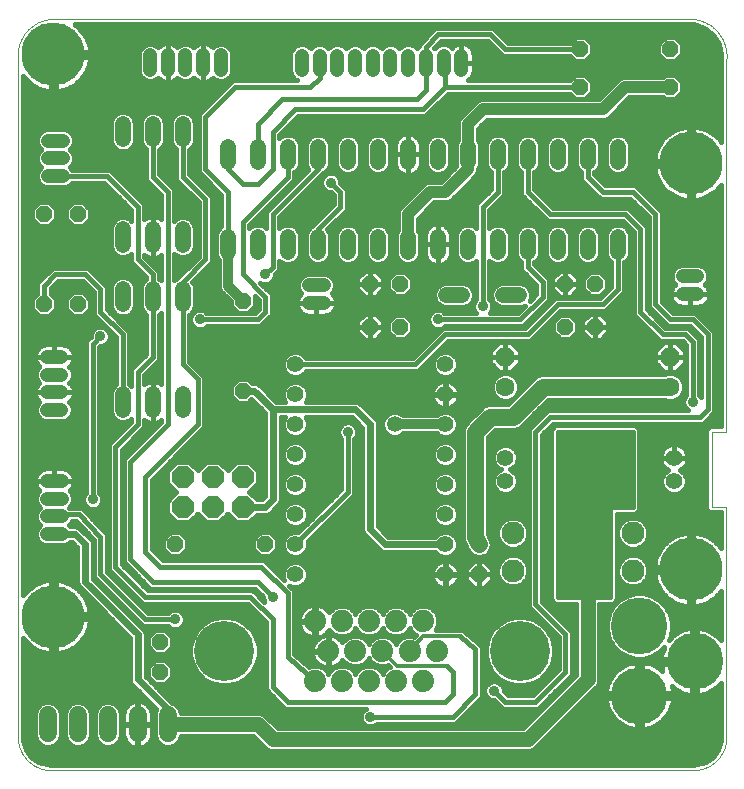
<source format=gbl>
G75*
%MOIN*%
%OFA0B0*%
%FSLAX25Y25*%
%IPPOS*%
%LPD*%
%AMOC8*
5,1,8,0,0,1.08239X$1,22.5*
%
%ADD10C,0.00000*%
%ADD11C,0.07400*%
%ADD12C,0.20000*%
%ADD13C,0.07600*%
%ADD14OC8,0.05200*%
%ADD15C,0.18898*%
%ADD16C,0.05543*%
%ADD17OC8,0.06300*%
%ADD18C,0.06300*%
%ADD19C,0.05200*%
%ADD20C,0.04756*%
%ADD21C,0.21000*%
%ADD22OC8,0.07400*%
%ADD23C,0.05600*%
%ADD24C,0.06000*%
%ADD25C,0.05600*%
%ADD26C,0.02400*%
%ADD27C,0.04000*%
%ADD28R,0.18000X0.18000*%
%ADD29C,0.01600*%
%ADD30C,0.05000*%
%ADD31C,0.03562*%
%ADD32C,0.01200*%
%ADD33C,0.03200*%
%ADD34C,0.05315*%
D10*
X0032936Y0031270D02*
X0246885Y0031270D01*
X0247154Y0031273D01*
X0247423Y0031283D01*
X0247692Y0031299D01*
X0247960Y0031322D01*
X0248227Y0031351D01*
X0248494Y0031387D01*
X0248760Y0031429D01*
X0249025Y0031477D01*
X0249288Y0031532D01*
X0249550Y0031594D01*
X0249811Y0031661D01*
X0250069Y0031735D01*
X0250326Y0031815D01*
X0250581Y0031901D01*
X0250834Y0031994D01*
X0251084Y0032092D01*
X0251332Y0032197D01*
X0251578Y0032307D01*
X0251820Y0032423D01*
X0252060Y0032546D01*
X0252297Y0032673D01*
X0252531Y0032807D01*
X0252761Y0032946D01*
X0252988Y0033091D01*
X0253211Y0033241D01*
X0253431Y0033397D01*
X0253646Y0033558D01*
X0253858Y0033724D01*
X0254066Y0033895D01*
X0254270Y0034071D01*
X0254469Y0034251D01*
X0254664Y0034437D01*
X0254854Y0034627D01*
X0255040Y0034822D01*
X0255220Y0035021D01*
X0255396Y0035225D01*
X0255567Y0035433D01*
X0255733Y0035645D01*
X0255894Y0035860D01*
X0256050Y0036080D01*
X0256200Y0036303D01*
X0256345Y0036530D01*
X0256484Y0036760D01*
X0256618Y0036994D01*
X0256745Y0037231D01*
X0256868Y0037471D01*
X0256984Y0037713D01*
X0257094Y0037959D01*
X0257199Y0038207D01*
X0257297Y0038457D01*
X0257390Y0038710D01*
X0257476Y0038965D01*
X0257556Y0039222D01*
X0257630Y0039480D01*
X0257697Y0039741D01*
X0257759Y0040003D01*
X0257814Y0040266D01*
X0257862Y0040531D01*
X0257904Y0040797D01*
X0257940Y0041064D01*
X0257969Y0041331D01*
X0257992Y0041599D01*
X0258008Y0041868D01*
X0258018Y0042137D01*
X0258021Y0042406D01*
X0258020Y0042406D02*
X0258020Y0119115D01*
X0253099Y0119115D01*
X0253099Y0144080D01*
X0258020Y0144080D01*
X0258020Y0268166D01*
X0258045Y0268464D01*
X0258063Y0268762D01*
X0258074Y0269061D01*
X0258077Y0269360D01*
X0258073Y0269659D01*
X0258062Y0269958D01*
X0258044Y0270256D01*
X0258018Y0270554D01*
X0257985Y0270851D01*
X0257945Y0271148D01*
X0257898Y0271443D01*
X0257844Y0271737D01*
X0257783Y0272030D01*
X0257714Y0272321D01*
X0257639Y0272610D01*
X0257557Y0272898D01*
X0257467Y0273183D01*
X0257371Y0273466D01*
X0257268Y0273747D01*
X0257159Y0274025D01*
X0257042Y0274300D01*
X0256919Y0274573D01*
X0256790Y0274842D01*
X0256654Y0275109D01*
X0256511Y0275372D01*
X0256362Y0275631D01*
X0256208Y0275887D01*
X0256046Y0276139D01*
X0255879Y0276386D01*
X0255706Y0276630D01*
X0255527Y0276870D01*
X0255343Y0277105D01*
X0255152Y0277336D01*
X0254957Y0277562D01*
X0254755Y0277783D01*
X0254549Y0277999D01*
X0254337Y0278210D01*
X0254121Y0278416D01*
X0253899Y0278617D01*
X0253673Y0278812D01*
X0253442Y0279002D01*
X0253206Y0279186D01*
X0252966Y0279365D01*
X0252722Y0279537D01*
X0252474Y0279704D01*
X0252221Y0279864D01*
X0251965Y0280019D01*
X0251706Y0280167D01*
X0251442Y0280309D01*
X0251176Y0280444D01*
X0250906Y0280573D01*
X0250633Y0280696D01*
X0250358Y0280812D01*
X0250079Y0280921D01*
X0249798Y0281023D01*
X0249515Y0281118D01*
X0249229Y0281207D01*
X0248942Y0281289D01*
X0248652Y0281364D01*
X0248361Y0281431D01*
X0248068Y0281492D01*
X0247774Y0281546D01*
X0247479Y0281592D01*
X0247182Y0281631D01*
X0246885Y0281663D01*
X0246885Y0281664D02*
X0033374Y0281664D01*
X0033085Y0281651D01*
X0032797Y0281631D01*
X0032508Y0281604D01*
X0032221Y0281570D01*
X0031935Y0281529D01*
X0031649Y0281481D01*
X0031365Y0281426D01*
X0031082Y0281365D01*
X0030801Y0281297D01*
X0030522Y0281222D01*
X0030244Y0281140D01*
X0029969Y0281051D01*
X0029695Y0280956D01*
X0029425Y0280854D01*
X0029156Y0280746D01*
X0028890Y0280632D01*
X0028628Y0280511D01*
X0028368Y0280383D01*
X0028111Y0280250D01*
X0027858Y0280110D01*
X0027608Y0279964D01*
X0027362Y0279812D01*
X0027119Y0279654D01*
X0026880Y0279491D01*
X0026646Y0279321D01*
X0026415Y0279147D01*
X0026189Y0278966D01*
X0025967Y0278780D01*
X0025750Y0278589D01*
X0025537Y0278393D01*
X0025330Y0278191D01*
X0025127Y0277985D01*
X0024929Y0277774D01*
X0024736Y0277558D01*
X0024549Y0277337D01*
X0024367Y0277112D01*
X0024191Y0276883D01*
X0024020Y0276649D01*
X0023855Y0276412D01*
X0023695Y0276170D01*
X0023542Y0275925D01*
X0023394Y0275676D01*
X0023253Y0275424D01*
X0023117Y0275168D01*
X0022988Y0274909D01*
X0022866Y0274647D01*
X0022749Y0274382D01*
X0022639Y0274114D01*
X0022536Y0273844D01*
X0022439Y0273572D01*
X0022348Y0273297D01*
X0022265Y0273020D01*
X0022188Y0272741D01*
X0022117Y0272460D01*
X0022054Y0272178D01*
X0021997Y0271894D01*
X0021948Y0271609D01*
X0021905Y0271323D01*
X0021869Y0271036D01*
X0021840Y0270748D01*
X0021818Y0270459D01*
X0021803Y0270170D01*
X0021795Y0269881D01*
X0021794Y0269592D01*
X0021800Y0269302D01*
X0021800Y0042406D01*
X0021803Y0042137D01*
X0021813Y0041868D01*
X0021829Y0041599D01*
X0021852Y0041331D01*
X0021881Y0041064D01*
X0021917Y0040797D01*
X0021959Y0040531D01*
X0022007Y0040266D01*
X0022062Y0040003D01*
X0022124Y0039741D01*
X0022191Y0039480D01*
X0022265Y0039222D01*
X0022345Y0038965D01*
X0022431Y0038710D01*
X0022524Y0038457D01*
X0022622Y0038207D01*
X0022727Y0037959D01*
X0022837Y0037713D01*
X0022953Y0037471D01*
X0023076Y0037231D01*
X0023203Y0036994D01*
X0023337Y0036760D01*
X0023476Y0036530D01*
X0023621Y0036303D01*
X0023771Y0036080D01*
X0023927Y0035860D01*
X0024088Y0035645D01*
X0024254Y0035433D01*
X0024425Y0035225D01*
X0024601Y0035021D01*
X0024781Y0034822D01*
X0024967Y0034627D01*
X0025157Y0034437D01*
X0025352Y0034251D01*
X0025551Y0034071D01*
X0025755Y0033895D01*
X0025963Y0033724D01*
X0026175Y0033558D01*
X0026390Y0033397D01*
X0026610Y0033241D01*
X0026833Y0033091D01*
X0027060Y0032946D01*
X0027290Y0032807D01*
X0027524Y0032673D01*
X0027761Y0032546D01*
X0028001Y0032423D01*
X0028243Y0032307D01*
X0028489Y0032197D01*
X0028737Y0032092D01*
X0028987Y0031994D01*
X0029240Y0031901D01*
X0029495Y0031815D01*
X0029752Y0031735D01*
X0030010Y0031661D01*
X0030271Y0031594D01*
X0030533Y0031532D01*
X0030796Y0031477D01*
X0031061Y0031429D01*
X0031327Y0031387D01*
X0031594Y0031351D01*
X0031861Y0031322D01*
X0032129Y0031299D01*
X0032398Y0031283D01*
X0032667Y0031273D01*
X0032936Y0031270D01*
D11*
X0120855Y0060955D03*
X0125343Y0070955D03*
X0134359Y0070955D03*
X0143375Y0070955D03*
X0138887Y0060955D03*
X0147902Y0060955D03*
X0156918Y0060955D03*
X0161406Y0070955D03*
X0152391Y0070955D03*
X0147902Y0080955D03*
X0138887Y0080955D03*
X0129871Y0080955D03*
X0120855Y0080955D03*
X0129871Y0060955D03*
X0156918Y0080955D03*
D12*
X0189123Y0070955D03*
X0090698Y0070955D03*
D13*
X0186800Y0097776D03*
X0186800Y0110276D03*
X0226800Y0110276D03*
X0226800Y0097776D03*
D14*
X0175550Y0096526D03*
X0175550Y0106526D03*
X0149300Y0179026D03*
X0139300Y0179026D03*
X0139300Y0193401D03*
X0149300Y0193401D03*
X0096800Y0187776D03*
X0096800Y0157776D03*
X0104300Y0106526D03*
X0074300Y0106526D03*
X0069300Y0074026D03*
X0069300Y0064026D03*
X0041800Y0186526D03*
X0030550Y0186526D03*
X0030550Y0216526D03*
X0041800Y0216526D03*
X0204300Y0193401D03*
X0214300Y0193401D03*
X0214300Y0179026D03*
X0204300Y0179026D03*
X0209300Y0259026D03*
X0209300Y0271526D03*
X0239300Y0271526D03*
X0239300Y0259026D03*
D15*
X0228969Y0079339D03*
X0247473Y0067528D03*
X0228969Y0056111D03*
D16*
X0164300Y0096526D03*
X0164300Y0106526D03*
X0164300Y0116526D03*
X0164300Y0126526D03*
X0164300Y0136526D03*
X0164300Y0146526D03*
X0164300Y0156526D03*
X0164300Y0166526D03*
X0114300Y0166526D03*
X0114300Y0156526D03*
X0114300Y0146526D03*
X0114300Y0136526D03*
X0114300Y0126526D03*
X0114300Y0116526D03*
X0114300Y0106526D03*
X0114300Y0096526D03*
D17*
X0184300Y0169026D03*
X0239300Y0169026D03*
D18*
X0239300Y0159026D03*
X0184300Y0159026D03*
D19*
X0183700Y0189651D02*
X0188900Y0189651D01*
X0191800Y0203926D02*
X0191800Y0209126D01*
X0181800Y0209126D02*
X0181800Y0203926D01*
X0171800Y0203926D02*
X0171800Y0209126D01*
X0161800Y0209126D02*
X0161800Y0203926D01*
X0151800Y0203926D02*
X0151800Y0209126D01*
X0141800Y0209126D02*
X0141800Y0203926D01*
X0131800Y0203926D02*
X0131800Y0209126D01*
X0121800Y0209126D02*
X0121800Y0203926D01*
X0111800Y0203926D02*
X0111800Y0209126D01*
X0101800Y0209126D02*
X0101800Y0203926D01*
X0091800Y0203926D02*
X0091800Y0209126D01*
X0076800Y0211526D02*
X0076800Y0206326D01*
X0066800Y0206326D02*
X0066800Y0211526D01*
X0056800Y0211526D02*
X0056800Y0206326D01*
X0056800Y0191726D02*
X0056800Y0186526D01*
X0066800Y0186526D02*
X0066800Y0191726D01*
X0076800Y0191726D02*
X0076800Y0186526D01*
X0076800Y0156526D02*
X0076800Y0151326D01*
X0066800Y0151326D02*
X0066800Y0156526D01*
X0056800Y0156526D02*
X0056800Y0151326D01*
X0091800Y0233926D02*
X0091800Y0239126D01*
X0101800Y0239126D02*
X0101800Y0233926D01*
X0111800Y0233926D02*
X0111800Y0239126D01*
X0121800Y0239126D02*
X0121800Y0233926D01*
X0131800Y0233926D02*
X0131800Y0239126D01*
X0141800Y0239126D02*
X0141800Y0233926D01*
X0151800Y0233926D02*
X0151800Y0239126D01*
X0161800Y0239126D02*
X0161800Y0233926D01*
X0171800Y0233926D02*
X0171800Y0239126D01*
X0181800Y0239126D02*
X0181800Y0233926D01*
X0191800Y0233926D02*
X0191800Y0239126D01*
X0201800Y0239126D02*
X0201800Y0233926D01*
X0211800Y0233926D02*
X0211800Y0239126D01*
X0221800Y0239126D02*
X0221800Y0233926D01*
X0221800Y0209126D02*
X0221800Y0203926D01*
X0211800Y0203926D02*
X0211800Y0209126D01*
X0201800Y0209126D02*
X0201800Y0203926D01*
X0169900Y0189651D02*
X0164700Y0189651D01*
X0076800Y0241526D02*
X0076800Y0246726D01*
X0066800Y0246726D02*
X0066800Y0241526D01*
X0056800Y0241526D02*
X0056800Y0246726D01*
D20*
X0065894Y0264768D02*
X0065894Y0269524D01*
X0071800Y0269524D02*
X0071800Y0264768D01*
X0077706Y0264768D02*
X0077706Y0269524D01*
X0083611Y0269524D02*
X0083611Y0264768D01*
X0089517Y0264768D02*
X0089517Y0269524D01*
X0116489Y0269455D02*
X0116489Y0264699D01*
X0122394Y0264699D02*
X0122394Y0269455D01*
X0128300Y0269455D02*
X0128300Y0264699D01*
X0134206Y0264699D02*
X0134206Y0269455D01*
X0140111Y0269455D02*
X0140111Y0264699D01*
X0146017Y0264699D02*
X0146017Y0269455D01*
X0151922Y0269455D02*
X0151922Y0264699D01*
X0157828Y0264699D02*
X0157828Y0269455D01*
X0163733Y0269455D02*
X0163733Y0264699D01*
X0169639Y0264699D02*
X0169639Y0269455D01*
X0123725Y0192904D02*
X0118969Y0192904D01*
X0118969Y0186998D02*
X0123725Y0186998D01*
X0036383Y0169065D02*
X0031627Y0169065D01*
X0031627Y0163160D02*
X0036383Y0163160D01*
X0036383Y0157254D02*
X0031627Y0157254D01*
X0031627Y0151349D02*
X0036383Y0151349D01*
X0036426Y0127678D02*
X0031670Y0127678D01*
X0031670Y0121772D02*
X0036426Y0121772D01*
X0036426Y0115867D02*
X0031670Y0115867D01*
X0031670Y0109961D02*
X0036426Y0109961D01*
X0036776Y0229302D02*
X0032020Y0229302D01*
X0032020Y0235207D02*
X0036776Y0235207D01*
X0036776Y0241113D02*
X0032020Y0241113D01*
X0243517Y0195876D02*
X0248272Y0195876D01*
X0248272Y0189971D02*
X0243517Y0189971D01*
D21*
X0246209Y0233632D03*
X0246209Y0098199D03*
X0033611Y0082451D03*
X0033611Y0269853D03*
D22*
X0076800Y0129026D03*
X0076800Y0119026D03*
X0086800Y0119026D03*
X0086800Y0129026D03*
X0096800Y0129026D03*
X0096800Y0119026D03*
D23*
X0184300Y0127589D03*
X0184300Y0135463D03*
X0240550Y0135463D03*
X0240550Y0127589D03*
D24*
X0071800Y0049526D02*
X0071800Y0043526D01*
X0061800Y0043526D02*
X0061800Y0049526D01*
X0051800Y0049526D02*
X0051800Y0043526D01*
X0041800Y0043526D02*
X0041800Y0049526D01*
X0031800Y0049526D02*
X0031800Y0043526D01*
D25*
X0174300Y0109026D02*
X0174300Y0144026D01*
X0179300Y0149026D01*
X0186800Y0149026D01*
X0196800Y0159026D01*
X0239300Y0159026D01*
X0174300Y0109026D02*
X0175550Y0106526D01*
D26*
X0164300Y0106526D02*
X0144300Y0106526D01*
X0139300Y0111526D01*
X0139300Y0146526D01*
X0134300Y0151526D01*
X0106800Y0151526D01*
X0100550Y0157776D01*
X0096800Y0157776D01*
X0106800Y0151526D02*
X0106800Y0121526D01*
X0104300Y0119026D01*
X0096800Y0119026D01*
X0061800Y0076526D02*
X0061800Y0061526D01*
X0071800Y0051526D01*
X0071800Y0046526D01*
X0061800Y0076526D02*
X0044300Y0094026D01*
X0044300Y0106526D01*
X0040865Y0109961D01*
X0034048Y0109961D01*
D27*
X0151800Y0206526D02*
X0151800Y0216526D01*
X0159300Y0224026D01*
X0164300Y0224026D01*
X0171800Y0231526D01*
X0171800Y0236526D01*
X0171800Y0246526D01*
X0176800Y0251526D01*
X0216800Y0251526D01*
X0224300Y0259026D01*
X0239300Y0259026D01*
D28*
X0211800Y0134026D03*
D29*
X0028697Y0034088D02*
X0026334Y0035804D01*
X0024617Y0038167D01*
X0023715Y0040945D01*
X0023600Y0042406D01*
X0023600Y0075277D01*
X0024425Y0074242D01*
X0025402Y0073265D01*
X0026482Y0072404D01*
X0027652Y0071669D01*
X0028897Y0071070D01*
X0030201Y0070613D01*
X0031547Y0070306D01*
X0032811Y0070163D01*
X0032811Y0081651D01*
X0034411Y0081651D01*
X0034411Y0070163D01*
X0035675Y0070306D01*
X0037021Y0070613D01*
X0038325Y0071070D01*
X0039570Y0071669D01*
X0040740Y0072404D01*
X0041820Y0073265D01*
X0042797Y0074242D01*
X0043658Y0075322D01*
X0044393Y0076492D01*
X0044993Y0077737D01*
X0045449Y0079041D01*
X0045756Y0080388D01*
X0045899Y0081651D01*
X0034411Y0081651D01*
X0034411Y0083251D01*
X0045899Y0083251D01*
X0045756Y0084515D01*
X0045449Y0085862D01*
X0044993Y0087166D01*
X0044393Y0088410D01*
X0043658Y0089580D01*
X0042797Y0090660D01*
X0041820Y0091637D01*
X0040740Y0092498D01*
X0039570Y0093233D01*
X0038325Y0093833D01*
X0037021Y0094289D01*
X0035675Y0094596D01*
X0034411Y0094739D01*
X0034411Y0083251D01*
X0032811Y0083251D01*
X0032811Y0094739D01*
X0031547Y0094596D01*
X0030201Y0094289D01*
X0028897Y0093833D01*
X0027652Y0093233D01*
X0026482Y0092498D01*
X0025402Y0091637D01*
X0024425Y0090660D01*
X0023600Y0089625D01*
X0023600Y0262679D01*
X0024425Y0261644D01*
X0025402Y0260667D01*
X0026482Y0259806D01*
X0027652Y0259071D01*
X0028897Y0258471D01*
X0030201Y0258015D01*
X0031547Y0257707D01*
X0032811Y0257565D01*
X0032811Y0269053D01*
X0034411Y0269053D01*
X0034411Y0270653D01*
X0045899Y0270653D01*
X0045756Y0271916D01*
X0045449Y0273263D01*
X0044993Y0274567D01*
X0044393Y0275812D01*
X0043658Y0276982D01*
X0042797Y0278062D01*
X0041820Y0279039D01*
X0040785Y0279864D01*
X0246760Y0279864D01*
X0248347Y0279585D01*
X0251381Y0278267D01*
X0253860Y0276076D01*
X0255540Y0273226D01*
X0256257Y0269997D01*
X0256239Y0268930D01*
X0256220Y0268912D01*
X0256220Y0268252D01*
X0256158Y0267596D01*
X0256220Y0267519D01*
X0256220Y0240806D01*
X0255395Y0241841D01*
X0254418Y0242818D01*
X0253338Y0243679D01*
X0252169Y0244414D01*
X0250924Y0245014D01*
X0249620Y0245470D01*
X0248273Y0245778D01*
X0247009Y0245920D01*
X0247009Y0234432D01*
X0245409Y0234432D01*
X0245409Y0232832D01*
X0233922Y0232832D01*
X0234064Y0231569D01*
X0234372Y0230222D01*
X0234828Y0228918D01*
X0235427Y0227673D01*
X0236162Y0226503D01*
X0237024Y0225423D01*
X0238000Y0224446D01*
X0239081Y0223585D01*
X0240250Y0222850D01*
X0241495Y0222251D01*
X0242799Y0221794D01*
X0244146Y0221487D01*
X0245409Y0221345D01*
X0245409Y0232832D01*
X0247009Y0232832D01*
X0247009Y0221345D01*
X0248273Y0221487D01*
X0249620Y0221794D01*
X0250924Y0222251D01*
X0252169Y0222850D01*
X0253338Y0223585D01*
X0254418Y0224446D01*
X0255395Y0225423D01*
X0256220Y0226458D01*
X0256220Y0145880D01*
X0252354Y0145880D01*
X0251299Y0144826D01*
X0251299Y0118369D01*
X0252354Y0117315D01*
X0256220Y0117315D01*
X0256220Y0105373D01*
X0255395Y0106408D01*
X0254418Y0107385D01*
X0253338Y0108246D01*
X0252169Y0108981D01*
X0250924Y0109581D01*
X0249620Y0110037D01*
X0248273Y0110345D01*
X0247009Y0110487D01*
X0247009Y0098999D01*
X0245409Y0098999D01*
X0245409Y0097399D01*
X0233922Y0097399D01*
X0234064Y0096136D01*
X0234372Y0094789D01*
X0234828Y0093485D01*
X0235427Y0092240D01*
X0236162Y0091070D01*
X0237024Y0089990D01*
X0238000Y0089013D01*
X0239081Y0088152D01*
X0240250Y0087417D01*
X0241495Y0086818D01*
X0242799Y0086361D01*
X0244146Y0086054D01*
X0245409Y0085912D01*
X0245409Y0097399D01*
X0247009Y0097399D01*
X0247009Y0085912D01*
X0248273Y0086054D01*
X0249620Y0086361D01*
X0250924Y0086818D01*
X0252169Y0087417D01*
X0253338Y0088152D01*
X0254418Y0089013D01*
X0255395Y0089990D01*
X0256220Y0091025D01*
X0256220Y0074601D01*
X0255874Y0075036D01*
X0254981Y0075929D01*
X0253993Y0076717D01*
X0252923Y0077389D01*
X0251785Y0077937D01*
X0250592Y0078355D01*
X0249360Y0078636D01*
X0248273Y0078758D01*
X0248273Y0068328D01*
X0246673Y0068328D01*
X0246673Y0066728D01*
X0248273Y0066728D01*
X0248273Y0056298D01*
X0249360Y0056421D01*
X0250592Y0056702D01*
X0251785Y0057119D01*
X0252923Y0057668D01*
X0253993Y0058340D01*
X0254981Y0059128D01*
X0255874Y0060021D01*
X0256220Y0060455D01*
X0256220Y0042406D01*
X0256106Y0040945D01*
X0255203Y0038167D01*
X0253486Y0035804D01*
X0251123Y0034088D01*
X0248345Y0033185D01*
X0246885Y0033070D01*
X0032936Y0033070D01*
X0031475Y0033185D01*
X0028697Y0034088D01*
X0030260Y0033580D02*
X0249561Y0033580D01*
X0252625Y0035178D02*
X0027196Y0035178D01*
X0025628Y0036777D02*
X0254193Y0036777D01*
X0255271Y0038375D02*
X0194165Y0038375D01*
X0194009Y0038220D02*
X0214009Y0058220D01*
X0215106Y0059317D01*
X0215700Y0060750D01*
X0215700Y0086826D01*
X0220211Y0086826D01*
X0221500Y0088115D01*
X0221500Y0116826D01*
X0227711Y0116826D01*
X0229000Y0118115D01*
X0229000Y0144937D01*
X0227711Y0146226D01*
X0200889Y0146226D01*
X0199600Y0144937D01*
X0199600Y0088115D01*
X0200889Y0086826D01*
X0207900Y0086826D01*
X0207900Y0063141D01*
X0190185Y0045426D01*
X0108415Y0045426D01*
X0104009Y0049832D01*
X0102576Y0050426D01*
X0076190Y0050426D01*
X0075530Y0052018D01*
X0074292Y0053256D01*
X0073361Y0053642D01*
X0073273Y0053730D01*
X0064400Y0062603D01*
X0064400Y0077043D01*
X0064004Y0077999D01*
X0063273Y0078730D01*
X0046900Y0095103D01*
X0046900Y0107043D01*
X0046504Y0107999D01*
X0045773Y0108730D01*
X0045773Y0108730D01*
X0042338Y0112165D01*
X0041382Y0112561D01*
X0039169Y0112561D01*
X0038816Y0112914D01*
X0039629Y0113726D01*
X0039877Y0114326D01*
X0041260Y0114326D01*
X0047100Y0108150D01*
X0047100Y0095615D01*
X0048389Y0094326D01*
X0063389Y0079326D01*
X0072001Y0079326D01*
X0072498Y0078829D01*
X0073667Y0078345D01*
X0074933Y0078345D01*
X0076102Y0078829D01*
X0076997Y0079724D01*
X0077481Y0080893D01*
X0077481Y0082159D01*
X0076997Y0083328D01*
X0076102Y0084223D01*
X0074933Y0084707D01*
X0073667Y0084707D01*
X0072498Y0084223D01*
X0072001Y0083726D01*
X0065211Y0083726D01*
X0051500Y0097437D01*
X0051500Y0108995D01*
X0051525Y0109875D01*
X0051500Y0109901D01*
X0051500Y0109937D01*
X0050877Y0110560D01*
X0044407Y0117401D01*
X0044407Y0117437D01*
X0043785Y0118060D01*
X0043180Y0118700D01*
X0043144Y0118701D01*
X0043119Y0118726D01*
X0042238Y0118726D01*
X0041358Y0118751D01*
X0041332Y0118726D01*
X0038909Y0118726D01*
X0038816Y0118819D01*
X0039629Y0119632D01*
X0040204Y0121021D01*
X0040204Y0122524D01*
X0039629Y0123912D01*
X0039091Y0124450D01*
X0039148Y0124491D01*
X0039613Y0124956D01*
X0039999Y0125488D01*
X0040298Y0126074D01*
X0040501Y0126699D01*
X0040604Y0127349D01*
X0040604Y0127677D01*
X0034048Y0127677D01*
X0027492Y0127677D01*
X0027492Y0127349D01*
X0027595Y0126699D01*
X0027798Y0126074D01*
X0028097Y0125488D01*
X0028483Y0124956D01*
X0028948Y0124491D01*
X0029005Y0124450D01*
X0028467Y0123912D01*
X0027892Y0122524D01*
X0027892Y0121021D01*
X0028467Y0119632D01*
X0029280Y0118819D01*
X0028467Y0118007D01*
X0027892Y0116618D01*
X0027892Y0115115D01*
X0028467Y0113726D01*
X0029280Y0112914D01*
X0028467Y0112101D01*
X0027892Y0110712D01*
X0027892Y0109210D01*
X0028467Y0107821D01*
X0029530Y0106758D01*
X0030919Y0106183D01*
X0037177Y0106183D01*
X0038566Y0106758D01*
X0039169Y0107361D01*
X0039788Y0107361D01*
X0041700Y0105449D01*
X0041700Y0093509D01*
X0042096Y0092553D01*
X0059200Y0075449D01*
X0059200Y0061009D01*
X0059596Y0060053D01*
X0067941Y0051708D01*
X0067400Y0050401D01*
X0067400Y0042651D01*
X0068070Y0041034D01*
X0069308Y0039796D01*
X0070925Y0039126D01*
X0072675Y0039126D01*
X0074292Y0039796D01*
X0075530Y0041034D01*
X0076190Y0042626D01*
X0100185Y0042626D01*
X0103494Y0039317D01*
X0104591Y0038220D01*
X0106024Y0037626D01*
X0192576Y0037626D01*
X0194009Y0038220D01*
X0195763Y0039974D02*
X0255790Y0039974D01*
X0256155Y0041572D02*
X0197362Y0041572D01*
X0198960Y0043171D02*
X0256220Y0043171D01*
X0256220Y0044769D02*
X0200559Y0044769D01*
X0202157Y0046368D02*
X0223332Y0046368D01*
X0223519Y0046250D02*
X0224658Y0045702D01*
X0225850Y0045285D01*
X0227082Y0045004D01*
X0228169Y0044881D01*
X0228169Y0055311D01*
X0217739Y0055311D01*
X0217862Y0054224D01*
X0218143Y0052992D01*
X0218560Y0051799D01*
X0219109Y0050661D01*
X0219781Y0049591D01*
X0220568Y0048604D01*
X0221462Y0047710D01*
X0222450Y0046922D01*
X0223519Y0046250D01*
X0221206Y0047966D02*
X0203756Y0047966D01*
X0205354Y0049565D02*
X0219802Y0049565D01*
X0218867Y0051163D02*
X0206953Y0051163D01*
X0208551Y0052762D02*
X0218224Y0052762D01*
X0217847Y0054360D02*
X0210150Y0054360D01*
X0211748Y0055959D02*
X0228169Y0055959D01*
X0228169Y0055311D02*
X0228169Y0056911D01*
X0217739Y0056911D01*
X0217862Y0057998D01*
X0218143Y0059230D01*
X0218560Y0060423D01*
X0219109Y0061561D01*
X0219781Y0062631D01*
X0220568Y0063618D01*
X0221462Y0064512D01*
X0222450Y0065300D01*
X0223519Y0065972D01*
X0224658Y0066520D01*
X0225850Y0066937D01*
X0227082Y0067218D01*
X0228169Y0067341D01*
X0228169Y0056911D01*
X0229769Y0056911D01*
X0229769Y0067341D01*
X0230857Y0067218D01*
X0232088Y0066937D01*
X0233281Y0066520D01*
X0234419Y0065972D01*
X0235489Y0065300D01*
X0236477Y0064512D01*
X0236684Y0064305D01*
X0236647Y0064409D01*
X0236366Y0065641D01*
X0236243Y0066728D01*
X0246673Y0066728D01*
X0246673Y0056298D01*
X0245586Y0056421D01*
X0244354Y0056702D01*
X0243162Y0057119D01*
X0242023Y0057668D01*
X0240954Y0058340D01*
X0239966Y0059128D01*
X0239759Y0059334D01*
X0239795Y0059230D01*
X0240077Y0057998D01*
X0240199Y0056911D01*
X0229769Y0056911D01*
X0229769Y0055311D01*
X0229769Y0044881D01*
X0230857Y0045004D01*
X0232088Y0045285D01*
X0233281Y0045702D01*
X0234419Y0046250D01*
X0235489Y0046922D01*
X0236477Y0047710D01*
X0237370Y0048604D01*
X0238158Y0049591D01*
X0238830Y0050661D01*
X0239378Y0051799D01*
X0239795Y0052992D01*
X0240077Y0054224D01*
X0240199Y0055311D01*
X0229769Y0055311D01*
X0228169Y0055311D01*
X0228169Y0054360D02*
X0229769Y0054360D01*
X0229769Y0052762D02*
X0228169Y0052762D01*
X0228169Y0051163D02*
X0229769Y0051163D01*
X0229769Y0049565D02*
X0228169Y0049565D01*
X0228169Y0047966D02*
X0229769Y0047966D01*
X0229769Y0046368D02*
X0228169Y0046368D01*
X0234606Y0046368D02*
X0256220Y0046368D01*
X0256220Y0047966D02*
X0236733Y0047966D01*
X0238137Y0049565D02*
X0256220Y0049565D01*
X0256220Y0051163D02*
X0239072Y0051163D01*
X0239715Y0052762D02*
X0256220Y0052762D01*
X0256220Y0054360D02*
X0240092Y0054360D01*
X0240126Y0057558D02*
X0242252Y0057558D01*
X0239937Y0059156D02*
X0239812Y0059156D01*
X0246673Y0059156D02*
X0248273Y0059156D01*
X0248273Y0057558D02*
X0246673Y0057558D01*
X0246673Y0060755D02*
X0248273Y0060755D01*
X0248273Y0062353D02*
X0246673Y0062353D01*
X0246673Y0063952D02*
X0248273Y0063952D01*
X0248273Y0065550D02*
X0246673Y0065550D01*
X0246673Y0067149D02*
X0231162Y0067149D01*
X0229769Y0067149D02*
X0228169Y0067149D01*
X0226776Y0067149D02*
X0215700Y0067149D01*
X0215700Y0068747D02*
X0226584Y0068747D01*
X0227541Y0068491D02*
X0230398Y0068491D01*
X0233157Y0069230D01*
X0235631Y0070658D01*
X0237298Y0072326D01*
X0237064Y0071840D01*
X0236647Y0070647D01*
X0236366Y0069416D01*
X0236243Y0068328D01*
X0246673Y0068328D01*
X0246673Y0078758D01*
X0245586Y0078636D01*
X0244354Y0078355D01*
X0243162Y0077937D01*
X0242023Y0077389D01*
X0240954Y0076717D01*
X0239966Y0075929D01*
X0239072Y0075036D01*
X0238853Y0074760D01*
X0239079Y0075152D01*
X0239818Y0077911D01*
X0239818Y0080768D01*
X0239079Y0083527D01*
X0237650Y0086001D01*
X0235631Y0088021D01*
X0233157Y0089449D01*
X0230398Y0090188D01*
X0227541Y0090188D01*
X0224782Y0089449D01*
X0222308Y0088021D01*
X0220288Y0086001D01*
X0218860Y0083527D01*
X0218120Y0080768D01*
X0218120Y0077911D01*
X0218860Y0075152D01*
X0220288Y0072678D01*
X0222308Y0070658D01*
X0224782Y0069230D01*
X0227541Y0068491D01*
X0228169Y0065550D02*
X0229769Y0065550D01*
X0229769Y0063952D02*
X0228169Y0063952D01*
X0228169Y0062353D02*
X0229769Y0062353D01*
X0229769Y0060755D02*
X0228169Y0060755D01*
X0228169Y0059156D02*
X0229769Y0059156D01*
X0229769Y0057558D02*
X0228169Y0057558D01*
X0229769Y0055959D02*
X0256220Y0055959D01*
X0256220Y0057558D02*
X0252694Y0057558D01*
X0255009Y0059156D02*
X0256220Y0059156D01*
X0248273Y0068747D02*
X0246673Y0068747D01*
X0246673Y0070346D02*
X0248273Y0070346D01*
X0248273Y0071944D02*
X0246673Y0071944D01*
X0246673Y0073543D02*
X0248273Y0073543D01*
X0248273Y0075141D02*
X0246673Y0075141D01*
X0246673Y0076740D02*
X0248273Y0076740D01*
X0248273Y0078338D02*
X0246673Y0078338D01*
X0244307Y0078338D02*
X0239818Y0078338D01*
X0239818Y0079937D02*
X0256220Y0079937D01*
X0256220Y0081535D02*
X0239612Y0081535D01*
X0239184Y0083134D02*
X0256220Y0083134D01*
X0256220Y0084732D02*
X0238383Y0084732D01*
X0237320Y0086331D02*
X0242933Y0086331D01*
X0245409Y0086331D02*
X0247009Y0086331D01*
X0247009Y0087929D02*
X0245409Y0087929D01*
X0245409Y0089528D02*
X0247009Y0089528D01*
X0247009Y0091126D02*
X0245409Y0091126D01*
X0245409Y0092725D02*
X0247009Y0092725D01*
X0247009Y0094323D02*
X0245409Y0094323D01*
X0245409Y0095922D02*
X0247009Y0095922D01*
X0245409Y0097520D02*
X0232000Y0097520D01*
X0232000Y0096742D02*
X0231208Y0094830D01*
X0229746Y0093368D01*
X0227834Y0092576D01*
X0225766Y0092576D01*
X0223854Y0093368D01*
X0222392Y0094830D01*
X0221600Y0096742D01*
X0221600Y0098810D01*
X0222392Y0100722D01*
X0223854Y0102184D01*
X0225766Y0102976D01*
X0227834Y0102976D01*
X0229746Y0102184D01*
X0231208Y0100722D01*
X0232000Y0098810D01*
X0232000Y0096742D01*
X0231660Y0095922D02*
X0234113Y0095922D01*
X0234534Y0094323D02*
X0230701Y0094323D01*
X0228193Y0092725D02*
X0235194Y0092725D01*
X0236127Y0091126D02*
X0221500Y0091126D01*
X0221500Y0089528D02*
X0225076Y0089528D01*
X0225406Y0092725D02*
X0221500Y0092725D01*
X0221500Y0094323D02*
X0222899Y0094323D01*
X0221940Y0095922D02*
X0221500Y0095922D01*
X0221500Y0097520D02*
X0221600Y0097520D01*
X0221500Y0099119D02*
X0221728Y0099119D01*
X0221500Y0100717D02*
X0222390Y0100717D01*
X0221500Y0102316D02*
X0224172Y0102316D01*
X0221500Y0103914D02*
X0235310Y0103914D01*
X0235427Y0104158D02*
X0234828Y0102914D01*
X0234372Y0101610D01*
X0234064Y0100263D01*
X0233922Y0098999D01*
X0245409Y0098999D01*
X0245409Y0110487D01*
X0244146Y0110345D01*
X0242799Y0110037D01*
X0241495Y0109581D01*
X0240250Y0108981D01*
X0239081Y0108246D01*
X0238000Y0107385D01*
X0237024Y0106408D01*
X0236162Y0105328D01*
X0235427Y0104158D01*
X0236310Y0105513D02*
X0228889Y0105513D01*
X0229746Y0105868D02*
X0227834Y0105076D01*
X0225766Y0105076D01*
X0223854Y0105868D01*
X0222392Y0107330D01*
X0221600Y0109242D01*
X0221600Y0111310D01*
X0222392Y0113222D01*
X0223854Y0114684D01*
X0225766Y0115476D01*
X0227834Y0115476D01*
X0229746Y0114684D01*
X0231208Y0113222D01*
X0232000Y0111310D01*
X0232000Y0109242D01*
X0231208Y0107330D01*
X0229746Y0105868D01*
X0230989Y0107111D02*
X0237727Y0107111D01*
X0239818Y0108710D02*
X0231780Y0108710D01*
X0232000Y0110308D02*
X0243988Y0110308D01*
X0245409Y0110308D02*
X0247009Y0110308D01*
X0248431Y0110308D02*
X0256220Y0110308D01*
X0256220Y0108710D02*
X0252601Y0108710D01*
X0254692Y0107111D02*
X0256220Y0107111D01*
X0256220Y0105513D02*
X0256109Y0105513D01*
X0256220Y0111907D02*
X0231753Y0111907D01*
X0230924Y0113505D02*
X0256220Y0113505D01*
X0256220Y0115104D02*
X0228733Y0115104D01*
X0229000Y0118301D02*
X0251367Y0118301D01*
X0251299Y0119899D02*
X0229000Y0119899D01*
X0229000Y0121498D02*
X0251299Y0121498D01*
X0251299Y0123096D02*
X0229000Y0123096D01*
X0229000Y0124695D02*
X0237504Y0124695D01*
X0236989Y0125210D02*
X0238171Y0124028D01*
X0239715Y0123389D01*
X0241385Y0123389D01*
X0242929Y0124028D01*
X0244111Y0125210D01*
X0244750Y0126754D01*
X0244750Y0128424D01*
X0244111Y0129968D01*
X0242929Y0131150D01*
X0242536Y0131312D01*
X0242961Y0131529D01*
X0243547Y0131954D01*
X0244059Y0132466D01*
X0244484Y0133052D01*
X0244813Y0133697D01*
X0245037Y0134386D01*
X0245150Y0135101D01*
X0245150Y0135463D01*
X0245150Y0135825D01*
X0245037Y0136540D01*
X0244813Y0137229D01*
X0244484Y0137874D01*
X0244059Y0138460D01*
X0243547Y0138972D01*
X0242961Y0139397D01*
X0242316Y0139726D01*
X0241627Y0139950D01*
X0240912Y0140063D01*
X0240550Y0140063D01*
X0240550Y0135463D01*
X0240550Y0135463D01*
X0245150Y0135463D01*
X0240550Y0135463D01*
X0240550Y0135463D01*
X0240550Y0140063D01*
X0240188Y0140063D01*
X0239473Y0139950D01*
X0238784Y0139726D01*
X0238139Y0139397D01*
X0237553Y0138972D01*
X0237041Y0138460D01*
X0236616Y0137874D01*
X0236287Y0137229D01*
X0236063Y0136540D01*
X0235950Y0135825D01*
X0235950Y0135463D01*
X0240550Y0135463D01*
X0240550Y0135463D01*
X0235950Y0135463D01*
X0235950Y0135101D01*
X0236063Y0134386D01*
X0236287Y0133697D01*
X0236616Y0133052D01*
X0237041Y0132466D01*
X0237553Y0131954D01*
X0238139Y0131529D01*
X0238564Y0131312D01*
X0238171Y0131150D01*
X0236989Y0129968D01*
X0236350Y0128424D01*
X0236350Y0126754D01*
X0236989Y0125210D01*
X0236541Y0126293D02*
X0229000Y0126293D01*
X0229000Y0127892D02*
X0236350Y0127892D01*
X0236792Y0129491D02*
X0229000Y0129491D01*
X0229000Y0131089D02*
X0238110Y0131089D01*
X0236881Y0132688D02*
X0229000Y0132688D01*
X0229000Y0134286D02*
X0236096Y0134286D01*
X0235959Y0135885D02*
X0229000Y0135885D01*
X0229000Y0137483D02*
X0236417Y0137483D01*
X0237705Y0139082D02*
X0229000Y0139082D01*
X0229000Y0140680D02*
X0251299Y0140680D01*
X0251299Y0139082D02*
X0243395Y0139082D01*
X0244683Y0137483D02*
X0251299Y0137483D01*
X0251299Y0135885D02*
X0245141Y0135885D01*
X0245004Y0134286D02*
X0251299Y0134286D01*
X0251299Y0132688D02*
X0244219Y0132688D01*
X0242990Y0131089D02*
X0251299Y0131089D01*
X0251299Y0129491D02*
X0244308Y0129491D01*
X0244750Y0127892D02*
X0251299Y0127892D01*
X0251299Y0126293D02*
X0244559Y0126293D01*
X0243596Y0124695D02*
X0251299Y0124695D01*
X0256220Y0116702D02*
X0221500Y0116702D01*
X0221500Y0115104D02*
X0224867Y0115104D01*
X0222676Y0113505D02*
X0221500Y0113505D01*
X0221500Y0111907D02*
X0221847Y0111907D01*
X0221600Y0110308D02*
X0221500Y0110308D01*
X0221500Y0108710D02*
X0221820Y0108710D01*
X0221500Y0107111D02*
X0222611Y0107111D01*
X0221500Y0105513D02*
X0224711Y0105513D01*
X0219300Y0105513D02*
X0201800Y0105513D01*
X0201800Y0107111D02*
X0219300Y0107111D01*
X0219300Y0108710D02*
X0201800Y0108710D01*
X0201800Y0110308D02*
X0219300Y0110308D01*
X0219300Y0111907D02*
X0201800Y0111907D01*
X0201800Y0113505D02*
X0219300Y0113505D01*
X0219300Y0115104D02*
X0201800Y0115104D01*
X0201800Y0116702D02*
X0219300Y0116702D01*
X0219300Y0118301D02*
X0201800Y0118301D01*
X0201800Y0119899D02*
X0226800Y0119899D01*
X0226800Y0119026D02*
X0219300Y0119026D01*
X0219300Y0089026D01*
X0201800Y0089026D01*
X0201800Y0144026D01*
X0226800Y0144026D01*
X0226800Y0119026D01*
X0226800Y0121498D02*
X0201800Y0121498D01*
X0201800Y0123096D02*
X0226800Y0123096D01*
X0226800Y0124695D02*
X0201800Y0124695D01*
X0201800Y0126293D02*
X0226800Y0126293D01*
X0226800Y0127892D02*
X0201800Y0127892D01*
X0201800Y0129491D02*
X0226800Y0129491D01*
X0226800Y0131089D02*
X0201800Y0131089D01*
X0201800Y0132688D02*
X0226800Y0132688D01*
X0226800Y0134286D02*
X0201800Y0134286D01*
X0201800Y0135885D02*
X0226800Y0135885D01*
X0226800Y0137483D02*
X0201800Y0137483D01*
X0201800Y0139082D02*
X0226800Y0139082D01*
X0226800Y0140680D02*
X0201800Y0140680D01*
X0201800Y0142279D02*
X0226800Y0142279D01*
X0226800Y0143877D02*
X0201800Y0143877D01*
X0199600Y0143877D02*
X0197262Y0143877D01*
X0196500Y0143115D02*
X0200211Y0146826D01*
X0250211Y0146826D01*
X0251500Y0148115D01*
X0254000Y0150615D01*
X0254000Y0177437D01*
X0252711Y0178726D01*
X0247711Y0183726D01*
X0240211Y0183726D01*
X0236500Y0187437D01*
X0236500Y0217437D01*
X0235211Y0218726D01*
X0227711Y0226226D01*
X0217711Y0226226D01*
X0214000Y0229937D01*
X0214000Y0230508D01*
X0214066Y0230535D01*
X0215191Y0231660D01*
X0215800Y0233130D01*
X0215800Y0239922D01*
X0215191Y0241392D01*
X0214066Y0242517D01*
X0212596Y0243126D01*
X0211004Y0243126D01*
X0209534Y0242517D01*
X0208409Y0241392D01*
X0207800Y0239922D01*
X0207800Y0233130D01*
X0208409Y0231660D01*
X0209534Y0230535D01*
X0209600Y0230508D01*
X0209600Y0228115D01*
X0214600Y0223115D01*
X0215889Y0221826D01*
X0225889Y0221826D01*
X0232100Y0215615D01*
X0232100Y0185615D01*
X0237100Y0180615D01*
X0238389Y0179326D01*
X0245889Y0179326D01*
X0249600Y0175615D01*
X0249600Y0155579D01*
X0249497Y0155828D01*
X0249000Y0156325D01*
X0249000Y0174937D01*
X0246500Y0177437D01*
X0245211Y0178726D01*
X0237711Y0178726D01*
X0231500Y0184937D01*
X0231500Y0212437D01*
X0230211Y0213726D01*
X0226500Y0217437D01*
X0225211Y0218726D01*
X0200211Y0218726D01*
X0194000Y0224937D01*
X0194000Y0230508D01*
X0194066Y0230535D01*
X0195191Y0231660D01*
X0195800Y0233130D01*
X0195800Y0239922D01*
X0195191Y0241392D01*
X0194066Y0242517D01*
X0192596Y0243126D01*
X0191004Y0243126D01*
X0189534Y0242517D01*
X0188409Y0241392D01*
X0187800Y0239922D01*
X0187800Y0233130D01*
X0188409Y0231660D01*
X0189534Y0230535D01*
X0189600Y0230508D01*
X0189600Y0223115D01*
X0198389Y0214326D01*
X0223389Y0214326D01*
X0227100Y0210615D01*
X0227100Y0183115D01*
X0228389Y0181826D01*
X0235889Y0174326D01*
X0243389Y0174326D01*
X0244600Y0173115D01*
X0244600Y0156325D01*
X0244103Y0155828D01*
X0243619Y0154659D01*
X0243619Y0153393D01*
X0244103Y0152224D01*
X0244998Y0151329D01*
X0245247Y0151226D01*
X0198389Y0151226D01*
X0193389Y0146226D01*
X0192100Y0144937D01*
X0192100Y0085615D01*
X0202100Y0075615D01*
X0202100Y0064937D01*
X0193389Y0056226D01*
X0185211Y0056226D01*
X0183731Y0057706D01*
X0183731Y0058409D01*
X0183247Y0059578D01*
X0182352Y0060473D01*
X0181183Y0060957D01*
X0179917Y0060957D01*
X0178748Y0060473D01*
X0177853Y0059578D01*
X0177369Y0058409D01*
X0177369Y0057143D01*
X0177853Y0055974D01*
X0178748Y0055079D01*
X0179917Y0054595D01*
X0180620Y0054595D01*
X0183389Y0051826D01*
X0195211Y0051826D01*
X0196500Y0053115D01*
X0205211Y0061826D01*
X0205211Y0061826D01*
X0206500Y0063115D01*
X0206500Y0077437D01*
X0205211Y0078726D01*
X0196500Y0087437D01*
X0196500Y0143115D01*
X0196500Y0142279D02*
X0199600Y0142279D01*
X0199600Y0140680D02*
X0196500Y0140680D01*
X0196500Y0139082D02*
X0199600Y0139082D01*
X0199600Y0137483D02*
X0196500Y0137483D01*
X0196500Y0135885D02*
X0199600Y0135885D01*
X0199600Y0134286D02*
X0196500Y0134286D01*
X0196500Y0132688D02*
X0199600Y0132688D01*
X0199600Y0131089D02*
X0196500Y0131089D01*
X0196500Y0129491D02*
X0199600Y0129491D01*
X0199600Y0127892D02*
X0196500Y0127892D01*
X0196500Y0126293D02*
X0199600Y0126293D01*
X0199600Y0124695D02*
X0196500Y0124695D01*
X0196500Y0123096D02*
X0199600Y0123096D01*
X0199600Y0121498D02*
X0196500Y0121498D01*
X0196500Y0119899D02*
X0199600Y0119899D01*
X0199600Y0118301D02*
X0196500Y0118301D01*
X0196500Y0116702D02*
X0199600Y0116702D01*
X0199600Y0115104D02*
X0196500Y0115104D01*
X0196500Y0113505D02*
X0199600Y0113505D01*
X0199600Y0111907D02*
X0196500Y0111907D01*
X0196500Y0110308D02*
X0199600Y0110308D01*
X0199600Y0108710D02*
X0196500Y0108710D01*
X0196500Y0107111D02*
X0199600Y0107111D01*
X0199600Y0105513D02*
X0196500Y0105513D01*
X0196500Y0103914D02*
X0199600Y0103914D01*
X0199600Y0102316D02*
X0196500Y0102316D01*
X0196500Y0100717D02*
X0199600Y0100717D01*
X0199600Y0099119D02*
X0196500Y0099119D01*
X0196500Y0097520D02*
X0199600Y0097520D01*
X0199600Y0095922D02*
X0196500Y0095922D01*
X0196500Y0094323D02*
X0199600Y0094323D01*
X0199600Y0092725D02*
X0196500Y0092725D01*
X0196500Y0091126D02*
X0199600Y0091126D01*
X0199600Y0089528D02*
X0196500Y0089528D01*
X0196500Y0087929D02*
X0199785Y0087929D01*
X0201800Y0089528D02*
X0219300Y0089528D01*
X0219300Y0091126D02*
X0201800Y0091126D01*
X0201800Y0092725D02*
X0219300Y0092725D01*
X0219300Y0094323D02*
X0201800Y0094323D01*
X0201800Y0095922D02*
X0219300Y0095922D01*
X0219300Y0097520D02*
X0201800Y0097520D01*
X0201800Y0099119D02*
X0219300Y0099119D01*
X0219300Y0100717D02*
X0201800Y0100717D01*
X0201800Y0102316D02*
X0219300Y0102316D01*
X0219300Y0103914D02*
X0201800Y0103914D01*
X0192100Y0103914D02*
X0178844Y0103914D01*
X0179270Y0104405D02*
X0179362Y0104682D01*
X0179550Y0104869D01*
X0179550Y0105244D01*
X0179799Y0105990D01*
X0179680Y0107657D01*
X0179550Y0107917D01*
X0179550Y0108183D01*
X0179285Y0108448D01*
X0178500Y0110017D01*
X0178500Y0142286D01*
X0181040Y0144826D01*
X0187635Y0144826D01*
X0189179Y0145465D01*
X0198540Y0154826D01*
X0237550Y0154826D01*
X0238395Y0154476D01*
X0240205Y0154476D01*
X0241877Y0155169D01*
X0243157Y0156449D01*
X0243850Y0158121D01*
X0243850Y0159931D01*
X0243157Y0161603D01*
X0241877Y0162883D01*
X0240205Y0163576D01*
X0238395Y0163576D01*
X0237550Y0163226D01*
X0195965Y0163226D01*
X0194421Y0162587D01*
X0193239Y0161405D01*
X0185060Y0153226D01*
X0178465Y0153226D01*
X0176921Y0152587D01*
X0175739Y0151405D01*
X0171921Y0147587D01*
X0171921Y0147587D01*
X0170739Y0146405D01*
X0170100Y0144861D01*
X0170100Y0109708D01*
X0170051Y0109562D01*
X0170100Y0108877D01*
X0170100Y0108191D01*
X0170159Y0108048D01*
X0170170Y0107895D01*
X0170477Y0107281D01*
X0170739Y0106647D01*
X0170848Y0106538D01*
X0171550Y0105134D01*
X0171550Y0104869D01*
X0171815Y0104604D01*
X0172167Y0103900D01*
X0173429Y0102806D01*
X0173706Y0102714D01*
X0173893Y0102526D01*
X0174268Y0102526D01*
X0175014Y0102277D01*
X0176681Y0102396D01*
X0176941Y0102526D01*
X0177207Y0102526D01*
X0177472Y0102791D01*
X0178176Y0103143D01*
X0179270Y0104405D01*
X0179639Y0105513D02*
X0184711Y0105513D01*
X0183854Y0105868D02*
X0185766Y0105076D01*
X0187834Y0105076D01*
X0189746Y0105868D01*
X0191208Y0107330D01*
X0192000Y0109242D01*
X0192000Y0111310D01*
X0191208Y0113222D01*
X0189746Y0114684D01*
X0187834Y0115476D01*
X0185766Y0115476D01*
X0183854Y0114684D01*
X0182392Y0113222D01*
X0181600Y0111310D01*
X0181600Y0109242D01*
X0182392Y0107330D01*
X0183854Y0105868D01*
X0182611Y0107111D02*
X0179719Y0107111D01*
X0179154Y0108710D02*
X0181820Y0108710D01*
X0181600Y0110308D02*
X0178500Y0110308D01*
X0178500Y0111907D02*
X0181847Y0111907D01*
X0182676Y0113505D02*
X0178500Y0113505D01*
X0178500Y0115104D02*
X0184867Y0115104D01*
X0188733Y0115104D02*
X0192100Y0115104D01*
X0192100Y0116702D02*
X0178500Y0116702D01*
X0178500Y0118301D02*
X0192100Y0118301D01*
X0192100Y0119899D02*
X0178500Y0119899D01*
X0178500Y0121498D02*
X0192100Y0121498D01*
X0192100Y0123096D02*
X0178500Y0123096D01*
X0178500Y0124695D02*
X0181254Y0124695D01*
X0180739Y0125210D02*
X0181921Y0124028D01*
X0183465Y0123389D01*
X0185135Y0123389D01*
X0186679Y0124028D01*
X0187861Y0125210D01*
X0188500Y0126754D01*
X0188500Y0128424D01*
X0187861Y0129968D01*
X0186679Y0131150D01*
X0185770Y0131526D01*
X0186679Y0131902D01*
X0187861Y0133084D01*
X0188500Y0134628D01*
X0188500Y0136298D01*
X0187861Y0137842D01*
X0186679Y0139024D01*
X0185135Y0139663D01*
X0183465Y0139663D01*
X0181921Y0139024D01*
X0180739Y0137842D01*
X0180100Y0136298D01*
X0180100Y0134628D01*
X0180739Y0133084D01*
X0181921Y0131902D01*
X0182830Y0131526D01*
X0181921Y0131150D01*
X0180739Y0129968D01*
X0180100Y0128424D01*
X0180100Y0126754D01*
X0180739Y0125210D01*
X0180291Y0126293D02*
X0178500Y0126293D01*
X0178500Y0127892D02*
X0180100Y0127892D01*
X0180542Y0129491D02*
X0178500Y0129491D01*
X0178500Y0131089D02*
X0181860Y0131089D01*
X0181136Y0132688D02*
X0178500Y0132688D01*
X0178500Y0134286D02*
X0180241Y0134286D01*
X0180100Y0135885D02*
X0178500Y0135885D01*
X0178500Y0137483D02*
X0180591Y0137483D01*
X0182061Y0139082D02*
X0178500Y0139082D01*
X0178500Y0140680D02*
X0192100Y0140680D01*
X0192100Y0139082D02*
X0186539Y0139082D01*
X0188009Y0137483D02*
X0192100Y0137483D01*
X0192100Y0135885D02*
X0188500Y0135885D01*
X0188359Y0134286D02*
X0192100Y0134286D01*
X0192100Y0132688D02*
X0187464Y0132688D01*
X0186740Y0131089D02*
X0192100Y0131089D01*
X0192100Y0129491D02*
X0188058Y0129491D01*
X0188500Y0127892D02*
X0192100Y0127892D01*
X0192100Y0126293D02*
X0188309Y0126293D01*
X0187346Y0124695D02*
X0192100Y0124695D01*
X0192100Y0113505D02*
X0190924Y0113505D01*
X0191753Y0111907D02*
X0192100Y0111907D01*
X0192100Y0110308D02*
X0192000Y0110308D01*
X0192100Y0108710D02*
X0191780Y0108710D01*
X0192100Y0107111D02*
X0190989Y0107111D01*
X0192100Y0105513D02*
X0188889Y0105513D01*
X0187834Y0102976D02*
X0185766Y0102976D01*
X0183854Y0102184D01*
X0182392Y0100722D01*
X0181600Y0098810D01*
X0181600Y0096742D01*
X0182392Y0094830D01*
X0183854Y0093368D01*
X0185766Y0092576D01*
X0187834Y0092576D01*
X0189746Y0093368D01*
X0191208Y0094830D01*
X0192000Y0096742D01*
X0192000Y0098810D01*
X0191208Y0100722D01*
X0189746Y0102184D01*
X0187834Y0102976D01*
X0189428Y0102316D02*
X0192100Y0102316D01*
X0192100Y0100717D02*
X0191210Y0100717D01*
X0191872Y0099119D02*
X0192100Y0099119D01*
X0192100Y0097520D02*
X0192000Y0097520D01*
X0192100Y0095922D02*
X0191660Y0095922D01*
X0192100Y0094323D02*
X0190701Y0094323D01*
X0192100Y0092725D02*
X0188193Y0092725D01*
X0185406Y0092725D02*
X0177971Y0092725D01*
X0177373Y0092126D02*
X0179950Y0094703D01*
X0179950Y0096526D01*
X0179950Y0098349D01*
X0177373Y0100926D01*
X0175550Y0100926D01*
X0175550Y0096526D01*
X0175550Y0096526D01*
X0175550Y0100926D01*
X0173727Y0100926D01*
X0171150Y0098349D01*
X0171150Y0096526D01*
X0175550Y0096526D01*
X0179950Y0096526D01*
X0175550Y0096526D01*
X0175550Y0096526D01*
X0175550Y0096526D01*
X0175550Y0092126D01*
X0177373Y0092126D01*
X0175550Y0092126D02*
X0175550Y0096526D01*
X0175550Y0096526D01*
X0171150Y0096526D01*
X0171150Y0094703D01*
X0173727Y0092126D01*
X0175550Y0092126D01*
X0175550Y0092725D02*
X0175550Y0092725D01*
X0175550Y0094323D02*
X0175550Y0094323D01*
X0175550Y0095922D02*
X0175550Y0095922D01*
X0175550Y0097520D02*
X0175550Y0097520D01*
X0175550Y0099119D02*
X0175550Y0099119D01*
X0175550Y0100717D02*
X0175550Y0100717D01*
X0175556Y0102316D02*
X0184172Y0102316D01*
X0182390Y0100717D02*
X0177581Y0100717D01*
X0179180Y0099119D02*
X0181728Y0099119D01*
X0181600Y0097520D02*
X0179950Y0097520D01*
X0179950Y0095922D02*
X0181940Y0095922D01*
X0182899Y0094323D02*
X0179570Y0094323D01*
X0173129Y0092725D02*
X0166846Y0092725D01*
X0166696Y0092616D02*
X0167278Y0093039D01*
X0167787Y0093548D01*
X0168210Y0094130D01*
X0168537Y0094771D01*
X0168759Y0095455D01*
X0168872Y0096166D01*
X0168872Y0096440D01*
X0164386Y0096440D01*
X0164386Y0096612D01*
X0164214Y0096612D01*
X0164214Y0101098D01*
X0163940Y0101098D01*
X0163229Y0100985D01*
X0162545Y0100763D01*
X0161904Y0100436D01*
X0161322Y0100013D01*
X0160813Y0099504D01*
X0160390Y0098922D01*
X0160063Y0098281D01*
X0159841Y0097597D01*
X0159728Y0096886D01*
X0159728Y0096612D01*
X0164214Y0096612D01*
X0164214Y0096440D01*
X0164386Y0096440D01*
X0164386Y0091954D01*
X0164660Y0091954D01*
X0165371Y0092067D01*
X0166055Y0092289D01*
X0166696Y0092616D01*
X0164386Y0092725D02*
X0164214Y0092725D01*
X0164214Y0091954D02*
X0164214Y0096440D01*
X0159728Y0096440D01*
X0159728Y0096166D01*
X0159841Y0095455D01*
X0160063Y0094771D01*
X0160390Y0094130D01*
X0160813Y0093548D01*
X0161322Y0093039D01*
X0161904Y0092616D01*
X0162545Y0092289D01*
X0163229Y0092067D01*
X0163940Y0091954D01*
X0164214Y0091954D01*
X0164214Y0094323D02*
X0164386Y0094323D01*
X0164386Y0095922D02*
X0164214Y0095922D01*
X0164386Y0096612D02*
X0168872Y0096612D01*
X0168872Y0096886D01*
X0168759Y0097597D01*
X0168537Y0098281D01*
X0168210Y0098922D01*
X0167787Y0099504D01*
X0167278Y0100013D01*
X0166696Y0100436D01*
X0166055Y0100763D01*
X0165371Y0100985D01*
X0164660Y0101098D01*
X0164386Y0101098D01*
X0164386Y0096612D01*
X0164386Y0097520D02*
X0164214Y0097520D01*
X0164214Y0099119D02*
X0164386Y0099119D01*
X0164386Y0100717D02*
X0164214Y0100717D01*
X0162456Y0100717D02*
X0104470Y0100717D01*
X0103961Y0101226D02*
X0070211Y0101226D01*
X0066500Y0104937D01*
X0066500Y0128115D01*
X0084000Y0145615D01*
X0084000Y0162437D01*
X0082711Y0163726D01*
X0079000Y0167437D01*
X0079000Y0183108D01*
X0079066Y0183135D01*
X0080191Y0184260D01*
X0080800Y0185730D01*
X0080800Y0192522D01*
X0080191Y0193992D01*
X0080034Y0194149D01*
X0085211Y0199326D01*
X0086500Y0200615D01*
X0086500Y0222437D01*
X0079000Y0229937D01*
X0079000Y0238108D01*
X0079066Y0238135D01*
X0080191Y0239260D01*
X0080800Y0240730D01*
X0080800Y0247522D01*
X0080191Y0248992D01*
X0079066Y0250117D01*
X0077596Y0250726D01*
X0076004Y0250726D01*
X0074534Y0250117D01*
X0073409Y0248992D01*
X0072800Y0247522D01*
X0072800Y0240730D01*
X0073409Y0239260D01*
X0074534Y0238135D01*
X0074600Y0238108D01*
X0074600Y0228115D01*
X0075889Y0226826D01*
X0082100Y0220615D01*
X0082100Y0202437D01*
X0074953Y0195291D01*
X0074534Y0195117D01*
X0074000Y0194583D01*
X0074000Y0203469D01*
X0074534Y0202935D01*
X0076004Y0202326D01*
X0077596Y0202326D01*
X0079066Y0202935D01*
X0080191Y0204060D01*
X0080800Y0205530D01*
X0080800Y0212322D01*
X0080191Y0213792D01*
X0079066Y0214917D01*
X0077596Y0215526D01*
X0076004Y0215526D01*
X0074534Y0214917D01*
X0074000Y0214383D01*
X0074000Y0224937D01*
X0072711Y0226226D01*
X0069000Y0229937D01*
X0069000Y0238108D01*
X0069066Y0238135D01*
X0070191Y0239260D01*
X0070800Y0240730D01*
X0070800Y0247522D01*
X0070191Y0248992D01*
X0069066Y0250117D01*
X0067596Y0250726D01*
X0066004Y0250726D01*
X0064534Y0250117D01*
X0063409Y0248992D01*
X0062800Y0247522D01*
X0062800Y0240730D01*
X0063409Y0239260D01*
X0064534Y0238135D01*
X0064600Y0238108D01*
X0064600Y0228115D01*
X0069600Y0223115D01*
X0069600Y0214930D01*
X0069106Y0215289D01*
X0068489Y0215604D01*
X0067830Y0215818D01*
X0067146Y0215926D01*
X0066800Y0215926D01*
X0066800Y0211526D01*
X0066800Y0211526D01*
X0066800Y0215926D01*
X0066454Y0215926D01*
X0065770Y0215818D01*
X0065111Y0215604D01*
X0064494Y0215289D01*
X0064000Y0214930D01*
X0064000Y0219937D01*
X0062711Y0221226D01*
X0052436Y0231502D01*
X0039919Y0231502D01*
X0039166Y0232254D01*
X0039979Y0233067D01*
X0040554Y0234456D01*
X0040554Y0235959D01*
X0039979Y0237347D01*
X0039166Y0238160D01*
X0039979Y0238973D01*
X0040554Y0240361D01*
X0040554Y0241864D01*
X0039979Y0243253D01*
X0038916Y0244315D01*
X0037528Y0244891D01*
X0031269Y0244891D01*
X0029880Y0244315D01*
X0028818Y0243253D01*
X0028243Y0241864D01*
X0028243Y0240361D01*
X0028818Y0238973D01*
X0029630Y0238160D01*
X0028818Y0237347D01*
X0028243Y0235959D01*
X0028243Y0234456D01*
X0028818Y0233067D01*
X0029630Y0232254D01*
X0028818Y0231442D01*
X0028243Y0230053D01*
X0028243Y0228550D01*
X0028818Y0227162D01*
X0029880Y0226099D01*
X0031269Y0225524D01*
X0037528Y0225524D01*
X0038916Y0226099D01*
X0039919Y0227102D01*
X0050613Y0227102D01*
X0059600Y0218115D01*
X0059600Y0214383D01*
X0059066Y0214917D01*
X0057596Y0215526D01*
X0056004Y0215526D01*
X0054534Y0214917D01*
X0053409Y0213792D01*
X0052800Y0212322D01*
X0052800Y0205530D01*
X0053409Y0204060D01*
X0054534Y0202935D01*
X0056004Y0202326D01*
X0057596Y0202326D01*
X0059066Y0202935D01*
X0059600Y0203469D01*
X0059600Y0200615D01*
X0064600Y0195615D01*
X0064600Y0195144D01*
X0064534Y0195117D01*
X0063409Y0193992D01*
X0062800Y0192522D01*
X0062800Y0185730D01*
X0063409Y0184260D01*
X0064534Y0183135D01*
X0064600Y0183108D01*
X0064600Y0169937D01*
X0060889Y0166226D01*
X0059600Y0164937D01*
X0059600Y0159383D01*
X0059066Y0159917D01*
X0059000Y0159944D01*
X0059000Y0177437D01*
X0051500Y0184937D01*
X0051500Y0192437D01*
X0046500Y0197437D01*
X0045211Y0198726D01*
X0033389Y0198726D01*
X0029639Y0194976D01*
X0028350Y0193687D01*
X0028350Y0189983D01*
X0026550Y0188183D01*
X0026550Y0184869D01*
X0028893Y0182526D01*
X0032207Y0182526D01*
X0034550Y0184869D01*
X0034550Y0188183D01*
X0032750Y0189983D01*
X0032750Y0191865D01*
X0035211Y0194326D01*
X0043389Y0194326D01*
X0047100Y0190615D01*
X0047100Y0183115D01*
X0048389Y0181826D01*
X0054600Y0175615D01*
X0054600Y0159944D01*
X0054534Y0159917D01*
X0053409Y0158792D01*
X0052800Y0157322D01*
X0052800Y0150530D01*
X0053409Y0149060D01*
X0054534Y0147935D01*
X0056004Y0147326D01*
X0057596Y0147326D01*
X0059066Y0147935D01*
X0059600Y0148469D01*
X0059600Y0147437D01*
X0052100Y0139937D01*
X0052100Y0098115D01*
X0062100Y0088115D01*
X0062100Y0088115D01*
X0063389Y0086826D01*
X0098389Y0086826D01*
X0104600Y0080615D01*
X0104600Y0058115D01*
X0109600Y0053115D01*
X0110889Y0051826D01*
X0137747Y0051826D01*
X0137498Y0051723D01*
X0136603Y0050828D01*
X0136119Y0049659D01*
X0136119Y0048393D01*
X0136603Y0047224D01*
X0137498Y0046329D01*
X0138667Y0045845D01*
X0139933Y0045845D01*
X0141102Y0046329D01*
X0141599Y0046826D01*
X0167711Y0046826D01*
X0175211Y0054326D01*
X0176500Y0055615D01*
X0176500Y0070699D01*
X0176556Y0070763D01*
X0176500Y0071599D01*
X0176500Y0072437D01*
X0176440Y0072497D01*
X0176434Y0072582D01*
X0175804Y0073133D01*
X0175211Y0073726D01*
X0175127Y0073726D01*
X0170063Y0078157D01*
X0168244Y0078035D01*
X0168127Y0077901D01*
X0161076Y0077901D01*
X0161242Y0078066D01*
X0162018Y0079941D01*
X0162018Y0081970D01*
X0161242Y0083844D01*
X0159807Y0085279D01*
X0157933Y0086055D01*
X0155904Y0086055D01*
X0154029Y0085279D01*
X0152595Y0083844D01*
X0152410Y0083399D01*
X0152226Y0083844D01*
X0150791Y0085279D01*
X0148917Y0086055D01*
X0146888Y0086055D01*
X0145013Y0085279D01*
X0143579Y0083844D01*
X0143394Y0083399D01*
X0143210Y0083844D01*
X0141776Y0085279D01*
X0139901Y0086055D01*
X0137872Y0086055D01*
X0135998Y0085279D01*
X0134563Y0083844D01*
X0134379Y0083399D01*
X0134194Y0083844D01*
X0132760Y0085279D01*
X0130885Y0086055D01*
X0128856Y0086055D01*
X0126982Y0085279D01*
X0125552Y0083848D01*
X0125050Y0084538D01*
X0124438Y0085150D01*
X0123738Y0085659D01*
X0122966Y0086052D01*
X0122143Y0086320D01*
X0121288Y0086455D01*
X0121055Y0086455D01*
X0121055Y0081155D01*
X0120655Y0081155D01*
X0120655Y0080755D01*
X0121055Y0080755D01*
X0121055Y0075455D01*
X0121288Y0075455D01*
X0122143Y0075591D01*
X0122648Y0075755D01*
X0122461Y0075659D01*
X0121760Y0075150D01*
X0121148Y0074538D01*
X0120639Y0073838D01*
X0120246Y0073066D01*
X0119979Y0072243D01*
X0119843Y0071388D01*
X0119843Y0071155D01*
X0125143Y0071155D01*
X0125143Y0070755D01*
X0119843Y0070755D01*
X0119843Y0070522D01*
X0119979Y0069667D01*
X0120246Y0068844D01*
X0120639Y0068072D01*
X0121148Y0067372D01*
X0121760Y0066760D01*
X0122461Y0066251D01*
X0123232Y0065858D01*
X0124055Y0065591D01*
X0124910Y0065455D01*
X0125143Y0065455D01*
X0125143Y0070755D01*
X0125543Y0070755D01*
X0125543Y0065455D01*
X0125776Y0065455D01*
X0126631Y0065591D01*
X0127455Y0065858D01*
X0128226Y0066251D01*
X0128926Y0066760D01*
X0129538Y0067372D01*
X0130040Y0068062D01*
X0131470Y0066632D01*
X0133345Y0065855D01*
X0135374Y0065855D01*
X0137248Y0066632D01*
X0138683Y0068066D01*
X0138867Y0068511D01*
X0139051Y0068066D01*
X0140486Y0066632D01*
X0142360Y0065855D01*
X0144389Y0065855D01*
X0145227Y0066202D01*
X0145809Y0065608D01*
X0145013Y0065279D01*
X0143579Y0063844D01*
X0143394Y0063399D01*
X0143210Y0063844D01*
X0141776Y0065279D01*
X0139901Y0066055D01*
X0137872Y0066055D01*
X0135998Y0065279D01*
X0134563Y0063844D01*
X0134379Y0063399D01*
X0134194Y0063844D01*
X0132760Y0065279D01*
X0130885Y0066055D01*
X0128856Y0066055D01*
X0126982Y0065279D01*
X0125547Y0063844D01*
X0125363Y0063399D01*
X0125179Y0063844D01*
X0123744Y0065279D01*
X0121870Y0066055D01*
X0119841Y0066055D01*
X0118884Y0065659D01*
X0114000Y0070012D01*
X0114000Y0091187D01*
X0112711Y0092476D01*
X0112382Y0092805D01*
X0113470Y0092354D01*
X0115130Y0092354D01*
X0116663Y0092989D01*
X0117837Y0094163D01*
X0118472Y0095696D01*
X0118472Y0097356D01*
X0117837Y0098889D01*
X0116663Y0100063D01*
X0115130Y0100698D01*
X0113470Y0100698D01*
X0111937Y0100063D01*
X0110763Y0098889D01*
X0110128Y0097356D01*
X0110128Y0095696D01*
X0110579Y0094608D01*
X0103961Y0101226D01*
X0102643Y0102526D02*
X0105957Y0102526D01*
X0108300Y0104869D01*
X0108300Y0108183D01*
X0105957Y0110526D01*
X0102643Y0110526D01*
X0100300Y0108183D01*
X0100300Y0104869D01*
X0102643Y0102526D01*
X0101255Y0103914D02*
X0077345Y0103914D01*
X0078300Y0104869D02*
X0075957Y0102526D01*
X0072643Y0102526D01*
X0070300Y0104869D01*
X0070300Y0108183D01*
X0072643Y0110526D01*
X0075957Y0110526D01*
X0078300Y0108183D01*
X0078300Y0104869D01*
X0078300Y0105513D02*
X0100300Y0105513D01*
X0100300Y0107111D02*
X0078300Y0107111D01*
X0077773Y0108710D02*
X0100827Y0108710D01*
X0102426Y0110308D02*
X0076174Y0110308D01*
X0072426Y0110308D02*
X0066500Y0110308D01*
X0066500Y0108710D02*
X0070827Y0108710D01*
X0070300Y0107111D02*
X0066500Y0107111D01*
X0066500Y0105513D02*
X0070300Y0105513D01*
X0071255Y0103914D02*
X0067523Y0103914D01*
X0069121Y0102316D02*
X0174899Y0102316D01*
X0173519Y0100717D02*
X0166144Y0100717D01*
X0165130Y0102354D02*
X0166663Y0102989D01*
X0167837Y0104163D01*
X0168472Y0105696D01*
X0168472Y0107356D01*
X0167837Y0108889D01*
X0166663Y0110063D01*
X0165130Y0110698D01*
X0163470Y0110698D01*
X0161937Y0110063D01*
X0161000Y0109126D01*
X0145377Y0109126D01*
X0141900Y0112603D01*
X0141900Y0147043D01*
X0141504Y0147999D01*
X0136504Y0152999D01*
X0135773Y0153730D01*
X0134817Y0154126D01*
X0117800Y0154126D01*
X0117837Y0154163D01*
X0118472Y0155696D01*
X0118472Y0157356D01*
X0117837Y0158889D01*
X0116663Y0160063D01*
X0115130Y0160698D01*
X0113470Y0160698D01*
X0111937Y0160063D01*
X0110763Y0158889D01*
X0110128Y0157356D01*
X0110128Y0155696D01*
X0110763Y0154163D01*
X0110800Y0154126D01*
X0107877Y0154126D01*
X0102754Y0159249D01*
X0102023Y0159980D01*
X0101067Y0160376D01*
X0099857Y0160376D01*
X0098457Y0161776D01*
X0095143Y0161776D01*
X0092800Y0159433D01*
X0092800Y0156119D01*
X0095143Y0153776D01*
X0098457Y0153776D01*
X0099665Y0154984D01*
X0104200Y0150449D01*
X0104200Y0122603D01*
X0103223Y0121626D01*
X0101412Y0121626D01*
X0099012Y0124026D01*
X0101900Y0126913D01*
X0101900Y0131138D01*
X0098912Y0134126D01*
X0094688Y0134126D01*
X0091800Y0131238D01*
X0088912Y0134126D01*
X0084688Y0134126D01*
X0081800Y0131238D01*
X0078912Y0134126D01*
X0074688Y0134126D01*
X0071700Y0131138D01*
X0071700Y0126913D01*
X0074588Y0124026D01*
X0071700Y0121138D01*
X0071700Y0116913D01*
X0074688Y0113926D01*
X0078912Y0113926D01*
X0081800Y0116814D01*
X0084688Y0113926D01*
X0088912Y0113926D01*
X0091800Y0116814D01*
X0094688Y0113926D01*
X0098912Y0113926D01*
X0101412Y0116426D01*
X0104817Y0116426D01*
X0105773Y0116822D01*
X0108273Y0119322D01*
X0109004Y0120053D01*
X0109400Y0121009D01*
X0109400Y0148926D01*
X0110800Y0148926D01*
X0110763Y0148889D01*
X0110128Y0147356D01*
X0110128Y0145696D01*
X0110763Y0144163D01*
X0111937Y0142989D01*
X0113470Y0142354D01*
X0115130Y0142354D01*
X0116663Y0142989D01*
X0117837Y0144163D01*
X0118472Y0145696D01*
X0118472Y0147356D01*
X0117837Y0148889D01*
X0117800Y0148926D01*
X0133223Y0148926D01*
X0136700Y0145449D01*
X0136700Y0111009D01*
X0137096Y0110053D01*
X0137827Y0109322D01*
X0142827Y0104322D01*
X0143783Y0103926D01*
X0161000Y0103926D01*
X0161937Y0102989D01*
X0163470Y0102354D01*
X0165130Y0102354D01*
X0167588Y0103914D02*
X0172160Y0103914D01*
X0171361Y0105513D02*
X0168396Y0105513D01*
X0168472Y0107111D02*
X0170547Y0107111D01*
X0170100Y0108710D02*
X0167911Y0108710D01*
X0166070Y0110308D02*
X0170100Y0110308D01*
X0170100Y0111907D02*
X0142596Y0111907D01*
X0141900Y0113505D02*
X0161421Y0113505D01*
X0161937Y0112989D02*
X0163470Y0112354D01*
X0165130Y0112354D01*
X0166663Y0112989D01*
X0167837Y0114163D01*
X0168472Y0115696D01*
X0168472Y0117356D01*
X0167837Y0118889D01*
X0166663Y0120063D01*
X0165130Y0120698D01*
X0163470Y0120698D01*
X0161937Y0120063D01*
X0160763Y0118889D01*
X0160128Y0117356D01*
X0160128Y0115696D01*
X0160763Y0114163D01*
X0161937Y0112989D01*
X0160374Y0115104D02*
X0141900Y0115104D01*
X0141900Y0116702D02*
X0160128Y0116702D01*
X0160520Y0118301D02*
X0141900Y0118301D01*
X0141900Y0119899D02*
X0161774Y0119899D01*
X0163470Y0122354D02*
X0161937Y0122989D01*
X0160763Y0124163D01*
X0160128Y0125696D01*
X0160128Y0127356D01*
X0160763Y0128889D01*
X0161937Y0130063D01*
X0163470Y0130698D01*
X0165130Y0130698D01*
X0166663Y0130063D01*
X0167837Y0128889D01*
X0168472Y0127356D01*
X0168472Y0125696D01*
X0167837Y0124163D01*
X0166663Y0122989D01*
X0165130Y0122354D01*
X0163470Y0122354D01*
X0161830Y0123096D02*
X0141900Y0123096D01*
X0141900Y0121498D02*
X0170100Y0121498D01*
X0170100Y0123096D02*
X0166770Y0123096D01*
X0168057Y0124695D02*
X0170100Y0124695D01*
X0170100Y0126293D02*
X0168472Y0126293D01*
X0168250Y0127892D02*
X0170100Y0127892D01*
X0170100Y0129491D02*
X0167235Y0129491D01*
X0170100Y0131089D02*
X0141900Y0131089D01*
X0141900Y0129491D02*
X0161365Y0129491D01*
X0160350Y0127892D02*
X0141900Y0127892D01*
X0141900Y0126293D02*
X0160128Y0126293D01*
X0160543Y0124695D02*
X0141900Y0124695D01*
X0136700Y0124695D02*
X0134000Y0124695D01*
X0134000Y0123115D02*
X0134000Y0141727D01*
X0134497Y0142224D01*
X0134981Y0143393D01*
X0134981Y0144659D01*
X0134497Y0145828D01*
X0133602Y0146723D01*
X0132433Y0147207D01*
X0131167Y0147207D01*
X0129998Y0146723D01*
X0129103Y0145828D01*
X0128619Y0144659D01*
X0128619Y0143393D01*
X0129103Y0142224D01*
X0129600Y0141727D01*
X0129600Y0124937D01*
X0115293Y0110630D01*
X0115130Y0110698D01*
X0113470Y0110698D01*
X0111937Y0110063D01*
X0110763Y0108889D01*
X0110128Y0107356D01*
X0110128Y0105696D01*
X0110763Y0104163D01*
X0111937Y0102989D01*
X0113470Y0102354D01*
X0115130Y0102354D01*
X0116663Y0102989D01*
X0117837Y0104163D01*
X0118472Y0105696D01*
X0118472Y0107356D01*
X0118404Y0107519D01*
X0134000Y0123115D01*
X0133982Y0123096D02*
X0136700Y0123096D01*
X0136700Y0121498D02*
X0132383Y0121498D01*
X0130785Y0119899D02*
X0136700Y0119899D01*
X0136700Y0118301D02*
X0129186Y0118301D01*
X0127588Y0116702D02*
X0136700Y0116702D01*
X0136700Y0115104D02*
X0125989Y0115104D01*
X0124391Y0113505D02*
X0136700Y0113505D01*
X0136700Y0111907D02*
X0122792Y0111907D01*
X0121194Y0110308D02*
X0136990Y0110308D01*
X0138439Y0108710D02*
X0119595Y0108710D01*
X0118472Y0107111D02*
X0140038Y0107111D01*
X0141636Y0105513D02*
X0118396Y0105513D01*
X0117588Y0103914D02*
X0161012Y0103914D01*
X0160533Y0099119D02*
X0117607Y0099119D01*
X0118404Y0097520D02*
X0159829Y0097520D01*
X0159767Y0095922D02*
X0118472Y0095922D01*
X0117903Y0094323D02*
X0160291Y0094323D01*
X0161754Y0092725D02*
X0116024Y0092725D01*
X0114000Y0091126D02*
X0192100Y0091126D01*
X0192100Y0089528D02*
X0114000Y0089528D01*
X0114000Y0087929D02*
X0192100Y0087929D01*
X0192100Y0086331D02*
X0122073Y0086331D01*
X0121055Y0086331D02*
X0120655Y0086331D01*
X0120655Y0086455D02*
X0120422Y0086455D01*
X0119567Y0086320D01*
X0118744Y0086052D01*
X0117972Y0085659D01*
X0117272Y0085150D01*
X0116660Y0084538D01*
X0116151Y0083838D01*
X0115758Y0083066D01*
X0115491Y0082243D01*
X0115355Y0081388D01*
X0115355Y0081155D01*
X0120655Y0081155D01*
X0120655Y0086455D01*
X0119637Y0086331D02*
X0114000Y0086331D01*
X0114000Y0084732D02*
X0116854Y0084732D01*
X0115792Y0083134D02*
X0114000Y0083134D01*
X0114000Y0081535D02*
X0115378Y0081535D01*
X0115355Y0080755D02*
X0115355Y0080522D01*
X0115491Y0079667D01*
X0115758Y0078844D01*
X0116151Y0078072D01*
X0116660Y0077372D01*
X0117272Y0076760D01*
X0117972Y0076251D01*
X0118744Y0075858D01*
X0119567Y0075591D01*
X0120422Y0075455D01*
X0120655Y0075455D01*
X0120655Y0080755D01*
X0115355Y0080755D01*
X0115448Y0079937D02*
X0114000Y0079937D01*
X0114000Y0078338D02*
X0116016Y0078338D01*
X0117300Y0076740D02*
X0114000Y0076740D01*
X0114000Y0075141D02*
X0121751Y0075141D01*
X0121055Y0076740D02*
X0120655Y0076740D01*
X0120655Y0078338D02*
X0121055Y0078338D01*
X0121055Y0079937D02*
X0120655Y0079937D01*
X0120655Y0081535D02*
X0121055Y0081535D01*
X0121055Y0083134D02*
X0120655Y0083134D01*
X0120655Y0084732D02*
X0121055Y0084732D01*
X0124856Y0084732D02*
X0126435Y0084732D01*
X0125552Y0078062D02*
X0126982Y0076632D01*
X0128856Y0075855D01*
X0130885Y0075855D01*
X0132760Y0076632D01*
X0134194Y0078066D01*
X0134379Y0078511D01*
X0134563Y0078066D01*
X0135998Y0076632D01*
X0137872Y0075855D01*
X0139901Y0075855D01*
X0141776Y0076632D01*
X0143210Y0078066D01*
X0143394Y0078511D01*
X0143579Y0078066D01*
X0145013Y0076632D01*
X0146888Y0075855D01*
X0148917Y0075855D01*
X0150791Y0076632D01*
X0152226Y0078066D01*
X0152410Y0078511D01*
X0152595Y0078066D01*
X0154029Y0076632D01*
X0154572Y0076407D01*
X0154028Y0075797D01*
X0153405Y0076055D01*
X0151376Y0076055D01*
X0149502Y0075279D01*
X0148067Y0073844D01*
X0147883Y0073399D01*
X0147698Y0073844D01*
X0146264Y0075279D01*
X0144389Y0076055D01*
X0142360Y0076055D01*
X0140486Y0075279D01*
X0139051Y0073844D01*
X0138867Y0073399D01*
X0138683Y0073844D01*
X0137248Y0075279D01*
X0135374Y0076055D01*
X0133345Y0076055D01*
X0131470Y0075279D01*
X0130040Y0073848D01*
X0129538Y0074538D01*
X0128926Y0075150D01*
X0128226Y0075659D01*
X0127455Y0076052D01*
X0126631Y0076320D01*
X0125776Y0076455D01*
X0125543Y0076455D01*
X0125543Y0071155D01*
X0125143Y0071155D01*
X0125143Y0076455D01*
X0124910Y0076455D01*
X0124055Y0076320D01*
X0123550Y0076155D01*
X0123738Y0076251D01*
X0124438Y0076760D01*
X0125050Y0077372D01*
X0125552Y0078062D01*
X0124410Y0076740D02*
X0126874Y0076740D01*
X0125543Y0075141D02*
X0125143Y0075141D01*
X0125143Y0073543D02*
X0125543Y0073543D01*
X0125543Y0071944D02*
X0125143Y0071944D01*
X0125143Y0070346D02*
X0125543Y0070346D01*
X0125543Y0068747D02*
X0125143Y0068747D01*
X0125143Y0067149D02*
X0125543Y0067149D01*
X0125543Y0065550D02*
X0125143Y0065550D01*
X0124311Y0065550D02*
X0123089Y0065550D01*
X0121372Y0067149D02*
X0117213Y0067149D01*
X0115419Y0068747D02*
X0120296Y0068747D01*
X0119871Y0070346D02*
X0114000Y0070346D01*
X0114000Y0071944D02*
X0119931Y0071944D01*
X0120489Y0073543D02*
X0114000Y0073543D01*
X0111800Y0069026D02*
X0120855Y0060955D01*
X0125071Y0063952D02*
X0125655Y0063952D01*
X0126376Y0065550D02*
X0127637Y0065550D01*
X0129315Y0067149D02*
X0130953Y0067149D01*
X0132105Y0065550D02*
X0136653Y0065550D01*
X0137765Y0067149D02*
X0139969Y0067149D01*
X0141120Y0065550D02*
X0145669Y0065550D01*
X0143686Y0063952D02*
X0143103Y0063952D01*
X0134671Y0063952D02*
X0134087Y0063952D01*
X0138807Y0073543D02*
X0138926Y0073543D01*
X0140348Y0075141D02*
X0137386Y0075141D01*
X0135890Y0076740D02*
X0132868Y0076740D01*
X0134307Y0078338D02*
X0134450Y0078338D01*
X0131333Y0075141D02*
X0128935Y0075141D01*
X0133306Y0084732D02*
X0135451Y0084732D01*
X0142322Y0084732D02*
X0144467Y0084732D01*
X0143466Y0078338D02*
X0143323Y0078338D01*
X0141884Y0076740D02*
X0144905Y0076740D01*
X0146401Y0075141D02*
X0149364Y0075141D01*
X0147942Y0073543D02*
X0147823Y0073543D01*
X0150899Y0076740D02*
X0153921Y0076740D01*
X0152482Y0078338D02*
X0152339Y0078338D01*
X0151338Y0084732D02*
X0153483Y0084732D01*
X0160354Y0084732D02*
X0192983Y0084732D01*
X0194300Y0086526D02*
X0204300Y0076526D01*
X0204300Y0064026D01*
X0194300Y0054026D01*
X0184300Y0054026D01*
X0180550Y0057776D01*
X0179428Y0060755D02*
X0176500Y0060755D01*
X0176500Y0062353D02*
X0181603Y0062353D01*
X0182123Y0061833D02*
X0180001Y0063955D01*
X0178500Y0066555D01*
X0177723Y0069454D01*
X0177723Y0072456D01*
X0178500Y0075355D01*
X0180001Y0077955D01*
X0182123Y0080077D01*
X0184723Y0081578D01*
X0187622Y0082355D01*
X0190624Y0082355D01*
X0193523Y0081578D01*
X0196123Y0080077D01*
X0198245Y0077955D01*
X0199746Y0075355D01*
X0200523Y0072456D01*
X0200523Y0069454D01*
X0199746Y0066555D01*
X0198245Y0063955D01*
X0196123Y0061833D01*
X0193523Y0060332D01*
X0190624Y0059555D01*
X0187622Y0059555D01*
X0184723Y0060332D01*
X0182123Y0061833D01*
X0181672Y0060755D02*
X0183991Y0060755D01*
X0183422Y0059156D02*
X0196319Y0059156D01*
X0197917Y0060755D02*
X0194255Y0060755D01*
X0196643Y0062353D02*
X0199516Y0062353D01*
X0198241Y0063952D02*
X0201114Y0063952D01*
X0202100Y0065550D02*
X0199166Y0065550D01*
X0199905Y0067149D02*
X0202100Y0067149D01*
X0202100Y0068747D02*
X0200333Y0068747D01*
X0200523Y0070346D02*
X0202100Y0070346D01*
X0202100Y0071944D02*
X0200523Y0071944D01*
X0200232Y0073543D02*
X0202100Y0073543D01*
X0202100Y0075141D02*
X0199803Y0075141D01*
X0198947Y0076740D02*
X0200975Y0076740D01*
X0199377Y0078338D02*
X0197862Y0078338D01*
X0197778Y0079937D02*
X0196263Y0079937D01*
X0196180Y0081535D02*
X0193598Y0081535D01*
X0194581Y0083134D02*
X0161536Y0083134D01*
X0162018Y0081535D02*
X0184648Y0081535D01*
X0181982Y0079937D02*
X0162016Y0079937D01*
X0161354Y0078338D02*
X0180384Y0078338D01*
X0179299Y0076740D02*
X0171682Y0076740D01*
X0173509Y0075141D02*
X0178442Y0075141D01*
X0178014Y0073543D02*
X0175395Y0073543D01*
X0176500Y0071944D02*
X0177723Y0071944D01*
X0177723Y0070346D02*
X0176500Y0070346D01*
X0176500Y0068747D02*
X0177912Y0068747D01*
X0178341Y0067149D02*
X0176500Y0067149D01*
X0176500Y0065550D02*
X0179080Y0065550D01*
X0180004Y0063952D02*
X0176500Y0063952D01*
X0176500Y0059156D02*
X0177678Y0059156D01*
X0177369Y0057558D02*
X0176500Y0057558D01*
X0176500Y0055959D02*
X0177868Y0055959D01*
X0175246Y0054360D02*
X0180854Y0054360D01*
X0182453Y0052762D02*
X0173647Y0052762D01*
X0172049Y0051163D02*
X0195922Y0051163D01*
X0196147Y0052762D02*
X0197521Y0052762D01*
X0196500Y0053115D02*
X0196500Y0053115D01*
X0197746Y0054360D02*
X0199119Y0054360D01*
X0199344Y0055959D02*
X0200718Y0055959D01*
X0200943Y0057558D02*
X0202316Y0057558D01*
X0202541Y0059156D02*
X0203915Y0059156D01*
X0204140Y0060755D02*
X0205513Y0060755D01*
X0205738Y0062353D02*
X0207112Y0062353D01*
X0206500Y0063952D02*
X0207900Y0063952D01*
X0207900Y0065550D02*
X0206500Y0065550D01*
X0206500Y0067149D02*
X0207900Y0067149D01*
X0207900Y0068747D02*
X0206500Y0068747D01*
X0206500Y0070346D02*
X0207900Y0070346D01*
X0207900Y0071944D02*
X0206500Y0071944D01*
X0206500Y0073543D02*
X0207900Y0073543D01*
X0207900Y0075141D02*
X0206500Y0075141D01*
X0206500Y0076740D02*
X0207900Y0076740D01*
X0207900Y0078338D02*
X0205599Y0078338D01*
X0204001Y0079937D02*
X0207900Y0079937D01*
X0207900Y0081535D02*
X0202402Y0081535D01*
X0200804Y0083134D02*
X0207900Y0083134D01*
X0207900Y0084732D02*
X0199205Y0084732D01*
X0197607Y0086331D02*
X0207900Y0086331D01*
X0215700Y0086331D02*
X0220618Y0086331D01*
X0221315Y0087929D02*
X0222217Y0087929D01*
X0219556Y0084732D02*
X0215700Y0084732D01*
X0215700Y0083134D02*
X0218754Y0083134D01*
X0218326Y0081535D02*
X0215700Y0081535D01*
X0215700Y0079937D02*
X0218120Y0079937D01*
X0218120Y0078338D02*
X0215700Y0078338D01*
X0215700Y0076740D02*
X0218434Y0076740D01*
X0218866Y0075141D02*
X0215700Y0075141D01*
X0215700Y0073543D02*
X0219789Y0073543D01*
X0221022Y0071944D02*
X0215700Y0071944D01*
X0215700Y0070346D02*
X0222849Y0070346D01*
X0222848Y0065550D02*
X0215700Y0065550D01*
X0215700Y0063952D02*
X0220902Y0063952D01*
X0219606Y0062353D02*
X0215700Y0062353D01*
X0215700Y0060755D02*
X0218720Y0060755D01*
X0218126Y0059156D02*
X0214945Y0059156D01*
X0213347Y0057558D02*
X0217812Y0057558D01*
X0231355Y0068747D02*
X0236291Y0068747D01*
X0236578Y0070346D02*
X0235089Y0070346D01*
X0236917Y0071944D02*
X0237115Y0071944D01*
X0239073Y0075141D02*
X0239178Y0075141D01*
X0239504Y0076740D02*
X0240990Y0076740D01*
X0250639Y0078338D02*
X0256220Y0078338D01*
X0256220Y0076740D02*
X0253957Y0076740D01*
X0255769Y0075141D02*
X0256220Y0075141D01*
X0256220Y0086331D02*
X0249486Y0086331D01*
X0252984Y0087929D02*
X0256220Y0087929D01*
X0256220Y0089528D02*
X0254933Y0089528D01*
X0247009Y0099119D02*
X0245409Y0099119D01*
X0245409Y0100717D02*
X0247009Y0100717D01*
X0247009Y0102316D02*
X0245409Y0102316D01*
X0245409Y0103914D02*
X0247009Y0103914D01*
X0247009Y0105513D02*
X0245409Y0105513D01*
X0245409Y0107111D02*
X0247009Y0107111D01*
X0247009Y0108710D02*
X0245409Y0108710D01*
X0234619Y0102316D02*
X0229428Y0102316D01*
X0231210Y0100717D02*
X0234168Y0100717D01*
X0233935Y0099119D02*
X0231872Y0099119D01*
X0232862Y0089528D02*
X0237486Y0089528D01*
X0235722Y0087929D02*
X0239435Y0087929D01*
X0236387Y0065550D02*
X0235090Y0065550D01*
X0194720Y0057558D02*
X0183880Y0057558D01*
X0174300Y0056526D02*
X0174300Y0071526D01*
X0169300Y0075901D01*
X0164925Y0065901D02*
X0166800Y0064026D01*
X0166800Y0056526D01*
X0164300Y0054026D01*
X0111800Y0054026D01*
X0106800Y0059026D01*
X0106800Y0081526D01*
X0099300Y0089026D01*
X0064300Y0089026D01*
X0054300Y0099026D01*
X0054300Y0139026D01*
X0061800Y0146526D01*
X0061800Y0164026D01*
X0066800Y0169026D01*
X0066800Y0186526D01*
X0066800Y0196526D01*
X0061800Y0201526D01*
X0061800Y0219026D01*
X0051524Y0229302D01*
X0034398Y0229302D01*
X0029171Y0231795D02*
X0023600Y0231795D01*
X0023600Y0230197D02*
X0028302Y0230197D01*
X0028243Y0228598D02*
X0023600Y0228598D01*
X0023600Y0227000D02*
X0028980Y0227000D01*
X0023600Y0225401D02*
X0052314Y0225401D01*
X0053912Y0223803D02*
X0023600Y0223803D01*
X0023600Y0222204D02*
X0055511Y0222204D01*
X0057109Y0220606D02*
X0023600Y0220606D01*
X0023600Y0219007D02*
X0027374Y0219007D01*
X0026550Y0218183D02*
X0026550Y0214869D01*
X0028893Y0212526D01*
X0032207Y0212526D01*
X0034550Y0214869D01*
X0034550Y0218183D01*
X0032207Y0220526D01*
X0028893Y0220526D01*
X0026550Y0218183D01*
X0026550Y0217409D02*
X0023600Y0217409D01*
X0023600Y0215810D02*
X0026550Y0215810D01*
X0027208Y0214212D02*
X0023600Y0214212D01*
X0023600Y0212613D02*
X0028806Y0212613D01*
X0032294Y0212613D02*
X0040056Y0212613D01*
X0040143Y0212526D02*
X0043457Y0212526D01*
X0045800Y0214869D01*
X0045800Y0218183D01*
X0043457Y0220526D01*
X0040143Y0220526D01*
X0037800Y0218183D01*
X0037800Y0214869D01*
X0040143Y0212526D01*
X0038458Y0214212D02*
X0033892Y0214212D01*
X0034550Y0215810D02*
X0037800Y0215810D01*
X0037800Y0217409D02*
X0034550Y0217409D01*
X0033726Y0219007D02*
X0038624Y0219007D01*
X0039817Y0227000D02*
X0050715Y0227000D01*
X0053741Y0230197D02*
X0064600Y0230197D01*
X0064600Y0231795D02*
X0039626Y0231795D01*
X0040114Y0233394D02*
X0064600Y0233394D01*
X0064600Y0234992D02*
X0040554Y0234992D01*
X0040292Y0236591D02*
X0064600Y0236591D01*
X0064480Y0238189D02*
X0059120Y0238189D01*
X0059066Y0238135D02*
X0060191Y0239260D01*
X0060800Y0240730D01*
X0060800Y0247522D01*
X0060191Y0248992D01*
X0059066Y0250117D01*
X0057596Y0250726D01*
X0056004Y0250726D01*
X0054534Y0250117D01*
X0053409Y0248992D01*
X0052800Y0247522D01*
X0052800Y0240730D01*
X0053409Y0239260D01*
X0054534Y0238135D01*
X0056004Y0237526D01*
X0057596Y0237526D01*
X0059066Y0238135D01*
X0060410Y0239788D02*
X0063190Y0239788D01*
X0062800Y0241386D02*
X0060800Y0241386D01*
X0060800Y0242985D02*
X0062800Y0242985D01*
X0062800Y0244583D02*
X0060800Y0244583D01*
X0060800Y0246182D02*
X0062800Y0246182D01*
X0062907Y0247780D02*
X0060693Y0247780D01*
X0059804Y0249379D02*
X0063796Y0249379D01*
X0069804Y0249379D02*
X0073796Y0249379D01*
X0072907Y0247780D02*
X0070693Y0247780D01*
X0070800Y0246182D02*
X0072800Y0246182D01*
X0072800Y0244583D02*
X0070800Y0244583D01*
X0070800Y0242985D02*
X0072800Y0242985D01*
X0072800Y0241386D02*
X0070800Y0241386D01*
X0070410Y0239788D02*
X0073190Y0239788D01*
X0074480Y0238189D02*
X0069120Y0238189D01*
X0069000Y0236591D02*
X0074600Y0236591D01*
X0074600Y0234992D02*
X0069000Y0234992D01*
X0069000Y0233394D02*
X0074600Y0233394D01*
X0074600Y0231795D02*
X0069000Y0231795D01*
X0069000Y0230197D02*
X0074600Y0230197D01*
X0074600Y0228598D02*
X0070339Y0228598D01*
X0071938Y0227000D02*
X0075715Y0227000D01*
X0077314Y0225401D02*
X0073536Y0225401D01*
X0074000Y0223803D02*
X0078912Y0223803D01*
X0080511Y0222204D02*
X0074000Y0222204D01*
X0074000Y0220606D02*
X0082100Y0220606D01*
X0082100Y0219007D02*
X0074000Y0219007D01*
X0074000Y0217409D02*
X0082100Y0217409D01*
X0082100Y0215810D02*
X0074000Y0215810D01*
X0069600Y0215810D02*
X0067853Y0215810D01*
X0066800Y0215810D02*
X0066800Y0215810D01*
X0065747Y0215810D02*
X0064000Y0215810D01*
X0064000Y0217409D02*
X0069600Y0217409D01*
X0069600Y0219007D02*
X0064000Y0219007D01*
X0063332Y0220606D02*
X0069600Y0220606D01*
X0069600Y0222204D02*
X0061733Y0222204D01*
X0060135Y0223803D02*
X0068912Y0223803D01*
X0067314Y0225401D02*
X0058536Y0225401D01*
X0056938Y0227000D02*
X0065715Y0227000D01*
X0064600Y0228598D02*
X0055339Y0228598D01*
X0054480Y0238189D02*
X0039196Y0238189D01*
X0040317Y0239788D02*
X0053190Y0239788D01*
X0052800Y0241386D02*
X0040554Y0241386D01*
X0040090Y0242985D02*
X0052800Y0242985D01*
X0052800Y0244583D02*
X0038270Y0244583D01*
X0030527Y0244583D02*
X0023600Y0244583D01*
X0023600Y0242985D02*
X0028707Y0242985D01*
X0028243Y0241386D02*
X0023600Y0241386D01*
X0023600Y0239788D02*
X0028480Y0239788D01*
X0029601Y0238189D02*
X0023600Y0238189D01*
X0023600Y0236591D02*
X0028504Y0236591D01*
X0028243Y0234992D02*
X0023600Y0234992D01*
X0023600Y0233394D02*
X0028682Y0233394D01*
X0023600Y0246182D02*
X0052800Y0246182D01*
X0052907Y0247780D02*
X0023600Y0247780D01*
X0023600Y0249379D02*
X0053796Y0249379D01*
X0063754Y0261565D02*
X0062692Y0262628D01*
X0062117Y0264017D01*
X0062117Y0270275D01*
X0062692Y0271664D01*
X0063754Y0272727D01*
X0065143Y0273302D01*
X0066646Y0273302D01*
X0068035Y0272727D01*
X0068572Y0272189D01*
X0068613Y0272246D01*
X0069078Y0272711D01*
X0069610Y0273097D01*
X0070196Y0273396D01*
X0070822Y0273599D01*
X0071471Y0273702D01*
X0071800Y0273702D01*
X0071800Y0267146D01*
X0071800Y0260590D01*
X0072129Y0260590D01*
X0072778Y0260693D01*
X0073404Y0260896D01*
X0073990Y0261195D01*
X0074522Y0261581D01*
X0074987Y0262046D01*
X0075028Y0262103D01*
X0075565Y0261565D01*
X0076954Y0260990D01*
X0078457Y0260990D01*
X0079846Y0261565D01*
X0080383Y0262103D01*
X0080424Y0262046D01*
X0080889Y0261581D01*
X0081421Y0261195D01*
X0082007Y0260896D01*
X0082633Y0260693D01*
X0083282Y0260590D01*
X0083611Y0260590D01*
X0083611Y0267146D01*
X0083611Y0267146D01*
X0083611Y0260590D01*
X0083940Y0260590D01*
X0084589Y0260693D01*
X0085215Y0260896D01*
X0085801Y0261195D01*
X0086333Y0261581D01*
X0086798Y0262046D01*
X0086839Y0262103D01*
X0087376Y0261565D01*
X0088765Y0260990D01*
X0090268Y0260990D01*
X0091657Y0261565D01*
X0092719Y0262628D01*
X0093294Y0264017D01*
X0093294Y0270275D01*
X0092719Y0271664D01*
X0091657Y0272727D01*
X0090268Y0273302D01*
X0088765Y0273302D01*
X0087376Y0272727D01*
X0086839Y0272189D01*
X0086798Y0272246D01*
X0086333Y0272711D01*
X0085801Y0273097D01*
X0085215Y0273396D01*
X0084589Y0273599D01*
X0083940Y0273702D01*
X0083611Y0273702D01*
X0083282Y0273702D01*
X0082633Y0273599D01*
X0082007Y0273396D01*
X0081421Y0273097D01*
X0080889Y0272711D01*
X0080424Y0272246D01*
X0080383Y0272189D01*
X0079846Y0272727D01*
X0078457Y0273302D01*
X0076954Y0273302D01*
X0075565Y0272727D01*
X0075028Y0272189D01*
X0074987Y0272246D01*
X0074522Y0272711D01*
X0073990Y0273097D01*
X0073404Y0273396D01*
X0072778Y0273599D01*
X0072129Y0273702D01*
X0071800Y0273702D01*
X0071800Y0267146D01*
X0071800Y0267146D01*
X0071800Y0260590D01*
X0071471Y0260590D01*
X0070822Y0260693D01*
X0070196Y0260896D01*
X0069610Y0261195D01*
X0069078Y0261581D01*
X0068613Y0262046D01*
X0068572Y0262103D01*
X0068035Y0261565D01*
X0066646Y0260990D01*
X0065143Y0260990D01*
X0063754Y0261565D01*
X0063153Y0262167D02*
X0043214Y0262167D01*
X0042797Y0261644D02*
X0043658Y0262724D01*
X0044393Y0263894D01*
X0044993Y0265138D01*
X0045449Y0266442D01*
X0045756Y0267789D01*
X0045899Y0269053D01*
X0034411Y0269053D01*
X0034411Y0257565D01*
X0035675Y0257707D01*
X0037021Y0258015D01*
X0038325Y0258471D01*
X0039570Y0259071D01*
X0040740Y0259806D01*
X0041820Y0260667D01*
X0042797Y0261644D01*
X0041697Y0260568D02*
X0092731Y0260568D01*
X0093389Y0261226D02*
X0083389Y0251226D01*
X0082100Y0249937D01*
X0082100Y0230615D01*
X0089599Y0223116D01*
X0089594Y0217224D01*
X0089557Y0212527D01*
X0089534Y0212517D01*
X0088409Y0211392D01*
X0087800Y0209922D01*
X0087800Y0203130D01*
X0088409Y0201660D01*
X0088800Y0201269D01*
X0088800Y0192179D01*
X0089257Y0191077D01*
X0092800Y0187533D01*
X0092800Y0186119D01*
X0095143Y0183776D01*
X0098457Y0183776D01*
X0100800Y0186119D01*
X0100800Y0189415D01*
X0102100Y0188115D01*
X0102100Y0184937D01*
X0100889Y0183726D01*
X0084724Y0183726D01*
X0084227Y0184223D01*
X0083058Y0184707D01*
X0081792Y0184707D01*
X0080623Y0184223D01*
X0079728Y0183328D01*
X0079244Y0182159D01*
X0079244Y0180893D01*
X0079728Y0179724D01*
X0080623Y0178829D01*
X0081792Y0178345D01*
X0083058Y0178345D01*
X0084227Y0178829D01*
X0084724Y0179326D01*
X0102711Y0179326D01*
X0104000Y0180615D01*
X0106500Y0183115D01*
X0106500Y0189937D01*
X0105211Y0191226D01*
X0102686Y0193751D01*
X0103667Y0193345D01*
X0104933Y0193345D01*
X0106102Y0193829D01*
X0106997Y0194724D01*
X0107481Y0195893D01*
X0107481Y0196596D01*
X0107711Y0196826D01*
X0109000Y0198115D01*
X0109000Y0201069D01*
X0109534Y0200535D01*
X0111004Y0199926D01*
X0112596Y0199926D01*
X0114066Y0200535D01*
X0115191Y0201660D01*
X0115800Y0203130D01*
X0115800Y0209922D01*
X0115191Y0211392D01*
X0114066Y0212517D01*
X0112596Y0213126D01*
X0111004Y0213126D01*
X0109534Y0212517D01*
X0109000Y0211983D01*
X0109000Y0215615D01*
X0122711Y0229326D01*
X0123817Y0230432D01*
X0124066Y0230535D01*
X0125191Y0231660D01*
X0125800Y0233130D01*
X0125800Y0239922D01*
X0125191Y0241392D01*
X0124066Y0242517D01*
X0122596Y0243126D01*
X0121004Y0243126D01*
X0119534Y0242517D01*
X0118409Y0241392D01*
X0117800Y0239922D01*
X0117800Y0233130D01*
X0118409Y0231660D01*
X0118616Y0231453D01*
X0104600Y0217437D01*
X0104600Y0211983D01*
X0104066Y0212517D01*
X0102596Y0213126D01*
X0101004Y0213126D01*
X0099534Y0212517D01*
X0099000Y0211983D01*
X0099000Y0213115D01*
X0114000Y0228115D01*
X0114000Y0230508D01*
X0114066Y0230535D01*
X0115191Y0231660D01*
X0115800Y0233130D01*
X0115800Y0239922D01*
X0115191Y0241392D01*
X0114066Y0242517D01*
X0112596Y0243126D01*
X0111004Y0243126D01*
X0109534Y0242517D01*
X0109000Y0241983D01*
X0109000Y0243115D01*
X0115211Y0249326D01*
X0157711Y0249326D01*
X0159000Y0250615D01*
X0165211Y0256826D01*
X0205843Y0256826D01*
X0207643Y0255026D01*
X0210957Y0255026D01*
X0213300Y0257369D01*
X0213300Y0260683D01*
X0210957Y0263026D01*
X0207643Y0263026D01*
X0205843Y0261226D01*
X0171966Y0261226D01*
X0172360Y0261512D01*
X0172825Y0261977D01*
X0173212Y0262509D01*
X0173510Y0263095D01*
X0173714Y0263721D01*
X0173817Y0264370D01*
X0173817Y0267077D01*
X0169639Y0267077D01*
X0169639Y0267077D01*
X0173817Y0267077D01*
X0173817Y0269784D01*
X0173714Y0270433D01*
X0173510Y0271059D01*
X0173212Y0271645D01*
X0172825Y0272177D01*
X0172360Y0272642D01*
X0171828Y0273028D01*
X0171242Y0273327D01*
X0170617Y0273530D01*
X0169967Y0273633D01*
X0169639Y0273633D01*
X0169639Y0267077D01*
X0169639Y0267077D01*
X0169639Y0273633D01*
X0169310Y0273633D01*
X0168660Y0273530D01*
X0168035Y0273327D01*
X0167449Y0273028D01*
X0166917Y0272642D01*
X0166452Y0272177D01*
X0166411Y0272120D01*
X0165873Y0272658D01*
X0164485Y0273233D01*
X0162982Y0273233D01*
X0161593Y0272658D01*
X0160780Y0271845D01*
X0160634Y0271991D01*
X0162769Y0274326D01*
X0178389Y0274326D01*
X0183389Y0269326D01*
X0205843Y0269326D01*
X0207643Y0267526D01*
X0210957Y0267526D01*
X0213300Y0269869D01*
X0213300Y0273183D01*
X0210957Y0275526D01*
X0207643Y0275526D01*
X0205843Y0273726D01*
X0185211Y0273726D01*
X0181500Y0277437D01*
X0180211Y0278726D01*
X0162654Y0278726D01*
X0162612Y0278764D01*
X0161751Y0278726D01*
X0160889Y0278726D01*
X0160848Y0278686D01*
X0160791Y0278683D01*
X0160210Y0278047D01*
X0159600Y0277437D01*
X0159600Y0277380D01*
X0156268Y0273736D01*
X0155658Y0273126D01*
X0155658Y0273069D01*
X0155620Y0273027D01*
X0155638Y0272609D01*
X0154875Y0271845D01*
X0154062Y0272658D01*
X0152674Y0273233D01*
X0151171Y0273233D01*
X0149782Y0272658D01*
X0148969Y0271845D01*
X0148157Y0272658D01*
X0146768Y0273233D01*
X0145265Y0273233D01*
X0143876Y0272658D01*
X0143064Y0271845D01*
X0142251Y0272658D01*
X0140863Y0273233D01*
X0139360Y0273233D01*
X0137971Y0272658D01*
X0137158Y0271845D01*
X0136346Y0272658D01*
X0134957Y0273233D01*
X0133454Y0273233D01*
X0132065Y0272658D01*
X0131253Y0271845D01*
X0130440Y0272658D01*
X0129051Y0273233D01*
X0127549Y0273233D01*
X0126160Y0272658D01*
X0125347Y0271845D01*
X0124535Y0272658D01*
X0123146Y0273233D01*
X0121643Y0273233D01*
X0120254Y0272658D01*
X0119442Y0271845D01*
X0118629Y0272658D01*
X0117240Y0273233D01*
X0115737Y0273233D01*
X0114349Y0272658D01*
X0113286Y0271595D01*
X0112711Y0270207D01*
X0112711Y0263948D01*
X0113286Y0262559D01*
X0114349Y0261496D01*
X0115002Y0261226D01*
X0093389Y0261226D01*
X0092258Y0262167D02*
X0113678Y0262167D01*
X0112787Y0263765D02*
X0093190Y0263765D01*
X0093294Y0265364D02*
X0112711Y0265364D01*
X0112711Y0266962D02*
X0093294Y0266962D01*
X0093294Y0268561D02*
X0112711Y0268561D01*
X0112711Y0270160D02*
X0093294Y0270160D01*
X0092625Y0271758D02*
X0113449Y0271758D01*
X0122394Y0267077D02*
X0122425Y0265276D01*
X0122425Y0262151D01*
X0119300Y0259026D01*
X0094300Y0259026D01*
X0084300Y0249026D01*
X0084300Y0231526D01*
X0091800Y0224026D01*
X0089598Y0222204D02*
X0086500Y0222204D01*
X0086500Y0220606D02*
X0089597Y0220606D01*
X0089595Y0219007D02*
X0086500Y0219007D01*
X0086500Y0217409D02*
X0089594Y0217409D01*
X0089583Y0215810D02*
X0086500Y0215810D01*
X0086500Y0214212D02*
X0089570Y0214212D01*
X0089558Y0212613D02*
X0086500Y0212613D01*
X0086500Y0211015D02*
X0088253Y0211015D01*
X0087800Y0209416D02*
X0086500Y0209416D01*
X0086500Y0207818D02*
X0087800Y0207818D01*
X0087800Y0206219D02*
X0086500Y0206219D01*
X0086500Y0204621D02*
X0087800Y0204621D01*
X0087845Y0203022D02*
X0086500Y0203022D01*
X0086500Y0201424D02*
X0088646Y0201424D01*
X0088800Y0199825D02*
X0085710Y0199825D01*
X0084300Y0201526D02*
X0084300Y0221526D01*
X0076800Y0229026D01*
X0076800Y0241526D01*
X0079120Y0238189D02*
X0082100Y0238189D01*
X0082100Y0236591D02*
X0079000Y0236591D01*
X0079000Y0234992D02*
X0082100Y0234992D01*
X0082100Y0233394D02*
X0079000Y0233394D01*
X0079000Y0231795D02*
X0082100Y0231795D01*
X0082518Y0230197D02*
X0079000Y0230197D01*
X0080339Y0228598D02*
X0084116Y0228598D01*
X0085715Y0227000D02*
X0081938Y0227000D01*
X0083536Y0225401D02*
X0087314Y0225401D01*
X0088912Y0223803D02*
X0085135Y0223803D01*
X0082100Y0214212D02*
X0079771Y0214212D01*
X0080679Y0212613D02*
X0082100Y0212613D01*
X0082100Y0211015D02*
X0080800Y0211015D01*
X0080800Y0209416D02*
X0082100Y0209416D01*
X0082100Y0207818D02*
X0080800Y0207818D01*
X0080800Y0206219D02*
X0082100Y0206219D01*
X0082100Y0204621D02*
X0080423Y0204621D01*
X0079153Y0203022D02*
X0082100Y0203022D01*
X0081086Y0201424D02*
X0074000Y0201424D01*
X0074000Y0203022D02*
X0074447Y0203022D01*
X0074000Y0199825D02*
X0079488Y0199825D01*
X0077889Y0198227D02*
X0074000Y0198227D01*
X0074000Y0196628D02*
X0076291Y0196628D01*
X0074447Y0195029D02*
X0074000Y0195029D01*
X0076800Y0194026D02*
X0084300Y0201526D01*
X0084112Y0198227D02*
X0088800Y0198227D01*
X0088800Y0196628D02*
X0082513Y0196628D01*
X0080915Y0195029D02*
X0088800Y0195029D01*
X0088800Y0193431D02*
X0080423Y0193431D01*
X0080800Y0191832D02*
X0088944Y0191832D01*
X0090099Y0190234D02*
X0080800Y0190234D01*
X0080800Y0188635D02*
X0091698Y0188635D01*
X0092800Y0187037D02*
X0080800Y0187037D01*
X0080679Y0185438D02*
X0093481Y0185438D01*
X0095079Y0183840D02*
X0084610Y0183840D01*
X0082425Y0181526D02*
X0101800Y0181526D01*
X0104300Y0184026D01*
X0104300Y0189026D01*
X0096800Y0196526D01*
X0096800Y0214026D01*
X0111800Y0229026D01*
X0111800Y0236526D01*
X0115800Y0236591D02*
X0117800Y0236591D01*
X0117800Y0238189D02*
X0115800Y0238189D01*
X0115800Y0239788D02*
X0117800Y0239788D01*
X0118407Y0241386D02*
X0115193Y0241386D01*
X0112936Y0242985D02*
X0120664Y0242985D01*
X0122936Y0242985D02*
X0130664Y0242985D01*
X0131004Y0243126D02*
X0129534Y0242517D01*
X0128409Y0241392D01*
X0127800Y0239922D01*
X0127800Y0233130D01*
X0128409Y0231660D01*
X0129534Y0230535D01*
X0131004Y0229926D01*
X0132596Y0229926D01*
X0134066Y0230535D01*
X0135191Y0231660D01*
X0135800Y0233130D01*
X0135800Y0239922D01*
X0135191Y0241392D01*
X0134066Y0242517D01*
X0132596Y0243126D01*
X0131004Y0243126D01*
X0132936Y0242985D02*
X0140664Y0242985D01*
X0141004Y0243126D02*
X0139534Y0242517D01*
X0138409Y0241392D01*
X0137800Y0239922D01*
X0137800Y0233130D01*
X0138409Y0231660D01*
X0139534Y0230535D01*
X0141004Y0229926D01*
X0142596Y0229926D01*
X0144066Y0230535D01*
X0145191Y0231660D01*
X0145800Y0233130D01*
X0145800Y0239922D01*
X0145191Y0241392D01*
X0144066Y0242517D01*
X0142596Y0243126D01*
X0141004Y0243126D01*
X0142936Y0242985D02*
X0149682Y0242985D01*
X0149494Y0242889D02*
X0148934Y0242482D01*
X0148444Y0241992D01*
X0148037Y0241432D01*
X0147722Y0240815D01*
X0147508Y0240156D01*
X0147400Y0239472D01*
X0147400Y0236526D01*
X0151800Y0236526D01*
X0151800Y0236526D01*
X0151800Y0243526D01*
X0152146Y0243526D01*
X0152830Y0243418D01*
X0153489Y0243204D01*
X0154106Y0242889D01*
X0154666Y0242482D01*
X0155156Y0241992D01*
X0155563Y0241432D01*
X0155878Y0240815D01*
X0156092Y0240156D01*
X0156200Y0239472D01*
X0156200Y0236526D01*
X0151800Y0236526D01*
X0151800Y0236526D01*
X0151800Y0243526D01*
X0151454Y0243526D01*
X0150770Y0243418D01*
X0150111Y0243204D01*
X0149494Y0242889D01*
X0148013Y0241386D02*
X0145193Y0241386D01*
X0145800Y0239788D02*
X0147450Y0239788D01*
X0147400Y0238189D02*
X0145800Y0238189D01*
X0145800Y0236591D02*
X0147400Y0236591D01*
X0147400Y0236526D02*
X0147400Y0233580D01*
X0147508Y0232896D01*
X0147722Y0232237D01*
X0148037Y0231620D01*
X0148444Y0231060D01*
X0148934Y0230570D01*
X0149494Y0230163D01*
X0150111Y0229848D01*
X0150770Y0229634D01*
X0151454Y0229526D01*
X0151800Y0229526D01*
X0152146Y0229526D01*
X0152830Y0229634D01*
X0153489Y0229848D01*
X0154106Y0230163D01*
X0154666Y0230570D01*
X0155156Y0231060D01*
X0155563Y0231620D01*
X0155878Y0232237D01*
X0156092Y0232896D01*
X0156200Y0233580D01*
X0156200Y0236526D01*
X0151800Y0236526D01*
X0151800Y0236526D01*
X0151800Y0229526D01*
X0151800Y0236526D01*
X0151800Y0236526D01*
X0147400Y0236526D01*
X0147400Y0234992D02*
X0145800Y0234992D01*
X0145800Y0233394D02*
X0147429Y0233394D01*
X0147947Y0231795D02*
X0145247Y0231795D01*
X0143249Y0230197D02*
X0149447Y0230197D01*
X0151800Y0230197D02*
X0151800Y0230197D01*
X0151800Y0231795D02*
X0151800Y0231795D01*
X0151800Y0233394D02*
X0151800Y0233394D01*
X0151800Y0234992D02*
X0151800Y0234992D01*
X0151800Y0236591D02*
X0151800Y0236591D01*
X0151800Y0238189D02*
X0151800Y0238189D01*
X0151800Y0239788D02*
X0151800Y0239788D01*
X0151800Y0241386D02*
X0151800Y0241386D01*
X0151800Y0242985D02*
X0151800Y0242985D01*
X0153918Y0242985D02*
X0160664Y0242985D01*
X0161004Y0243126D02*
X0159534Y0242517D01*
X0158409Y0241392D01*
X0157800Y0239922D01*
X0157800Y0233130D01*
X0158409Y0231660D01*
X0159534Y0230535D01*
X0161004Y0229926D01*
X0162596Y0229926D01*
X0164066Y0230535D01*
X0165191Y0231660D01*
X0165800Y0233130D01*
X0165800Y0239922D01*
X0165191Y0241392D01*
X0164066Y0242517D01*
X0162596Y0243126D01*
X0161004Y0243126D01*
X0162936Y0242985D02*
X0168400Y0242985D01*
X0168400Y0244583D02*
X0110469Y0244583D01*
X0110664Y0242985D02*
X0109000Y0242985D01*
X0106800Y0244026D02*
X0106800Y0231526D01*
X0101800Y0226526D01*
X0096800Y0226526D01*
X0091800Y0231526D01*
X0091800Y0236526D01*
X0101800Y0236526D02*
X0101800Y0246526D01*
X0109989Y0254892D01*
X0154871Y0254892D01*
X0158020Y0258042D01*
X0158020Y0266884D01*
X0157828Y0267077D01*
X0157858Y0267672D01*
X0157858Y0272215D01*
X0161800Y0276526D01*
X0179300Y0276526D01*
X0184300Y0271526D01*
X0209300Y0271526D01*
X0211992Y0268561D02*
X0236608Y0268561D01*
X0237643Y0267526D02*
X0235300Y0269869D01*
X0235300Y0273183D01*
X0237643Y0275526D01*
X0240957Y0275526D01*
X0243300Y0273183D01*
X0243300Y0269869D01*
X0240957Y0267526D01*
X0237643Y0267526D01*
X0235300Y0270160D02*
X0213300Y0270160D01*
X0213300Y0271758D02*
X0235300Y0271758D01*
X0235474Y0273357D02*
X0213126Y0273357D01*
X0211528Y0274955D02*
X0237072Y0274955D01*
X0241528Y0274955D02*
X0254520Y0274955D01*
X0255463Y0273357D02*
X0243126Y0273357D01*
X0243300Y0271758D02*
X0255866Y0271758D01*
X0256221Y0270160D02*
X0243300Y0270160D01*
X0241992Y0268561D02*
X0256220Y0268561D01*
X0256220Y0266962D02*
X0173817Y0266962D01*
X0173817Y0265364D02*
X0256220Y0265364D01*
X0256220Y0263765D02*
X0173721Y0263765D01*
X0172963Y0262167D02*
X0206784Y0262167D01*
X0209300Y0259026D02*
X0164300Y0259026D01*
X0164320Y0266491D01*
X0163733Y0267077D01*
X0169639Y0268561D02*
X0169639Y0268561D01*
X0169639Y0270160D02*
X0169639Y0270160D01*
X0169639Y0271758D02*
X0169639Y0271758D01*
X0169639Y0273357D02*
X0169639Y0273357D01*
X0171151Y0273357D02*
X0179358Y0273357D01*
X0180957Y0271758D02*
X0173130Y0271758D01*
X0173757Y0270160D02*
X0182555Y0270160D01*
X0183982Y0274955D02*
X0207072Y0274955D01*
X0206608Y0268561D02*
X0173817Y0268561D01*
X0168126Y0273357D02*
X0161883Y0273357D01*
X0158844Y0276554D02*
X0043927Y0276554D01*
X0044806Y0274955D02*
X0157383Y0274955D01*
X0155888Y0273357D02*
X0085292Y0273357D01*
X0083611Y0273357D02*
X0083611Y0273357D01*
X0083611Y0273702D02*
X0083611Y0267146D01*
X0083611Y0267146D01*
X0083611Y0273702D01*
X0081930Y0273357D02*
X0073481Y0273357D01*
X0071800Y0273357D02*
X0071800Y0273357D01*
X0071800Y0271758D02*
X0071800Y0271758D01*
X0071800Y0270160D02*
X0071800Y0270160D01*
X0071800Y0268561D02*
X0071800Y0268561D01*
X0071800Y0267146D02*
X0071800Y0267146D01*
X0071800Y0266962D02*
X0071800Y0266962D01*
X0071800Y0265364D02*
X0071800Y0265364D01*
X0071800Y0263765D02*
X0071800Y0263765D01*
X0071800Y0262167D02*
X0071800Y0262167D01*
X0062221Y0263765D02*
X0044313Y0263765D01*
X0045072Y0265364D02*
X0062117Y0265364D01*
X0062117Y0266962D02*
X0045568Y0266962D01*
X0045843Y0268561D02*
X0062117Y0268561D01*
X0062117Y0270160D02*
X0034411Y0270160D01*
X0034411Y0268561D02*
X0032811Y0268561D01*
X0032811Y0266962D02*
X0034411Y0266962D01*
X0034411Y0265364D02*
X0032811Y0265364D01*
X0032811Y0263765D02*
X0034411Y0263765D01*
X0034411Y0262167D02*
X0032811Y0262167D01*
X0032811Y0260568D02*
X0034411Y0260568D01*
X0034411Y0258970D02*
X0032811Y0258970D01*
X0027861Y0258970D02*
X0023600Y0258970D01*
X0023600Y0260568D02*
X0025526Y0260568D01*
X0024008Y0262167D02*
X0023600Y0262167D01*
X0023600Y0257371D02*
X0089534Y0257371D01*
X0087936Y0255773D02*
X0023600Y0255773D01*
X0023600Y0254174D02*
X0086337Y0254174D01*
X0084739Y0252576D02*
X0023600Y0252576D01*
X0023600Y0250977D02*
X0083140Y0250977D01*
X0082100Y0249379D02*
X0079804Y0249379D01*
X0080693Y0247780D02*
X0082100Y0247780D01*
X0082100Y0246182D02*
X0080800Y0246182D01*
X0080800Y0244583D02*
X0082100Y0244583D01*
X0082100Y0242985D02*
X0080800Y0242985D01*
X0080800Y0241386D02*
X0082100Y0241386D01*
X0082100Y0239788D02*
X0080410Y0239788D01*
X0066800Y0241526D02*
X0066800Y0229026D01*
X0071800Y0224026D01*
X0071800Y0146526D01*
X0059300Y0134026D01*
X0059300Y0101526D01*
X0066800Y0094026D01*
X0101800Y0094026D01*
X0106800Y0089026D01*
X0103619Y0089096D02*
X0103619Y0088393D01*
X0104025Y0087412D01*
X0100211Y0091226D01*
X0065211Y0091226D01*
X0056500Y0099937D01*
X0056500Y0138115D01*
X0064000Y0145615D01*
X0064000Y0147922D01*
X0064494Y0147563D01*
X0065111Y0147248D01*
X0065770Y0147034D01*
X0066454Y0146926D01*
X0066800Y0146926D01*
X0067146Y0146926D01*
X0067830Y0147034D01*
X0068489Y0147248D01*
X0069106Y0147563D01*
X0069600Y0147922D01*
X0069600Y0147437D01*
X0058389Y0136226D01*
X0057100Y0134937D01*
X0057100Y0100615D01*
X0064600Y0093115D01*
X0065889Y0091826D01*
X0100889Y0091826D01*
X0103619Y0089096D01*
X0103187Y0089528D02*
X0101910Y0089528D01*
X0101588Y0091126D02*
X0100311Y0091126D01*
X0103508Y0087929D02*
X0103811Y0087929D01*
X0100483Y0084732D02*
X0064205Y0084732D01*
X0062607Y0086331D02*
X0098884Y0086331D01*
X0102081Y0083134D02*
X0077077Y0083134D01*
X0077481Y0081535D02*
X0086223Y0081535D01*
X0086297Y0081578D02*
X0083698Y0080077D01*
X0081575Y0077955D01*
X0080075Y0075355D01*
X0079298Y0072456D01*
X0079298Y0069454D01*
X0080075Y0066555D01*
X0081575Y0063955D01*
X0083698Y0061833D01*
X0086297Y0060332D01*
X0089197Y0059555D01*
X0092198Y0059555D01*
X0095098Y0060332D01*
X0097697Y0061833D01*
X0099820Y0063955D01*
X0101321Y0066555D01*
X0102098Y0069454D01*
X0102098Y0072456D01*
X0101321Y0075355D01*
X0099820Y0077955D01*
X0097697Y0080077D01*
X0095098Y0081578D01*
X0092198Y0082355D01*
X0089197Y0082355D01*
X0086297Y0081578D01*
X0083557Y0079937D02*
X0077085Y0079937D01*
X0074300Y0081526D02*
X0064300Y0081526D01*
X0049300Y0096526D01*
X0049300Y0109026D01*
X0042207Y0116526D01*
X0036800Y0116526D01*
X0034048Y0115867D01*
X0028762Y0118301D02*
X0023600Y0118301D01*
X0023600Y0119899D02*
X0028356Y0119899D01*
X0027892Y0121498D02*
X0023600Y0121498D01*
X0023600Y0123096D02*
X0028129Y0123096D01*
X0028744Y0124695D02*
X0023600Y0124695D01*
X0023600Y0126293D02*
X0027727Y0126293D01*
X0027492Y0127678D02*
X0034048Y0127678D01*
X0034048Y0131855D01*
X0031341Y0131855D01*
X0030692Y0131753D01*
X0030066Y0131549D01*
X0029480Y0131251D01*
X0028948Y0130864D01*
X0028483Y0130399D01*
X0028097Y0129867D01*
X0027798Y0129281D01*
X0027595Y0128656D01*
X0027492Y0128006D01*
X0027492Y0127678D01*
X0027492Y0127892D02*
X0023600Y0127892D01*
X0023600Y0129491D02*
X0027905Y0129491D01*
X0029258Y0131089D02*
X0023600Y0131089D01*
X0023600Y0132688D02*
X0044600Y0132688D01*
X0044600Y0134286D02*
X0023600Y0134286D01*
X0023600Y0135885D02*
X0044600Y0135885D01*
X0044600Y0137483D02*
X0023600Y0137483D01*
X0023600Y0139082D02*
X0044600Y0139082D01*
X0044600Y0140680D02*
X0023600Y0140680D01*
X0023600Y0142279D02*
X0044600Y0142279D01*
X0044600Y0143877D02*
X0023600Y0143877D01*
X0023600Y0145476D02*
X0044600Y0145476D01*
X0044600Y0147074D02*
X0023600Y0147074D01*
X0023600Y0148673D02*
X0028960Y0148673D01*
X0029487Y0148146D02*
X0030875Y0147571D01*
X0037134Y0147571D01*
X0038523Y0148146D01*
X0039585Y0149209D01*
X0040161Y0150597D01*
X0040161Y0152100D01*
X0039585Y0153489D01*
X0039048Y0154026D01*
X0039104Y0154068D01*
X0039569Y0154533D01*
X0039956Y0155065D01*
X0040255Y0155651D01*
X0040458Y0156276D01*
X0040561Y0156926D01*
X0040561Y0157254D01*
X0034005Y0157254D01*
X0034005Y0157254D01*
X0040561Y0157254D01*
X0040561Y0157583D01*
X0040458Y0158233D01*
X0040255Y0158858D01*
X0039956Y0159444D01*
X0039569Y0159976D01*
X0039104Y0160441D01*
X0039048Y0160482D01*
X0039585Y0161020D01*
X0040161Y0162408D01*
X0040161Y0163911D01*
X0039585Y0165300D01*
X0039048Y0165837D01*
X0039104Y0165879D01*
X0039569Y0166344D01*
X0039956Y0166876D01*
X0040255Y0167462D01*
X0040458Y0168087D01*
X0040561Y0168737D01*
X0040561Y0169065D01*
X0034005Y0169065D01*
X0034005Y0169065D01*
X0040561Y0169065D01*
X0040561Y0169394D01*
X0040458Y0170044D01*
X0040255Y0170669D01*
X0039956Y0171255D01*
X0039569Y0171787D01*
X0039104Y0172252D01*
X0038572Y0172639D01*
X0037986Y0172937D01*
X0037361Y0173140D01*
X0036711Y0173243D01*
X0034005Y0173243D01*
X0034005Y0169065D01*
X0027449Y0169065D01*
X0027449Y0168737D01*
X0027552Y0168087D01*
X0027755Y0167462D01*
X0028053Y0166876D01*
X0028440Y0166344D01*
X0028905Y0165879D01*
X0028962Y0165837D01*
X0028424Y0165300D01*
X0027849Y0163911D01*
X0027849Y0162408D01*
X0028424Y0161020D01*
X0028962Y0160482D01*
X0028905Y0160441D01*
X0028440Y0159976D01*
X0028053Y0159444D01*
X0027755Y0158858D01*
X0027552Y0158233D01*
X0027449Y0157583D01*
X0027449Y0157254D01*
X0027449Y0156926D01*
X0027552Y0156276D01*
X0027755Y0155651D01*
X0028053Y0155065D01*
X0028440Y0154533D01*
X0028905Y0154068D01*
X0028962Y0154026D01*
X0028424Y0153489D01*
X0027849Y0152100D01*
X0027849Y0150597D01*
X0028424Y0149209D01*
X0029487Y0148146D01*
X0027984Y0150271D02*
X0023600Y0150271D01*
X0023600Y0151870D02*
X0027849Y0151870D01*
X0028415Y0153468D02*
X0023600Y0153468D01*
X0023600Y0155067D02*
X0028052Y0155067D01*
X0027490Y0156665D02*
X0023600Y0156665D01*
X0023600Y0158264D02*
X0027562Y0158264D01*
X0027449Y0157254D02*
X0034005Y0157254D01*
X0027449Y0157254D01*
X0028357Y0159862D02*
X0023600Y0159862D01*
X0023600Y0161461D02*
X0028241Y0161461D01*
X0027849Y0163059D02*
X0023600Y0163059D01*
X0023600Y0164658D02*
X0028158Y0164658D01*
X0028527Y0166256D02*
X0023600Y0166256D01*
X0023600Y0167855D02*
X0027627Y0167855D01*
X0027449Y0169065D02*
X0034005Y0169065D01*
X0034005Y0169065D01*
X0034005Y0169065D01*
X0034005Y0173243D01*
X0031298Y0173243D01*
X0030648Y0173140D01*
X0030023Y0172937D01*
X0029437Y0172639D01*
X0028905Y0172252D01*
X0028440Y0171787D01*
X0028053Y0171255D01*
X0027755Y0170669D01*
X0027552Y0170044D01*
X0027449Y0169394D01*
X0027449Y0169065D01*
X0027458Y0169453D02*
X0023600Y0169453D01*
X0023600Y0171052D02*
X0027950Y0171052D01*
X0029460Y0172650D02*
X0023600Y0172650D01*
X0023600Y0174249D02*
X0044600Y0174249D01*
X0044600Y0174312D02*
X0044600Y0123825D01*
X0044103Y0123328D01*
X0043619Y0122159D01*
X0043619Y0120893D01*
X0044103Y0119724D01*
X0044998Y0118829D01*
X0046167Y0118345D01*
X0047433Y0118345D01*
X0048602Y0118829D01*
X0049497Y0119724D01*
X0049981Y0120893D01*
X0049981Y0122159D01*
X0049497Y0123328D01*
X0049000Y0123825D01*
X0049000Y0172490D01*
X0049230Y0172720D01*
X0049933Y0172720D01*
X0051102Y0173204D01*
X0051997Y0174099D01*
X0052481Y0175268D01*
X0052481Y0176534D01*
X0051997Y0177703D01*
X0051102Y0178598D01*
X0049933Y0179082D01*
X0048667Y0179082D01*
X0047498Y0178598D01*
X0046603Y0177703D01*
X0046119Y0176534D01*
X0046119Y0175831D01*
X0045889Y0175601D01*
X0044600Y0174312D01*
X0044600Y0172650D02*
X0038549Y0172650D01*
X0040060Y0171052D02*
X0044600Y0171052D01*
X0044600Y0169453D02*
X0040551Y0169453D01*
X0040382Y0167855D02*
X0044600Y0167855D01*
X0044600Y0166256D02*
X0039482Y0166256D01*
X0039851Y0164658D02*
X0044600Y0164658D01*
X0044600Y0163059D02*
X0040161Y0163059D01*
X0039768Y0161461D02*
X0044600Y0161461D01*
X0044600Y0159862D02*
X0039652Y0159862D01*
X0040448Y0158264D02*
X0044600Y0158264D01*
X0044600Y0156665D02*
X0040519Y0156665D01*
X0039957Y0155067D02*
X0044600Y0155067D01*
X0044600Y0153468D02*
X0039594Y0153468D01*
X0040161Y0151870D02*
X0044600Y0151870D01*
X0044600Y0150271D02*
X0040026Y0150271D01*
X0039049Y0148673D02*
X0044600Y0148673D01*
X0049000Y0148673D02*
X0053796Y0148673D01*
X0052907Y0150271D02*
X0049000Y0150271D01*
X0049000Y0151870D02*
X0052800Y0151870D01*
X0052800Y0153468D02*
X0049000Y0153468D01*
X0049000Y0155067D02*
X0052800Y0155067D01*
X0052800Y0156665D02*
X0049000Y0156665D01*
X0049000Y0158264D02*
X0053190Y0158264D01*
X0054479Y0159862D02*
X0049000Y0159862D01*
X0049000Y0161461D02*
X0054600Y0161461D01*
X0054600Y0163059D02*
X0049000Y0163059D01*
X0049000Y0164658D02*
X0054600Y0164658D01*
X0054600Y0166256D02*
X0049000Y0166256D01*
X0049000Y0167855D02*
X0054600Y0167855D01*
X0054600Y0169453D02*
X0049000Y0169453D01*
X0049000Y0171052D02*
X0054600Y0171052D01*
X0054600Y0172650D02*
X0049161Y0172650D01*
X0046800Y0173401D02*
X0049300Y0175901D01*
X0046119Y0175847D02*
X0023600Y0175847D01*
X0023600Y0177446D02*
X0046497Y0177446D01*
X0048576Y0179044D02*
X0023600Y0179044D01*
X0023600Y0180643D02*
X0049572Y0180643D01*
X0050024Y0179044D02*
X0051170Y0179044D01*
X0052103Y0177446D02*
X0052769Y0177446D01*
X0052481Y0175847D02*
X0054367Y0175847D01*
X0054600Y0174249D02*
X0052059Y0174249D01*
X0056800Y0176526D02*
X0049300Y0184026D01*
X0049300Y0191526D01*
X0044300Y0196526D01*
X0034300Y0196526D01*
X0030550Y0192776D01*
X0030550Y0186526D01*
X0033521Y0183840D02*
X0038829Y0183840D01*
X0037800Y0184869D02*
X0037800Y0188183D01*
X0040143Y0190526D01*
X0043457Y0190526D01*
X0045800Y0188183D01*
X0045800Y0184869D01*
X0043457Y0182526D01*
X0040143Y0182526D01*
X0037800Y0184869D01*
X0037800Y0185438D02*
X0034550Y0185438D01*
X0034550Y0187037D02*
X0037800Y0187037D01*
X0038253Y0188635D02*
X0034097Y0188635D01*
X0032750Y0190234D02*
X0039851Y0190234D01*
X0043749Y0190234D02*
X0047100Y0190234D01*
X0047100Y0188635D02*
X0045347Y0188635D01*
X0045800Y0187037D02*
X0047100Y0187037D01*
X0047100Y0185438D02*
X0045800Y0185438D01*
X0044771Y0183840D02*
X0047100Y0183840D01*
X0047973Y0182241D02*
X0023600Y0182241D01*
X0023600Y0183840D02*
X0027579Y0183840D01*
X0026550Y0185438D02*
X0023600Y0185438D01*
X0023600Y0187037D02*
X0026550Y0187037D01*
X0027003Y0188635D02*
X0023600Y0188635D01*
X0023600Y0190234D02*
X0028350Y0190234D01*
X0028350Y0191832D02*
X0023600Y0191832D01*
X0023600Y0193431D02*
X0028350Y0193431D01*
X0029692Y0195029D02*
X0023600Y0195029D01*
X0023600Y0196628D02*
X0031291Y0196628D01*
X0032889Y0198227D02*
X0023600Y0198227D01*
X0023600Y0199825D02*
X0060390Y0199825D01*
X0059600Y0201424D02*
X0023600Y0201424D01*
X0023600Y0203022D02*
X0054447Y0203022D01*
X0053177Y0204621D02*
X0023600Y0204621D01*
X0023600Y0206219D02*
X0052800Y0206219D01*
X0052800Y0207818D02*
X0023600Y0207818D01*
X0023600Y0209416D02*
X0052800Y0209416D01*
X0052800Y0211015D02*
X0023600Y0211015D01*
X0034316Y0193431D02*
X0044284Y0193431D01*
X0045882Y0191832D02*
X0032750Y0191832D01*
X0045711Y0198227D02*
X0061988Y0198227D01*
X0063587Y0196628D02*
X0047309Y0196628D01*
X0048908Y0195029D02*
X0054447Y0195029D01*
X0054534Y0195117D02*
X0053409Y0193992D01*
X0052800Y0192522D01*
X0052800Y0185730D01*
X0053409Y0184260D01*
X0054534Y0183135D01*
X0056004Y0182526D01*
X0057596Y0182526D01*
X0059066Y0183135D01*
X0060191Y0184260D01*
X0060800Y0185730D01*
X0060800Y0192522D01*
X0060191Y0193992D01*
X0059066Y0195117D01*
X0057596Y0195726D01*
X0056004Y0195726D01*
X0054534Y0195117D01*
X0053177Y0193431D02*
X0050506Y0193431D01*
X0051500Y0191832D02*
X0052800Y0191832D01*
X0052800Y0190234D02*
X0051500Y0190234D01*
X0051500Y0188635D02*
X0052800Y0188635D01*
X0052800Y0187037D02*
X0051500Y0187037D01*
X0051500Y0185438D02*
X0052921Y0185438D01*
X0052597Y0183840D02*
X0053829Y0183840D01*
X0054196Y0182241D02*
X0064600Y0182241D01*
X0064600Y0180643D02*
X0055794Y0180643D01*
X0057393Y0179044D02*
X0064600Y0179044D01*
X0064600Y0177446D02*
X0058991Y0177446D01*
X0059000Y0175847D02*
X0064600Y0175847D01*
X0064600Y0174249D02*
X0059000Y0174249D01*
X0059000Y0172650D02*
X0064600Y0172650D01*
X0064600Y0171052D02*
X0059000Y0171052D01*
X0059000Y0169453D02*
X0064116Y0169453D01*
X0062518Y0167855D02*
X0059000Y0167855D01*
X0059000Y0166256D02*
X0060919Y0166256D01*
X0059600Y0164658D02*
X0059000Y0164658D01*
X0059000Y0163059D02*
X0059600Y0163059D01*
X0059600Y0161461D02*
X0059000Y0161461D01*
X0059121Y0159862D02*
X0059600Y0159862D01*
X0056800Y0156526D02*
X0056800Y0176526D01*
X0059771Y0183840D02*
X0063829Y0183840D01*
X0062921Y0185438D02*
X0060679Y0185438D01*
X0060800Y0187037D02*
X0062800Y0187037D01*
X0062800Y0188635D02*
X0060800Y0188635D01*
X0060800Y0190234D02*
X0062800Y0190234D01*
X0062800Y0191832D02*
X0060800Y0191832D01*
X0060423Y0193431D02*
X0063177Y0193431D01*
X0064447Y0195029D02*
X0059153Y0195029D01*
X0059153Y0203022D02*
X0059600Y0203022D01*
X0064000Y0202922D02*
X0064494Y0202563D01*
X0065111Y0202248D01*
X0065770Y0202034D01*
X0066454Y0201926D01*
X0066800Y0201926D01*
X0067146Y0201926D01*
X0067830Y0202034D01*
X0068489Y0202248D01*
X0069106Y0202563D01*
X0069600Y0202922D01*
X0069600Y0194583D01*
X0069066Y0195117D01*
X0069000Y0195144D01*
X0069000Y0197437D01*
X0067711Y0198726D01*
X0064000Y0202437D01*
X0064000Y0202922D01*
X0065014Y0201424D02*
X0069600Y0201424D01*
X0069600Y0199825D02*
X0066612Y0199825D01*
X0066800Y0201926D02*
X0066800Y0211526D01*
X0066800Y0201926D01*
X0066800Y0203022D02*
X0066800Y0203022D01*
X0066800Y0204621D02*
X0066800Y0204621D01*
X0066800Y0206219D02*
X0066800Y0206219D01*
X0066800Y0207818D02*
X0066800Y0207818D01*
X0066800Y0209416D02*
X0066800Y0209416D01*
X0066800Y0211015D02*
X0066800Y0211015D01*
X0066800Y0211526D02*
X0066800Y0211526D01*
X0066800Y0212613D02*
X0066800Y0212613D01*
X0066800Y0214212D02*
X0066800Y0214212D01*
X0059600Y0215810D02*
X0045800Y0215810D01*
X0045800Y0217409D02*
X0059600Y0217409D01*
X0058708Y0219007D02*
X0044976Y0219007D01*
X0045142Y0214212D02*
X0053829Y0214212D01*
X0052921Y0212613D02*
X0043544Y0212613D01*
X0068211Y0198227D02*
X0069600Y0198227D01*
X0069600Y0196628D02*
X0069000Y0196628D01*
X0069153Y0195029D02*
X0069600Y0195029D01*
X0076800Y0194026D02*
X0076800Y0186526D01*
X0076800Y0166526D01*
X0081800Y0161526D01*
X0081800Y0146526D01*
X0064300Y0129026D01*
X0064300Y0104026D01*
X0069300Y0099026D01*
X0103050Y0099026D01*
X0111800Y0090276D01*
X0111800Y0069026D01*
X0104600Y0068747D02*
X0101908Y0068747D01*
X0102098Y0070346D02*
X0104600Y0070346D01*
X0104600Y0071944D02*
X0102098Y0071944D01*
X0101806Y0073543D02*
X0104600Y0073543D01*
X0104600Y0075141D02*
X0101378Y0075141D01*
X0100522Y0076740D02*
X0104600Y0076740D01*
X0104600Y0078338D02*
X0099437Y0078338D01*
X0097838Y0079937D02*
X0104600Y0079937D01*
X0103680Y0081535D02*
X0095172Y0081535D01*
X0081959Y0078338D02*
X0063665Y0078338D01*
X0064400Y0076740D02*
X0066357Y0076740D01*
X0065300Y0075683D02*
X0065300Y0072369D01*
X0067643Y0070026D01*
X0070957Y0070026D01*
X0073300Y0072369D01*
X0073300Y0075683D01*
X0070957Y0078026D01*
X0067643Y0078026D01*
X0065300Y0075683D01*
X0065300Y0075141D02*
X0064400Y0075141D01*
X0064400Y0073543D02*
X0065300Y0073543D01*
X0065725Y0071944D02*
X0064400Y0071944D01*
X0064400Y0070346D02*
X0067324Y0070346D01*
X0067643Y0068026D02*
X0065300Y0065683D01*
X0065300Y0062369D01*
X0067643Y0060026D01*
X0070957Y0060026D01*
X0073300Y0062369D01*
X0073300Y0065683D01*
X0070957Y0068026D01*
X0067643Y0068026D01*
X0066766Y0067149D02*
X0064400Y0067149D01*
X0064400Y0068747D02*
X0079487Y0068747D01*
X0079298Y0070346D02*
X0071276Y0070346D01*
X0072875Y0071944D02*
X0079298Y0071944D01*
X0079589Y0073543D02*
X0073300Y0073543D01*
X0073300Y0075141D02*
X0080017Y0075141D01*
X0080874Y0076740D02*
X0072243Y0076740D01*
X0071834Y0067149D02*
X0079915Y0067149D01*
X0080655Y0065550D02*
X0073300Y0065550D01*
X0073300Y0063952D02*
X0081579Y0063952D01*
X0083178Y0062353D02*
X0073284Y0062353D01*
X0071685Y0060755D02*
X0085566Y0060755D01*
X0074787Y0052762D02*
X0109953Y0052762D01*
X0108354Y0054360D02*
X0072642Y0054360D01*
X0071044Y0055959D02*
X0106756Y0055959D01*
X0105157Y0057558D02*
X0069445Y0057558D01*
X0067847Y0059156D02*
X0104600Y0059156D01*
X0104600Y0060755D02*
X0095830Y0060755D01*
X0098218Y0062353D02*
X0104600Y0062353D01*
X0104600Y0063952D02*
X0099816Y0063952D01*
X0100741Y0065550D02*
X0104600Y0065550D01*
X0104600Y0067149D02*
X0101480Y0067149D01*
X0104276Y0049565D02*
X0136119Y0049565D01*
X0136296Y0047966D02*
X0105875Y0047966D01*
X0107473Y0046368D02*
X0137459Y0046368D01*
X0139300Y0049026D02*
X0166800Y0049026D01*
X0174300Y0056526D01*
X0170450Y0049565D02*
X0194324Y0049565D01*
X0192725Y0047966D02*
X0168852Y0047966D01*
X0191127Y0046368D02*
X0141141Y0046368D01*
X0136939Y0051163D02*
X0075884Y0051163D01*
X0067716Y0051163D02*
X0066315Y0051163D01*
X0066248Y0051369D02*
X0066482Y0050650D01*
X0066600Y0049904D01*
X0066600Y0046726D01*
X0062000Y0046726D01*
X0061600Y0046726D01*
X0061600Y0054326D01*
X0061422Y0054326D01*
X0060676Y0054208D01*
X0059957Y0053974D01*
X0059284Y0053631D01*
X0058673Y0053187D01*
X0058139Y0052653D01*
X0057695Y0052042D01*
X0057352Y0051369D01*
X0057118Y0050650D01*
X0057000Y0049904D01*
X0057000Y0046726D01*
X0061600Y0046726D01*
X0061600Y0046326D01*
X0057000Y0046326D01*
X0057000Y0043148D01*
X0057118Y0042402D01*
X0057352Y0041683D01*
X0057695Y0041010D01*
X0058139Y0040399D01*
X0058673Y0039865D01*
X0059284Y0039421D01*
X0059957Y0039078D01*
X0060676Y0038844D01*
X0061422Y0038726D01*
X0061600Y0038726D01*
X0061600Y0046326D01*
X0062000Y0046326D01*
X0062000Y0046726D01*
X0062000Y0054326D01*
X0062178Y0054326D01*
X0062924Y0054208D01*
X0063643Y0053974D01*
X0064316Y0053631D01*
X0064927Y0053187D01*
X0065461Y0052653D01*
X0065905Y0052042D01*
X0066248Y0051369D01*
X0066887Y0052762D02*
X0065352Y0052762D01*
X0065289Y0054360D02*
X0023600Y0054360D01*
X0023600Y0052762D02*
X0028813Y0052762D01*
X0029308Y0053256D02*
X0028070Y0052018D01*
X0027400Y0050401D01*
X0027400Y0042651D01*
X0028070Y0041034D01*
X0029308Y0039796D01*
X0030925Y0039126D01*
X0032675Y0039126D01*
X0034292Y0039796D01*
X0035530Y0041034D01*
X0036200Y0042651D01*
X0036200Y0050401D01*
X0035530Y0052018D01*
X0034292Y0053256D01*
X0032675Y0053926D01*
X0030925Y0053926D01*
X0029308Y0053256D01*
X0027716Y0051163D02*
X0023600Y0051163D01*
X0023600Y0049565D02*
X0027400Y0049565D01*
X0027400Y0047966D02*
X0023600Y0047966D01*
X0023600Y0046368D02*
X0027400Y0046368D01*
X0027400Y0044769D02*
X0023600Y0044769D01*
X0023600Y0043171D02*
X0027400Y0043171D01*
X0027847Y0041572D02*
X0023666Y0041572D01*
X0024031Y0039974D02*
X0029130Y0039974D01*
X0024550Y0038375D02*
X0104435Y0038375D01*
X0102837Y0039974D02*
X0074470Y0039974D01*
X0075753Y0041572D02*
X0101238Y0041572D01*
X0069130Y0039974D02*
X0065036Y0039974D01*
X0064927Y0039865D02*
X0065461Y0040399D01*
X0065905Y0041010D01*
X0066248Y0041683D01*
X0066482Y0042402D01*
X0066600Y0043148D01*
X0066600Y0046326D01*
X0062000Y0046326D01*
X0062000Y0038726D01*
X0062178Y0038726D01*
X0062924Y0038844D01*
X0063643Y0039078D01*
X0064316Y0039421D01*
X0064927Y0039865D01*
X0066192Y0041572D02*
X0067847Y0041572D01*
X0067400Y0043171D02*
X0066600Y0043171D01*
X0066600Y0044769D02*
X0067400Y0044769D01*
X0067400Y0046368D02*
X0062000Y0046368D01*
X0061600Y0046368D02*
X0056200Y0046368D01*
X0056200Y0047966D02*
X0057000Y0047966D01*
X0057000Y0049565D02*
X0056200Y0049565D01*
X0056200Y0050401D02*
X0055530Y0052018D01*
X0054292Y0053256D01*
X0052675Y0053926D01*
X0050925Y0053926D01*
X0049308Y0053256D01*
X0048070Y0052018D01*
X0047400Y0050401D01*
X0047400Y0042651D01*
X0048070Y0041034D01*
X0049308Y0039796D01*
X0050925Y0039126D01*
X0052675Y0039126D01*
X0054292Y0039796D01*
X0055530Y0041034D01*
X0056200Y0042651D01*
X0056200Y0050401D01*
X0055884Y0051163D02*
X0057285Y0051163D01*
X0058248Y0052762D02*
X0054787Y0052762D01*
X0048813Y0052762D02*
X0044787Y0052762D01*
X0044292Y0053256D02*
X0045530Y0052018D01*
X0046200Y0050401D01*
X0046200Y0042651D01*
X0045530Y0041034D01*
X0044292Y0039796D01*
X0042675Y0039126D01*
X0040925Y0039126D01*
X0039308Y0039796D01*
X0038070Y0041034D01*
X0037400Y0042651D01*
X0037400Y0050401D01*
X0038070Y0052018D01*
X0039308Y0053256D01*
X0040925Y0053926D01*
X0042675Y0053926D01*
X0044292Y0053256D01*
X0045884Y0051163D02*
X0047716Y0051163D01*
X0047400Y0049565D02*
X0046200Y0049565D01*
X0046200Y0047966D02*
X0047400Y0047966D01*
X0047400Y0046368D02*
X0046200Y0046368D01*
X0046200Y0044769D02*
X0047400Y0044769D01*
X0047400Y0043171D02*
X0046200Y0043171D01*
X0045753Y0041572D02*
X0047847Y0041572D01*
X0049130Y0039974D02*
X0044470Y0039974D01*
X0039130Y0039974D02*
X0034470Y0039974D01*
X0035753Y0041572D02*
X0037847Y0041572D01*
X0037400Y0043171D02*
X0036200Y0043171D01*
X0036200Y0044769D02*
X0037400Y0044769D01*
X0037400Y0046368D02*
X0036200Y0046368D01*
X0036200Y0047966D02*
X0037400Y0047966D01*
X0037400Y0049565D02*
X0036200Y0049565D01*
X0035884Y0051163D02*
X0037716Y0051163D01*
X0038813Y0052762D02*
X0034787Y0052762D01*
X0023600Y0055959D02*
X0063690Y0055959D01*
X0062092Y0057558D02*
X0023600Y0057558D01*
X0023600Y0059156D02*
X0060493Y0059156D01*
X0059305Y0060755D02*
X0023600Y0060755D01*
X0023600Y0062353D02*
X0059200Y0062353D01*
X0059200Y0063952D02*
X0023600Y0063952D01*
X0023600Y0065550D02*
X0059200Y0065550D01*
X0059200Y0067149D02*
X0023600Y0067149D01*
X0023600Y0068747D02*
X0059200Y0068747D01*
X0059200Y0070346D02*
X0035849Y0070346D01*
X0034411Y0070346D02*
X0032811Y0070346D01*
X0031373Y0070346D02*
X0023600Y0070346D01*
X0023600Y0071944D02*
X0027214Y0071944D01*
X0025125Y0073543D02*
X0023600Y0073543D01*
X0023600Y0075141D02*
X0023708Y0075141D01*
X0032811Y0075141D02*
X0034411Y0075141D01*
X0034411Y0073543D02*
X0032811Y0073543D01*
X0032811Y0071944D02*
X0034411Y0071944D01*
X0034411Y0076740D02*
X0032811Y0076740D01*
X0032811Y0078338D02*
X0034411Y0078338D01*
X0034411Y0079937D02*
X0032811Y0079937D01*
X0032811Y0081535D02*
X0034411Y0081535D01*
X0034411Y0083134D02*
X0051515Y0083134D01*
X0049917Y0084732D02*
X0045707Y0084732D01*
X0045285Y0086331D02*
X0048318Y0086331D01*
X0046720Y0087929D02*
X0044625Y0087929D01*
X0045121Y0089528D02*
X0043691Y0089528D01*
X0043523Y0091126D02*
X0042331Y0091126D01*
X0042025Y0092725D02*
X0040380Y0092725D01*
X0041700Y0094323D02*
X0036872Y0094323D01*
X0034411Y0094323D02*
X0032811Y0094323D01*
X0032811Y0092725D02*
X0034411Y0092725D01*
X0034411Y0091126D02*
X0032811Y0091126D01*
X0032811Y0089528D02*
X0034411Y0089528D01*
X0034411Y0087929D02*
X0032811Y0087929D01*
X0032811Y0086331D02*
X0034411Y0086331D01*
X0034411Y0084732D02*
X0032811Y0084732D01*
X0024891Y0091126D02*
X0023600Y0091126D01*
X0023600Y0092725D02*
X0026842Y0092725D01*
X0023600Y0094323D02*
X0030350Y0094323D01*
X0023600Y0095922D02*
X0041700Y0095922D01*
X0041700Y0097520D02*
X0023600Y0097520D01*
X0023600Y0099119D02*
X0041700Y0099119D01*
X0041700Y0100717D02*
X0023600Y0100717D01*
X0023600Y0102316D02*
X0041700Y0102316D01*
X0041700Y0103914D02*
X0023600Y0103914D01*
X0023600Y0105513D02*
X0041636Y0105513D01*
X0040038Y0107111D02*
X0038919Y0107111D01*
X0042596Y0111907D02*
X0043548Y0111907D01*
X0044195Y0110308D02*
X0045059Y0110308D01*
X0045793Y0108710D02*
X0046571Y0108710D01*
X0046872Y0107111D02*
X0047100Y0107111D01*
X0047100Y0105513D02*
X0046900Y0105513D01*
X0046900Y0103914D02*
X0047100Y0103914D01*
X0047100Y0102316D02*
X0046900Y0102316D01*
X0046900Y0100717D02*
X0047100Y0100717D01*
X0047100Y0099119D02*
X0046900Y0099119D01*
X0046900Y0097520D02*
X0047100Y0097520D01*
X0047100Y0095922D02*
X0046900Y0095922D01*
X0047680Y0094323D02*
X0048391Y0094323D01*
X0049278Y0092725D02*
X0049990Y0092725D01*
X0050877Y0091126D02*
X0051588Y0091126D01*
X0052475Y0089528D02*
X0053187Y0089528D01*
X0054074Y0087929D02*
X0054785Y0087929D01*
X0055672Y0086331D02*
X0056384Y0086331D01*
X0057271Y0084732D02*
X0057983Y0084732D01*
X0058869Y0083134D02*
X0059581Y0083134D01*
X0060468Y0081535D02*
X0061180Y0081535D01*
X0062066Y0079937D02*
X0062778Y0079937D01*
X0057909Y0076740D02*
X0044512Y0076740D01*
X0045203Y0078338D02*
X0056311Y0078338D01*
X0054712Y0079937D02*
X0045653Y0079937D01*
X0045886Y0081535D02*
X0053114Y0081535D01*
X0059200Y0075141D02*
X0043514Y0075141D01*
X0042097Y0073543D02*
X0059200Y0073543D01*
X0059200Y0071944D02*
X0040008Y0071944D01*
X0057811Y0091126D02*
X0059088Y0091126D01*
X0059410Y0089528D02*
X0060687Y0089528D01*
X0061008Y0087929D02*
X0062285Y0087929D01*
X0063712Y0092725D02*
X0064990Y0092725D01*
X0063391Y0094323D02*
X0062114Y0094323D01*
X0061793Y0095922D02*
X0060515Y0095922D01*
X0060194Y0097520D02*
X0058917Y0097520D01*
X0058596Y0099119D02*
X0057318Y0099119D01*
X0057100Y0100717D02*
X0056500Y0100717D01*
X0056500Y0102316D02*
X0057100Y0102316D01*
X0057100Y0103914D02*
X0056500Y0103914D01*
X0056500Y0105513D02*
X0057100Y0105513D01*
X0057100Y0107111D02*
X0056500Y0107111D01*
X0056500Y0108710D02*
X0057100Y0108710D01*
X0057100Y0110308D02*
X0056500Y0110308D01*
X0056500Y0111907D02*
X0057100Y0111907D01*
X0057100Y0113505D02*
X0056500Y0113505D01*
X0056500Y0115104D02*
X0057100Y0115104D01*
X0057100Y0116702D02*
X0056500Y0116702D01*
X0056500Y0118301D02*
X0057100Y0118301D01*
X0057100Y0119899D02*
X0056500Y0119899D01*
X0056500Y0121498D02*
X0057100Y0121498D01*
X0057100Y0123096D02*
X0056500Y0123096D01*
X0056500Y0124695D02*
X0057100Y0124695D01*
X0057100Y0126293D02*
X0056500Y0126293D01*
X0056500Y0127892D02*
X0057100Y0127892D01*
X0057100Y0129491D02*
X0056500Y0129491D01*
X0056500Y0131089D02*
X0057100Y0131089D01*
X0057100Y0132688D02*
X0056500Y0132688D01*
X0056500Y0134286D02*
X0057100Y0134286D01*
X0056500Y0135885D02*
X0058047Y0135885D01*
X0056500Y0137483D02*
X0059646Y0137483D01*
X0061244Y0139082D02*
X0057467Y0139082D01*
X0059065Y0140680D02*
X0062843Y0140680D01*
X0064441Y0142279D02*
X0060664Y0142279D01*
X0062262Y0143877D02*
X0066040Y0143877D01*
X0067638Y0145476D02*
X0063861Y0145476D01*
X0064000Y0147074D02*
X0065647Y0147074D01*
X0066800Y0147074D02*
X0066800Y0147074D01*
X0066800Y0146926D02*
X0066800Y0156526D01*
X0066800Y0156526D01*
X0066800Y0160926D01*
X0067146Y0160926D01*
X0067830Y0160818D01*
X0068489Y0160604D01*
X0069106Y0160289D01*
X0069600Y0159930D01*
X0069600Y0183669D01*
X0069066Y0183135D01*
X0069000Y0183108D01*
X0069000Y0168115D01*
X0064000Y0163115D01*
X0064000Y0159930D01*
X0064494Y0160289D01*
X0065111Y0160604D01*
X0065770Y0160818D01*
X0066454Y0160926D01*
X0066800Y0160926D01*
X0066800Y0156526D01*
X0066800Y0156526D01*
X0066800Y0146926D01*
X0067953Y0147074D02*
X0069237Y0147074D01*
X0066800Y0148673D02*
X0066800Y0148673D01*
X0066800Y0150271D02*
X0066800Y0150271D01*
X0066800Y0151870D02*
X0066800Y0151870D01*
X0066800Y0153468D02*
X0066800Y0153468D01*
X0066800Y0155067D02*
X0066800Y0155067D01*
X0066800Y0156665D02*
X0066800Y0156665D01*
X0066800Y0158264D02*
X0066800Y0158264D01*
X0066800Y0159862D02*
X0066800Y0159862D01*
X0064000Y0161461D02*
X0069600Y0161461D01*
X0069600Y0163059D02*
X0064000Y0163059D01*
X0065543Y0164658D02*
X0069600Y0164658D01*
X0069600Y0166256D02*
X0067142Y0166256D01*
X0068740Y0167855D02*
X0069600Y0167855D01*
X0069600Y0169453D02*
X0069000Y0169453D01*
X0069000Y0171052D02*
X0069600Y0171052D01*
X0069600Y0172650D02*
X0069000Y0172650D01*
X0069000Y0174249D02*
X0069600Y0174249D01*
X0069600Y0175847D02*
X0069000Y0175847D01*
X0069000Y0177446D02*
X0069600Y0177446D01*
X0069600Y0179044D02*
X0069000Y0179044D01*
X0069000Y0180643D02*
X0069600Y0180643D01*
X0069600Y0182241D02*
X0069000Y0182241D01*
X0079000Y0182241D02*
X0079278Y0182241D01*
X0079348Y0180643D02*
X0079000Y0180643D01*
X0079000Y0179044D02*
X0080408Y0179044D01*
X0079000Y0177446D02*
X0134900Y0177446D01*
X0134900Y0177203D02*
X0137477Y0174626D01*
X0139300Y0174626D01*
X0141123Y0174626D01*
X0143700Y0177203D01*
X0143700Y0179026D01*
X0143700Y0180849D01*
X0141123Y0183426D01*
X0139300Y0183426D01*
X0139300Y0179026D01*
X0139300Y0179026D01*
X0143700Y0179026D01*
X0139300Y0179026D01*
X0139300Y0179026D01*
X0139300Y0183426D01*
X0137477Y0183426D01*
X0134900Y0180849D01*
X0134900Y0179026D01*
X0139300Y0179026D01*
X0139300Y0179026D01*
X0139300Y0174626D01*
X0139300Y0179026D01*
X0139300Y0179026D01*
X0134900Y0179026D01*
X0134900Y0177203D01*
X0134900Y0179044D02*
X0084442Y0179044D01*
X0079000Y0175847D02*
X0136256Y0175847D01*
X0139300Y0175847D02*
X0139300Y0175847D01*
X0139300Y0177446D02*
X0139300Y0177446D01*
X0139300Y0179044D02*
X0139300Y0179044D01*
X0139300Y0180643D02*
X0139300Y0180643D01*
X0139300Y0182241D02*
X0139300Y0182241D01*
X0142307Y0182241D02*
X0146859Y0182241D01*
X0147643Y0183026D02*
X0145300Y0180683D01*
X0145300Y0177369D01*
X0147643Y0175026D01*
X0150957Y0175026D01*
X0153300Y0177369D01*
X0153300Y0180683D01*
X0150957Y0183026D01*
X0147643Y0183026D01*
X0145300Y0180643D02*
X0143700Y0180643D01*
X0143700Y0179044D02*
X0145300Y0179044D01*
X0145300Y0177446D02*
X0143700Y0177446D01*
X0142344Y0175847D02*
X0146822Y0175847D01*
X0151778Y0175847D02*
X0160510Y0175847D01*
X0162100Y0177437D02*
X0153389Y0168726D01*
X0117904Y0168726D01*
X0117837Y0168889D01*
X0116663Y0170063D01*
X0115130Y0170698D01*
X0113470Y0170698D01*
X0111937Y0170063D01*
X0110763Y0168889D01*
X0110128Y0167356D01*
X0110128Y0165696D01*
X0110763Y0164163D01*
X0111937Y0162989D01*
X0113470Y0162354D01*
X0115130Y0162354D01*
X0116663Y0162989D01*
X0117837Y0164163D01*
X0117904Y0164326D01*
X0155211Y0164326D01*
X0165211Y0174326D01*
X0192711Y0174326D01*
X0202711Y0184326D01*
X0217711Y0184326D01*
X0222711Y0189326D01*
X0224000Y0190615D01*
X0224000Y0200508D01*
X0224066Y0200535D01*
X0225191Y0201660D01*
X0225800Y0203130D01*
X0225800Y0209922D01*
X0225191Y0211392D01*
X0224066Y0212517D01*
X0222596Y0213126D01*
X0221004Y0213126D01*
X0219534Y0212517D01*
X0218409Y0211392D01*
X0217800Y0209922D01*
X0217800Y0203130D01*
X0218409Y0201660D01*
X0219534Y0200535D01*
X0219600Y0200508D01*
X0219600Y0192437D01*
X0215889Y0188726D01*
X0200889Y0188726D01*
X0199600Y0187437D01*
X0190889Y0178726D01*
X0163389Y0178726D01*
X0162100Y0177437D01*
X0162109Y0177446D02*
X0153300Y0177446D01*
X0153300Y0179044D02*
X0159783Y0179044D01*
X0159998Y0178829D02*
X0161167Y0178345D01*
X0162433Y0178345D01*
X0163602Y0178829D01*
X0164099Y0179326D01*
X0190211Y0179326D01*
X0191500Y0180615D01*
X0199000Y0188115D01*
X0199000Y0194937D01*
X0197711Y0196226D01*
X0194000Y0199937D01*
X0194000Y0200508D01*
X0194066Y0200535D01*
X0195191Y0201660D01*
X0195800Y0203130D01*
X0195800Y0209922D01*
X0195191Y0211392D01*
X0194066Y0212517D01*
X0192596Y0213126D01*
X0191004Y0213126D01*
X0189534Y0212517D01*
X0188409Y0211392D01*
X0187800Y0209922D01*
X0187800Y0203130D01*
X0188409Y0201660D01*
X0189534Y0200535D01*
X0189600Y0200508D01*
X0189600Y0198115D01*
X0194600Y0193115D01*
X0194600Y0189937D01*
X0192463Y0187800D01*
X0192900Y0188855D01*
X0192900Y0190447D01*
X0192291Y0191917D01*
X0191166Y0193042D01*
X0189696Y0193651D01*
X0182904Y0193651D01*
X0181434Y0193042D01*
X0180309Y0191917D01*
X0179700Y0190447D01*
X0179700Y0188855D01*
X0180309Y0187385D01*
X0181434Y0186260D01*
X0182904Y0185651D01*
X0189696Y0185651D01*
X0190751Y0186088D01*
X0188389Y0183726D01*
X0179124Y0183726D01*
X0179497Y0184099D01*
X0179981Y0185268D01*
X0179981Y0186534D01*
X0179497Y0187703D01*
X0179000Y0188200D01*
X0179000Y0201069D01*
X0179534Y0200535D01*
X0181004Y0199926D01*
X0182596Y0199926D01*
X0184066Y0200535D01*
X0185191Y0201660D01*
X0185800Y0203130D01*
X0185800Y0209922D01*
X0185191Y0211392D01*
X0184066Y0212517D01*
X0182596Y0213126D01*
X0181004Y0213126D01*
X0179534Y0212517D01*
X0179000Y0211983D01*
X0179000Y0218115D01*
X0182711Y0221826D01*
X0182711Y0221826D01*
X0184000Y0223115D01*
X0184000Y0230508D01*
X0184066Y0230535D01*
X0185191Y0231660D01*
X0185800Y0233130D01*
X0185800Y0239922D01*
X0185191Y0241392D01*
X0184066Y0242517D01*
X0182596Y0243126D01*
X0181004Y0243126D01*
X0179534Y0242517D01*
X0178409Y0241392D01*
X0177800Y0239922D01*
X0177800Y0233130D01*
X0178409Y0231660D01*
X0179534Y0230535D01*
X0179600Y0230508D01*
X0179600Y0224937D01*
X0175889Y0221226D01*
X0175889Y0221226D01*
X0174600Y0219937D01*
X0174600Y0211983D01*
X0174066Y0212517D01*
X0172596Y0213126D01*
X0171004Y0213126D01*
X0169534Y0212517D01*
X0168409Y0211392D01*
X0167800Y0209922D01*
X0167800Y0203130D01*
X0168409Y0201660D01*
X0169534Y0200535D01*
X0171004Y0199926D01*
X0172596Y0199926D01*
X0174066Y0200535D01*
X0174600Y0201069D01*
X0174600Y0188200D01*
X0174103Y0187703D01*
X0173619Y0186534D01*
X0173619Y0185268D01*
X0174103Y0184099D01*
X0174476Y0183726D01*
X0164099Y0183726D01*
X0163602Y0184223D01*
X0162433Y0184707D01*
X0161167Y0184707D01*
X0159998Y0184223D01*
X0159103Y0183328D01*
X0158619Y0182159D01*
X0158619Y0180893D01*
X0159103Y0179724D01*
X0159998Y0178829D01*
X0158723Y0180643D02*
X0153300Y0180643D01*
X0151741Y0182241D02*
X0158653Y0182241D01*
X0159615Y0183840D02*
X0126475Y0183840D01*
X0126447Y0183812D02*
X0126912Y0184277D01*
X0127298Y0184809D01*
X0127597Y0185395D01*
X0127800Y0186020D01*
X0127903Y0186670D01*
X0127903Y0186998D01*
X0121347Y0186998D01*
X0121347Y0186998D01*
X0121347Y0182820D01*
X0118640Y0182820D01*
X0117991Y0182923D01*
X0117366Y0183127D01*
X0116780Y0183425D01*
X0116248Y0183812D01*
X0115783Y0184277D01*
X0115396Y0184809D01*
X0115097Y0185395D01*
X0114894Y0186020D01*
X0114791Y0186670D01*
X0114791Y0186998D01*
X0121347Y0186998D01*
X0121347Y0186998D01*
X0121347Y0182820D01*
X0124054Y0182820D01*
X0124704Y0182923D01*
X0125329Y0183127D01*
X0125915Y0183425D01*
X0126447Y0183812D01*
X0127611Y0185438D02*
X0173619Y0185438D01*
X0173827Y0187037D02*
X0172943Y0187037D01*
X0173291Y0187385D02*
X0173900Y0188855D01*
X0173900Y0190447D01*
X0173291Y0191917D01*
X0172166Y0193042D01*
X0170696Y0193651D01*
X0163904Y0193651D01*
X0162434Y0193042D01*
X0161309Y0191917D01*
X0160700Y0190447D01*
X0160700Y0188855D01*
X0161309Y0187385D01*
X0162434Y0186260D01*
X0163904Y0185651D01*
X0170696Y0185651D01*
X0172166Y0186260D01*
X0173291Y0187385D01*
X0173809Y0188635D02*
X0174600Y0188635D01*
X0174600Y0190234D02*
X0173900Y0190234D01*
X0173326Y0191832D02*
X0174600Y0191832D01*
X0174600Y0193431D02*
X0171227Y0193431D01*
X0174600Y0195029D02*
X0153300Y0195029D01*
X0153300Y0195058D02*
X0150957Y0197401D01*
X0147643Y0197401D01*
X0145300Y0195058D01*
X0145300Y0191744D01*
X0147643Y0189401D01*
X0150957Y0189401D01*
X0153300Y0191744D01*
X0153300Y0195058D01*
X0153300Y0193431D02*
X0163373Y0193431D01*
X0161274Y0191832D02*
X0153300Y0191832D01*
X0151790Y0190234D02*
X0160700Y0190234D01*
X0160791Y0188635D02*
X0127580Y0188635D01*
X0127597Y0188602D02*
X0127298Y0189188D01*
X0126912Y0189720D01*
X0126447Y0190185D01*
X0126390Y0190226D01*
X0126928Y0190764D01*
X0127503Y0192152D01*
X0127503Y0193655D01*
X0126928Y0195044D01*
X0125865Y0196107D01*
X0124477Y0196682D01*
X0118218Y0196682D01*
X0116829Y0196107D01*
X0115766Y0195044D01*
X0115191Y0193655D01*
X0115191Y0192152D01*
X0115766Y0190764D01*
X0116304Y0190226D01*
X0116248Y0190185D01*
X0115783Y0189720D01*
X0115396Y0189188D01*
X0115097Y0188602D01*
X0114894Y0187977D01*
X0114791Y0187327D01*
X0114791Y0186998D01*
X0121347Y0186998D01*
X0121347Y0186998D01*
X0127903Y0186998D01*
X0127903Y0187327D01*
X0127800Y0187977D01*
X0127597Y0188602D01*
X0127903Y0187037D02*
X0161657Y0187037D01*
X0163985Y0183840D02*
X0174362Y0183840D01*
X0176800Y0185901D02*
X0176800Y0219026D01*
X0181800Y0224026D01*
X0181800Y0236526D01*
X0177800Y0236591D02*
X0175800Y0236591D01*
X0175800Y0238189D02*
X0177800Y0238189D01*
X0177800Y0239788D02*
X0175800Y0239788D01*
X0175800Y0239922D02*
X0175200Y0241370D01*
X0175200Y0245118D01*
X0178208Y0248126D01*
X0217476Y0248126D01*
X0218726Y0248644D01*
X0225708Y0255626D01*
X0237043Y0255626D01*
X0237643Y0255026D01*
X0240957Y0255026D01*
X0243300Y0257369D01*
X0243300Y0260683D01*
X0240957Y0263026D01*
X0237643Y0263026D01*
X0237043Y0262426D01*
X0223624Y0262426D01*
X0222374Y0261908D01*
X0221418Y0260952D01*
X0215392Y0254926D01*
X0176124Y0254926D01*
X0174874Y0254408D01*
X0173918Y0253452D01*
X0168918Y0248452D01*
X0168400Y0247202D01*
X0168400Y0241370D01*
X0167800Y0239922D01*
X0167800Y0233130D01*
X0168033Y0232567D01*
X0162892Y0227426D01*
X0158624Y0227426D01*
X0157374Y0226908D01*
X0156418Y0225952D01*
X0148918Y0218452D01*
X0148400Y0217202D01*
X0148400Y0211370D01*
X0147800Y0209922D01*
X0147800Y0203130D01*
X0148409Y0201660D01*
X0149534Y0200535D01*
X0151004Y0199926D01*
X0152596Y0199926D01*
X0154066Y0200535D01*
X0155191Y0201660D01*
X0155800Y0203130D01*
X0155800Y0209922D01*
X0155200Y0211370D01*
X0155200Y0215118D01*
X0160708Y0220626D01*
X0164976Y0220626D01*
X0166226Y0221144D01*
X0173726Y0228644D01*
X0174682Y0229600D01*
X0175200Y0230850D01*
X0175200Y0231682D01*
X0175800Y0233130D01*
X0175800Y0239922D01*
X0175200Y0241386D02*
X0178407Y0241386D01*
X0180664Y0242985D02*
X0175200Y0242985D01*
X0175200Y0244583D02*
X0240601Y0244583D01*
X0240250Y0244414D02*
X0239081Y0243679D01*
X0238000Y0242818D01*
X0237024Y0241841D01*
X0236162Y0240761D01*
X0235427Y0239591D01*
X0234828Y0238347D01*
X0234372Y0237043D01*
X0234064Y0235696D01*
X0233922Y0234432D01*
X0245409Y0234432D01*
X0245409Y0245920D01*
X0244146Y0245778D01*
X0242799Y0245470D01*
X0241495Y0245014D01*
X0240250Y0244414D01*
X0238209Y0242985D02*
X0222936Y0242985D01*
X0222596Y0243126D02*
X0221004Y0243126D01*
X0219534Y0242517D01*
X0218409Y0241392D01*
X0217800Y0239922D01*
X0217800Y0233130D01*
X0218409Y0231660D01*
X0219534Y0230535D01*
X0221004Y0229926D01*
X0222596Y0229926D01*
X0224066Y0230535D01*
X0225191Y0231660D01*
X0225800Y0233130D01*
X0225800Y0239922D01*
X0225191Y0241392D01*
X0224066Y0242517D01*
X0222596Y0243126D01*
X0220664Y0242985D02*
X0212936Y0242985D01*
X0210664Y0242985D02*
X0202936Y0242985D01*
X0202596Y0243126D02*
X0201004Y0243126D01*
X0199534Y0242517D01*
X0198409Y0241392D01*
X0197800Y0239922D01*
X0197800Y0233130D01*
X0198409Y0231660D01*
X0199534Y0230535D01*
X0201004Y0229926D01*
X0202596Y0229926D01*
X0204066Y0230535D01*
X0205191Y0231660D01*
X0205800Y0233130D01*
X0205800Y0239922D01*
X0205191Y0241392D01*
X0204066Y0242517D01*
X0202596Y0243126D01*
X0200664Y0242985D02*
X0192936Y0242985D01*
X0190664Y0242985D02*
X0182936Y0242985D01*
X0185193Y0241386D02*
X0188407Y0241386D01*
X0187800Y0239788D02*
X0185800Y0239788D01*
X0185800Y0238189D02*
X0187800Y0238189D01*
X0187800Y0236591D02*
X0185800Y0236591D01*
X0185800Y0234992D02*
X0187800Y0234992D01*
X0187800Y0233394D02*
X0185800Y0233394D01*
X0185247Y0231795D02*
X0188353Y0231795D01*
X0189600Y0230197D02*
X0184000Y0230197D01*
X0184000Y0228598D02*
X0189600Y0228598D01*
X0189600Y0227000D02*
X0184000Y0227000D01*
X0184000Y0225401D02*
X0189600Y0225401D01*
X0189600Y0223803D02*
X0184000Y0223803D01*
X0183089Y0222204D02*
X0190511Y0222204D01*
X0191800Y0224026D02*
X0199300Y0216526D01*
X0224300Y0216526D01*
X0229300Y0211526D01*
X0229300Y0184026D01*
X0236800Y0176526D01*
X0244300Y0176526D01*
X0246800Y0174026D01*
X0246800Y0154026D01*
X0244458Y0151870D02*
X0195583Y0151870D01*
X0193985Y0150271D02*
X0197434Y0150271D01*
X0199300Y0149026D02*
X0194300Y0144026D01*
X0194300Y0086526D01*
X0171530Y0094323D02*
X0168309Y0094323D01*
X0168833Y0095922D02*
X0171150Y0095922D01*
X0171150Y0097520D02*
X0168771Y0097520D01*
X0168067Y0099119D02*
X0171920Y0099119D01*
X0162530Y0110308D02*
X0144195Y0110308D01*
X0136700Y0126293D02*
X0134000Y0126293D01*
X0134000Y0127892D02*
X0136700Y0127892D01*
X0136700Y0129491D02*
X0134000Y0129491D01*
X0134000Y0131089D02*
X0136700Y0131089D01*
X0136700Y0132688D02*
X0134000Y0132688D01*
X0134000Y0134286D02*
X0136700Y0134286D01*
X0136700Y0135885D02*
X0134000Y0135885D01*
X0134000Y0137483D02*
X0136700Y0137483D01*
X0136700Y0139082D02*
X0134000Y0139082D01*
X0134000Y0140680D02*
X0136700Y0140680D01*
X0136700Y0142279D02*
X0134519Y0142279D01*
X0134981Y0143877D02*
X0136700Y0143877D01*
X0136673Y0145476D02*
X0134643Y0145476D01*
X0135075Y0147074D02*
X0132754Y0147074D01*
X0133476Y0148673D02*
X0117926Y0148673D01*
X0118472Y0147074D02*
X0130846Y0147074D01*
X0128957Y0145476D02*
X0118380Y0145476D01*
X0117551Y0143877D02*
X0128619Y0143877D01*
X0129081Y0142279D02*
X0109400Y0142279D01*
X0109400Y0143877D02*
X0111049Y0143877D01*
X0110220Y0145476D02*
X0109400Y0145476D01*
X0109400Y0147074D02*
X0110128Y0147074D01*
X0110674Y0148673D02*
X0109400Y0148673D01*
X0104200Y0148673D02*
X0084000Y0148673D01*
X0084000Y0150271D02*
X0104200Y0150271D01*
X0102779Y0151870D02*
X0084000Y0151870D01*
X0084000Y0153468D02*
X0101181Y0153468D01*
X0105338Y0156665D02*
X0110128Y0156665D01*
X0110389Y0155067D02*
X0106936Y0155067D01*
X0103739Y0158264D02*
X0110504Y0158264D01*
X0111737Y0159862D02*
X0102141Y0159862D01*
X0098772Y0161461D02*
X0180384Y0161461D01*
X0180443Y0161603D02*
X0179750Y0159931D01*
X0179750Y0158121D01*
X0180443Y0156449D01*
X0181723Y0155169D01*
X0183395Y0154476D01*
X0185205Y0154476D01*
X0186877Y0155169D01*
X0188157Y0156449D01*
X0188850Y0158121D01*
X0188850Y0159931D01*
X0188157Y0161603D01*
X0186877Y0162883D01*
X0185205Y0163576D01*
X0183395Y0163576D01*
X0181723Y0162883D01*
X0180443Y0161603D01*
X0179750Y0159862D02*
X0167429Y0159862D01*
X0167278Y0160013D02*
X0166696Y0160436D01*
X0166055Y0160763D01*
X0165371Y0160985D01*
X0164660Y0161098D01*
X0164386Y0161098D01*
X0164386Y0156612D01*
X0164214Y0156612D01*
X0164214Y0161098D01*
X0163940Y0161098D01*
X0163229Y0160985D01*
X0162545Y0160763D01*
X0161904Y0160436D01*
X0161322Y0160013D01*
X0160813Y0159504D01*
X0160390Y0158922D01*
X0160063Y0158281D01*
X0159841Y0157597D01*
X0159728Y0156886D01*
X0159728Y0156612D01*
X0164214Y0156612D01*
X0164214Y0156440D01*
X0164386Y0156440D01*
X0164386Y0156612D01*
X0168872Y0156612D01*
X0168872Y0156886D01*
X0168759Y0157597D01*
X0168537Y0158281D01*
X0168210Y0158922D01*
X0167787Y0159504D01*
X0167278Y0160013D01*
X0168542Y0158264D02*
X0179750Y0158264D01*
X0180353Y0156665D02*
X0168872Y0156665D01*
X0168872Y0156440D02*
X0164386Y0156440D01*
X0164386Y0151954D01*
X0164660Y0151954D01*
X0165371Y0152067D01*
X0166055Y0152289D01*
X0166696Y0152616D01*
X0167278Y0153039D01*
X0167787Y0153548D01*
X0168210Y0154130D01*
X0168537Y0154771D01*
X0168759Y0155455D01*
X0168872Y0156166D01*
X0168872Y0156440D01*
X0168633Y0155067D02*
X0181969Y0155067D01*
X0185303Y0153468D02*
X0167707Y0153468D01*
X0164386Y0153468D02*
X0164214Y0153468D01*
X0164214Y0151954D02*
X0164214Y0156440D01*
X0159728Y0156440D01*
X0159728Y0156166D01*
X0159841Y0155455D01*
X0160063Y0154771D01*
X0160390Y0154130D01*
X0160813Y0153548D01*
X0161322Y0153039D01*
X0161904Y0152616D01*
X0162545Y0152289D01*
X0163229Y0152067D01*
X0163940Y0151954D01*
X0164214Y0151954D01*
X0163470Y0150698D02*
X0161937Y0150063D01*
X0161400Y0149526D01*
X0150129Y0149526D01*
X0149689Y0149966D01*
X0148198Y0150583D01*
X0146583Y0150583D01*
X0145092Y0149966D01*
X0143951Y0148824D01*
X0143333Y0147333D01*
X0143333Y0145719D01*
X0143951Y0144228D01*
X0145092Y0143086D01*
X0146583Y0142469D01*
X0148198Y0142469D01*
X0149689Y0143086D01*
X0150129Y0143526D01*
X0161400Y0143526D01*
X0161937Y0142989D01*
X0163470Y0142354D01*
X0165130Y0142354D01*
X0166663Y0142989D01*
X0167837Y0144163D01*
X0168472Y0145696D01*
X0168472Y0147356D01*
X0167837Y0148889D01*
X0166663Y0150063D01*
X0165130Y0150698D01*
X0163470Y0150698D01*
X0162441Y0150271D02*
X0148952Y0150271D01*
X0145830Y0150271D02*
X0139232Y0150271D01*
X0140830Y0148673D02*
X0143888Y0148673D01*
X0143333Y0147074D02*
X0141887Y0147074D01*
X0141900Y0145476D02*
X0143434Y0145476D01*
X0144301Y0143877D02*
X0141900Y0143877D01*
X0141900Y0142279D02*
X0170100Y0142279D01*
X0170100Y0143877D02*
X0167551Y0143877D01*
X0168380Y0145476D02*
X0170354Y0145476D01*
X0171408Y0147074D02*
X0168472Y0147074D01*
X0167926Y0148673D02*
X0173007Y0148673D01*
X0174605Y0150271D02*
X0166159Y0150271D01*
X0164386Y0155067D02*
X0164214Y0155067D01*
X0164214Y0156665D02*
X0164386Y0156665D01*
X0164386Y0158264D02*
X0164214Y0158264D01*
X0164214Y0159862D02*
X0164386Y0159862D01*
X0165130Y0162354D02*
X0166663Y0162989D01*
X0167837Y0164163D01*
X0168472Y0165696D01*
X0168472Y0167356D01*
X0167837Y0168889D01*
X0166663Y0170063D01*
X0165130Y0170698D01*
X0163470Y0170698D01*
X0161937Y0170063D01*
X0160763Y0168889D01*
X0160128Y0167356D01*
X0160128Y0165696D01*
X0160763Y0164163D01*
X0161937Y0162989D01*
X0163470Y0162354D01*
X0165130Y0162354D01*
X0166733Y0163059D02*
X0182147Y0163059D01*
X0182250Y0164076D02*
X0179350Y0166976D01*
X0179350Y0169026D01*
X0184300Y0169026D01*
X0184300Y0169026D01*
X0184300Y0173976D01*
X0186350Y0173976D01*
X0189250Y0171076D01*
X0189250Y0169026D01*
X0184300Y0169026D01*
X0184300Y0173976D01*
X0182250Y0173976D01*
X0179350Y0171076D01*
X0179350Y0169026D01*
X0184300Y0169026D01*
X0184300Y0169026D01*
X0184300Y0169026D01*
X0189250Y0169026D01*
X0189250Y0166976D01*
X0186350Y0164076D01*
X0184300Y0164076D01*
X0184300Y0169026D01*
X0184300Y0169026D01*
X0184300Y0164076D01*
X0182250Y0164076D01*
X0181668Y0164658D02*
X0168042Y0164658D01*
X0168472Y0166256D02*
X0180069Y0166256D01*
X0179350Y0167855D02*
X0168265Y0167855D01*
X0167272Y0169453D02*
X0179350Y0169453D01*
X0179350Y0171052D02*
X0161937Y0171052D01*
X0161328Y0169453D02*
X0160339Y0169453D01*
X0160335Y0167855D02*
X0158740Y0167855D01*
X0160128Y0166256D02*
X0157142Y0166256D01*
X0155543Y0164658D02*
X0160558Y0164658D01*
X0161867Y0163059D02*
X0116733Y0163059D01*
X0116863Y0159862D02*
X0161171Y0159862D01*
X0160058Y0158264D02*
X0118096Y0158264D01*
X0118472Y0156665D02*
X0159728Y0156665D01*
X0159967Y0155067D02*
X0118211Y0155067D01*
X0111867Y0163059D02*
X0083378Y0163059D01*
X0084000Y0161461D02*
X0094828Y0161461D01*
X0093229Y0159862D02*
X0084000Y0159862D01*
X0084000Y0158264D02*
X0092800Y0158264D01*
X0092800Y0156665D02*
X0084000Y0156665D01*
X0084000Y0155067D02*
X0093852Y0155067D01*
X0084000Y0147074D02*
X0104200Y0147074D01*
X0104200Y0145476D02*
X0083861Y0145476D01*
X0082262Y0143877D02*
X0104200Y0143877D01*
X0104200Y0142279D02*
X0080664Y0142279D01*
X0079065Y0140680D02*
X0104200Y0140680D01*
X0104200Y0139082D02*
X0077467Y0139082D01*
X0075868Y0137483D02*
X0104200Y0137483D01*
X0104200Y0135885D02*
X0074270Y0135885D01*
X0072671Y0134286D02*
X0104200Y0134286D01*
X0104200Y0132688D02*
X0100351Y0132688D01*
X0101900Y0131089D02*
X0104200Y0131089D01*
X0104200Y0129491D02*
X0101900Y0129491D01*
X0101900Y0127892D02*
X0104200Y0127892D01*
X0104200Y0126293D02*
X0101280Y0126293D01*
X0099681Y0124695D02*
X0104200Y0124695D01*
X0104200Y0123096D02*
X0099942Y0123096D01*
X0105485Y0116702D02*
X0110128Y0116702D01*
X0110128Y0117356D02*
X0110128Y0115696D01*
X0110763Y0114163D01*
X0111937Y0112989D01*
X0113470Y0112354D01*
X0115130Y0112354D01*
X0116663Y0112989D01*
X0117837Y0114163D01*
X0118472Y0115696D01*
X0118472Y0117356D01*
X0117837Y0118889D01*
X0116663Y0120063D01*
X0115130Y0120698D01*
X0113470Y0120698D01*
X0111937Y0120063D01*
X0110763Y0118889D01*
X0110128Y0117356D01*
X0110520Y0118301D02*
X0107252Y0118301D01*
X0108273Y0119322D02*
X0108273Y0119322D01*
X0108850Y0119899D02*
X0111774Y0119899D01*
X0109400Y0121498D02*
X0126161Y0121498D01*
X0127759Y0123096D02*
X0116770Y0123096D01*
X0116663Y0122989D02*
X0117837Y0124163D01*
X0118472Y0125696D01*
X0118472Y0127356D01*
X0117837Y0128889D01*
X0116663Y0130063D01*
X0115130Y0130698D01*
X0113470Y0130698D01*
X0111937Y0130063D01*
X0110763Y0128889D01*
X0110128Y0127356D01*
X0110128Y0125696D01*
X0110763Y0124163D01*
X0111937Y0122989D01*
X0113470Y0122354D01*
X0115130Y0122354D01*
X0116663Y0122989D01*
X0118057Y0124695D02*
X0129358Y0124695D01*
X0129600Y0126293D02*
X0118472Y0126293D01*
X0118250Y0127892D02*
X0129600Y0127892D01*
X0129600Y0129491D02*
X0117235Y0129491D01*
X0115934Y0132688D02*
X0129600Y0132688D01*
X0129600Y0134286D02*
X0117888Y0134286D01*
X0117837Y0134163D02*
X0118472Y0135696D01*
X0118472Y0137356D01*
X0117837Y0138889D01*
X0116663Y0140063D01*
X0115130Y0140698D01*
X0113470Y0140698D01*
X0111937Y0140063D01*
X0110763Y0138889D01*
X0110128Y0137356D01*
X0110128Y0135696D01*
X0110763Y0134163D01*
X0111937Y0132989D01*
X0113470Y0132354D01*
X0115130Y0132354D01*
X0116663Y0132989D01*
X0117837Y0134163D01*
X0118472Y0135885D02*
X0129600Y0135885D01*
X0129600Y0137483D02*
X0118419Y0137483D01*
X0117644Y0139082D02*
X0129600Y0139082D01*
X0129600Y0140680D02*
X0115172Y0140680D01*
X0113428Y0140680D02*
X0109400Y0140680D01*
X0109400Y0139082D02*
X0110956Y0139082D01*
X0110181Y0137483D02*
X0109400Y0137483D01*
X0109400Y0135885D02*
X0110128Y0135885D01*
X0110712Y0134286D02*
X0109400Y0134286D01*
X0109400Y0132688D02*
X0112666Y0132688D01*
X0111365Y0129491D02*
X0109400Y0129491D01*
X0109400Y0131089D02*
X0129600Y0131089D01*
X0131800Y0124026D02*
X0114300Y0106526D01*
X0112530Y0110308D02*
X0106174Y0110308D01*
X0107773Y0108710D02*
X0110689Y0108710D01*
X0110128Y0107111D02*
X0108300Y0107111D01*
X0108300Y0105513D02*
X0110204Y0105513D01*
X0111012Y0103914D02*
X0107345Y0103914D01*
X0106068Y0099119D02*
X0110993Y0099119D01*
X0110196Y0097520D02*
X0107667Y0097520D01*
X0109265Y0095922D02*
X0110128Y0095922D01*
X0112462Y0092725D02*
X0112576Y0092725D01*
X0116570Y0111907D02*
X0066500Y0111907D01*
X0066500Y0113505D02*
X0111421Y0113505D01*
X0110374Y0115104D02*
X0100090Y0115104D01*
X0093510Y0115104D02*
X0090090Y0115104D01*
X0091689Y0116702D02*
X0091911Y0116702D01*
X0083510Y0115104D02*
X0080090Y0115104D01*
X0081689Y0116702D02*
X0081911Y0116702D01*
X0073510Y0115104D02*
X0066500Y0115104D01*
X0066500Y0116702D02*
X0071911Y0116702D01*
X0071700Y0118301D02*
X0066500Y0118301D01*
X0066500Y0119899D02*
X0071700Y0119899D01*
X0072059Y0121498D02*
X0066500Y0121498D01*
X0066500Y0123096D02*
X0073658Y0123096D01*
X0073919Y0124695D02*
X0066500Y0124695D01*
X0066500Y0126293D02*
X0072320Y0126293D01*
X0071700Y0127892D02*
X0066500Y0127892D01*
X0067876Y0129491D02*
X0071700Y0129491D01*
X0071700Y0131089D02*
X0069474Y0131089D01*
X0071073Y0132688D02*
X0073249Y0132688D01*
X0080351Y0132688D02*
X0083249Y0132688D01*
X0090351Y0132688D02*
X0093249Y0132688D01*
X0109400Y0127892D02*
X0110350Y0127892D01*
X0110128Y0126293D02*
X0109400Y0126293D01*
X0109400Y0124695D02*
X0110543Y0124695D01*
X0109400Y0123096D02*
X0111830Y0123096D01*
X0116826Y0119899D02*
X0124562Y0119899D01*
X0122964Y0118301D02*
X0118080Y0118301D01*
X0118472Y0116702D02*
X0121365Y0116702D01*
X0119767Y0115104D02*
X0118226Y0115104D01*
X0118168Y0113505D02*
X0117179Y0113505D01*
X0131800Y0124026D02*
X0131800Y0144026D01*
X0137633Y0151870D02*
X0176204Y0151870D01*
X0180091Y0143877D02*
X0192100Y0143877D01*
X0192100Y0142279D02*
X0178500Y0142279D01*
X0170100Y0140680D02*
X0165172Y0140680D01*
X0165130Y0140698D02*
X0163470Y0140698D01*
X0161937Y0140063D01*
X0160763Y0138889D01*
X0160128Y0137356D01*
X0160128Y0135696D01*
X0160763Y0134163D01*
X0161937Y0132989D01*
X0163470Y0132354D01*
X0165130Y0132354D01*
X0166663Y0132989D01*
X0167837Y0134163D01*
X0168472Y0135696D01*
X0168472Y0137356D01*
X0167837Y0138889D01*
X0166663Y0140063D01*
X0165130Y0140698D01*
X0163428Y0140680D02*
X0141900Y0140680D01*
X0141900Y0139082D02*
X0160956Y0139082D01*
X0160181Y0137483D02*
X0141900Y0137483D01*
X0141900Y0135885D02*
X0160128Y0135885D01*
X0160712Y0134286D02*
X0141900Y0134286D01*
X0141900Y0132688D02*
X0162666Y0132688D01*
X0165934Y0132688D02*
X0170100Y0132688D01*
X0170100Y0134286D02*
X0167888Y0134286D01*
X0168472Y0135885D02*
X0170100Y0135885D01*
X0170100Y0137483D02*
X0168419Y0137483D01*
X0167644Y0139082D02*
X0170100Y0139082D01*
X0160892Y0153468D02*
X0136035Y0153468D01*
X0154300Y0166526D02*
X0164300Y0176526D01*
X0191800Y0176526D01*
X0201800Y0186526D01*
X0216800Y0186526D01*
X0221800Y0191526D01*
X0221800Y0206526D01*
X0225800Y0206219D02*
X0227100Y0206219D01*
X0227100Y0204621D02*
X0225800Y0204621D01*
X0225755Y0203022D02*
X0227100Y0203022D01*
X0227100Y0201424D02*
X0224954Y0201424D01*
X0224000Y0199825D02*
X0227100Y0199825D01*
X0227100Y0198227D02*
X0224000Y0198227D01*
X0224000Y0196628D02*
X0227100Y0196628D01*
X0227100Y0195029D02*
X0224000Y0195029D01*
X0224000Y0193431D02*
X0227100Y0193431D01*
X0227100Y0191832D02*
X0224000Y0191832D01*
X0223619Y0190234D02*
X0227100Y0190234D01*
X0227100Y0188635D02*
X0222021Y0188635D01*
X0220422Y0187037D02*
X0227100Y0187037D01*
X0227100Y0185438D02*
X0218824Y0185438D01*
X0216123Y0183426D02*
X0218700Y0180849D01*
X0218700Y0179026D01*
X0214300Y0179026D01*
X0214300Y0179026D01*
X0214300Y0183426D01*
X0216123Y0183426D01*
X0217307Y0182241D02*
X0227973Y0182241D01*
X0227100Y0183840D02*
X0202225Y0183840D01*
X0202643Y0183026D02*
X0200300Y0180683D01*
X0200300Y0177369D01*
X0202643Y0175026D01*
X0205957Y0175026D01*
X0208300Y0177369D01*
X0208300Y0180683D01*
X0205957Y0183026D01*
X0202643Y0183026D01*
X0201859Y0182241D02*
X0200627Y0182241D01*
X0200300Y0180643D02*
X0199028Y0180643D01*
X0200300Y0179044D02*
X0197430Y0179044D01*
X0195831Y0177446D02*
X0200300Y0177446D01*
X0201822Y0175847D02*
X0194233Y0175847D01*
X0191207Y0179044D02*
X0163817Y0179044D01*
X0161800Y0181526D02*
X0189300Y0181526D01*
X0196800Y0189026D01*
X0196800Y0194026D01*
X0191800Y0199026D01*
X0191800Y0206526D01*
X0195800Y0206219D02*
X0197800Y0206219D01*
X0197800Y0204621D02*
X0195800Y0204621D01*
X0195755Y0203022D02*
X0197845Y0203022D01*
X0197800Y0203130D02*
X0198409Y0201660D01*
X0199534Y0200535D01*
X0201004Y0199926D01*
X0202596Y0199926D01*
X0204066Y0200535D01*
X0205191Y0201660D01*
X0205800Y0203130D01*
X0205800Y0209922D01*
X0205191Y0211392D01*
X0204066Y0212517D01*
X0202596Y0213126D01*
X0201004Y0213126D01*
X0199534Y0212517D01*
X0198409Y0211392D01*
X0197800Y0209922D01*
X0197800Y0203130D01*
X0198646Y0201424D02*
X0194954Y0201424D01*
X0194112Y0199825D02*
X0219600Y0199825D01*
X0219600Y0198227D02*
X0195711Y0198227D01*
X0197309Y0196628D02*
X0201304Y0196628D01*
X0202477Y0197801D02*
X0199900Y0195224D01*
X0199900Y0193401D01*
X0204300Y0193401D01*
X0204300Y0193401D01*
X0204300Y0197801D01*
X0206123Y0197801D01*
X0208700Y0195224D01*
X0208700Y0193401D01*
X0204300Y0193401D01*
X0204300Y0193401D01*
X0204300Y0197801D01*
X0202477Y0197801D01*
X0204300Y0196628D02*
X0204300Y0196628D01*
X0204300Y0195029D02*
X0204300Y0195029D01*
X0204300Y0193431D02*
X0204300Y0193431D01*
X0204300Y0193401D02*
X0204300Y0193401D01*
X0208700Y0193401D01*
X0208700Y0191578D01*
X0206123Y0189001D01*
X0204300Y0189001D01*
X0204300Y0193401D01*
X0204300Y0193401D01*
X0204300Y0189001D01*
X0202477Y0189001D01*
X0199900Y0191578D01*
X0199900Y0193401D01*
X0204300Y0193401D01*
X0204300Y0191832D02*
X0204300Y0191832D01*
X0204300Y0190234D02*
X0204300Y0190234D01*
X0201245Y0190234D02*
X0199000Y0190234D01*
X0199000Y0191832D02*
X0199900Y0191832D01*
X0199900Y0193431D02*
X0199000Y0193431D01*
X0198908Y0195029D02*
X0199900Y0195029D01*
X0194284Y0193431D02*
X0190227Y0193431D01*
X0192326Y0191832D02*
X0194600Y0191832D01*
X0194600Y0190234D02*
X0192900Y0190234D01*
X0192809Y0188635D02*
X0193298Y0188635D01*
X0196324Y0185438D02*
X0197601Y0185438D01*
X0197922Y0187037D02*
X0199200Y0187037D01*
X0199000Y0188635D02*
X0200798Y0188635D01*
X0196003Y0183840D02*
X0194725Y0183840D01*
X0194404Y0182241D02*
X0193127Y0182241D01*
X0192806Y0180643D02*
X0191528Y0180643D01*
X0188503Y0183840D02*
X0179238Y0183840D01*
X0179981Y0185438D02*
X0190101Y0185438D01*
X0180657Y0187037D02*
X0179773Y0187037D01*
X0179791Y0188635D02*
X0179000Y0188635D01*
X0179000Y0190234D02*
X0179700Y0190234D01*
X0180274Y0191832D02*
X0179000Y0191832D01*
X0179000Y0193431D02*
X0182373Y0193431D01*
X0179000Y0195029D02*
X0192685Y0195029D01*
X0191087Y0196628D02*
X0179000Y0196628D01*
X0179000Y0198227D02*
X0189600Y0198227D01*
X0189600Y0199825D02*
X0179000Y0199825D01*
X0174600Y0199825D02*
X0163417Y0199825D01*
X0163489Y0199848D02*
X0164106Y0200163D01*
X0164666Y0200570D01*
X0165156Y0201060D01*
X0165563Y0201620D01*
X0165878Y0202237D01*
X0166092Y0202896D01*
X0166200Y0203580D01*
X0166200Y0206526D01*
X0166200Y0209472D01*
X0166092Y0210156D01*
X0165878Y0210815D01*
X0165563Y0211432D01*
X0165156Y0211992D01*
X0164666Y0212482D01*
X0164106Y0212889D01*
X0163489Y0213204D01*
X0162830Y0213418D01*
X0162146Y0213526D01*
X0161800Y0213526D01*
X0161800Y0206526D01*
X0161800Y0206526D01*
X0166200Y0206526D01*
X0161800Y0206526D01*
X0161800Y0206526D01*
X0161800Y0213526D01*
X0161454Y0213526D01*
X0160770Y0213418D01*
X0160111Y0213204D01*
X0159494Y0212889D01*
X0158934Y0212482D01*
X0158444Y0211992D01*
X0158037Y0211432D01*
X0157722Y0210815D01*
X0157508Y0210156D01*
X0157400Y0209472D01*
X0157400Y0206526D01*
X0161800Y0206526D01*
X0161800Y0206526D01*
X0161800Y0199526D01*
X0162146Y0199526D01*
X0162830Y0199634D01*
X0163489Y0199848D01*
X0161800Y0199825D02*
X0161800Y0199825D01*
X0161800Y0199526D02*
X0161800Y0206526D01*
X0161800Y0206526D01*
X0157400Y0206526D01*
X0157400Y0203580D01*
X0157508Y0202896D01*
X0157722Y0202237D01*
X0158037Y0201620D01*
X0158444Y0201060D01*
X0158934Y0200570D01*
X0159494Y0200163D01*
X0160111Y0199848D01*
X0160770Y0199634D01*
X0161454Y0199526D01*
X0161800Y0199526D01*
X0160183Y0199825D02*
X0109000Y0199825D01*
X0109000Y0198227D02*
X0174600Y0198227D01*
X0174600Y0196628D02*
X0151730Y0196628D01*
X0146870Y0196628D02*
X0142296Y0196628D01*
X0141123Y0197801D02*
X0139300Y0197801D01*
X0139300Y0193401D01*
X0139300Y0193401D01*
X0143700Y0193401D01*
X0143700Y0195224D01*
X0141123Y0197801D01*
X0139300Y0197801D02*
X0139300Y0193401D01*
X0139300Y0193401D01*
X0139300Y0193401D01*
X0134900Y0193401D01*
X0134900Y0195224D01*
X0137477Y0197801D01*
X0139300Y0197801D01*
X0139300Y0196628D02*
X0139300Y0196628D01*
X0139300Y0195029D02*
X0139300Y0195029D01*
X0139300Y0193431D02*
X0139300Y0193431D01*
X0139300Y0193401D02*
X0143700Y0193401D01*
X0143700Y0191578D01*
X0141123Y0189001D01*
X0139300Y0189001D01*
X0139300Y0193401D01*
X0139300Y0193401D01*
X0139300Y0189001D01*
X0137477Y0189001D01*
X0134900Y0191578D01*
X0134900Y0193401D01*
X0139300Y0193401D01*
X0139300Y0191832D02*
X0139300Y0191832D01*
X0139300Y0190234D02*
X0139300Y0190234D01*
X0142355Y0190234D02*
X0146810Y0190234D01*
X0145300Y0191832D02*
X0143700Y0191832D01*
X0143700Y0193431D02*
X0145300Y0193431D01*
X0145300Y0195029D02*
X0143700Y0195029D01*
X0142596Y0199926D02*
X0144066Y0200535D01*
X0145191Y0201660D01*
X0145800Y0203130D01*
X0145800Y0209922D01*
X0145191Y0211392D01*
X0144066Y0212517D01*
X0142596Y0213126D01*
X0141004Y0213126D01*
X0139534Y0212517D01*
X0138409Y0211392D01*
X0137800Y0209922D01*
X0137800Y0203130D01*
X0138409Y0201660D01*
X0139534Y0200535D01*
X0141004Y0199926D01*
X0142596Y0199926D01*
X0144954Y0201424D02*
X0148646Y0201424D01*
X0147845Y0203022D02*
X0145755Y0203022D01*
X0145800Y0204621D02*
X0147800Y0204621D01*
X0147800Y0206219D02*
X0145800Y0206219D01*
X0145800Y0207818D02*
X0147800Y0207818D01*
X0147800Y0209416D02*
X0145800Y0209416D01*
X0145347Y0211015D02*
X0148253Y0211015D01*
X0148400Y0212613D02*
X0143834Y0212613D01*
X0148400Y0214212D02*
X0127597Y0214212D01*
X0129195Y0215810D02*
X0148400Y0215810D01*
X0148485Y0217409D02*
X0130794Y0217409D01*
X0131500Y0218115D02*
X0131500Y0224937D01*
X0129356Y0227081D01*
X0129356Y0227784D01*
X0128872Y0228953D01*
X0127977Y0229848D01*
X0126808Y0230332D01*
X0125542Y0230332D01*
X0124373Y0229848D01*
X0123478Y0228953D01*
X0122994Y0227784D01*
X0122994Y0226518D01*
X0123478Y0225349D01*
X0124373Y0224454D01*
X0125542Y0223970D01*
X0126245Y0223970D01*
X0127100Y0223115D01*
X0127100Y0219937D01*
X0120889Y0213726D01*
X0120889Y0213726D01*
X0119783Y0212620D01*
X0119534Y0212517D01*
X0118409Y0211392D01*
X0117800Y0209922D01*
X0117800Y0203130D01*
X0118409Y0201660D01*
X0119534Y0200535D01*
X0121004Y0199926D01*
X0122596Y0199926D01*
X0124066Y0200535D01*
X0125191Y0201660D01*
X0125800Y0203130D01*
X0125800Y0209922D01*
X0125191Y0211392D01*
X0124984Y0211599D01*
X0131500Y0218115D01*
X0131500Y0219007D02*
X0149473Y0219007D01*
X0151071Y0220606D02*
X0131500Y0220606D01*
X0131500Y0222204D02*
X0152670Y0222204D01*
X0154268Y0223803D02*
X0131500Y0223803D01*
X0131036Y0225401D02*
X0155867Y0225401D01*
X0157595Y0227000D02*
X0129438Y0227000D01*
X0129019Y0228598D02*
X0164064Y0228598D01*
X0163249Y0230197D02*
X0165662Y0230197D01*
X0165247Y0231795D02*
X0167261Y0231795D01*
X0167800Y0233394D02*
X0165800Y0233394D01*
X0165800Y0234992D02*
X0167800Y0234992D01*
X0167800Y0236591D02*
X0165800Y0236591D01*
X0165800Y0238189D02*
X0167800Y0238189D01*
X0167800Y0239788D02*
X0165800Y0239788D01*
X0165193Y0241386D02*
X0168400Y0241386D01*
X0168400Y0246182D02*
X0112067Y0246182D01*
X0113666Y0247780D02*
X0168639Y0247780D01*
X0169845Y0249379D02*
X0157764Y0249379D01*
X0159363Y0250977D02*
X0171443Y0250977D01*
X0173042Y0252576D02*
X0160961Y0252576D01*
X0162560Y0254174D02*
X0174640Y0254174D01*
X0177863Y0247780D02*
X0256220Y0247780D01*
X0256220Y0246182D02*
X0176264Y0246182D01*
X0175800Y0234992D02*
X0177800Y0234992D01*
X0177800Y0233394D02*
X0175800Y0233394D01*
X0175247Y0231795D02*
X0178353Y0231795D01*
X0179600Y0230197D02*
X0174930Y0230197D01*
X0173681Y0228598D02*
X0179600Y0228598D01*
X0179600Y0227000D02*
X0172082Y0227000D01*
X0170484Y0225401D02*
X0179600Y0225401D01*
X0178465Y0223803D02*
X0168885Y0223803D01*
X0167287Y0222204D02*
X0176867Y0222204D01*
X0175268Y0220606D02*
X0160688Y0220606D01*
X0159089Y0219007D02*
X0174600Y0219007D01*
X0174600Y0217409D02*
X0157491Y0217409D01*
X0155892Y0215810D02*
X0174600Y0215810D01*
X0174600Y0214212D02*
X0155200Y0214212D01*
X0155200Y0212613D02*
X0159114Y0212613D01*
X0157824Y0211015D02*
X0155347Y0211015D01*
X0155800Y0209416D02*
X0157400Y0209416D01*
X0157400Y0207818D02*
X0155800Y0207818D01*
X0155800Y0206219D02*
X0157400Y0206219D01*
X0157400Y0204621D02*
X0155800Y0204621D01*
X0155755Y0203022D02*
X0157488Y0203022D01*
X0158179Y0201424D02*
X0154954Y0201424D01*
X0161800Y0201424D02*
X0161800Y0201424D01*
X0161800Y0203022D02*
X0161800Y0203022D01*
X0161800Y0204621D02*
X0161800Y0204621D01*
X0161800Y0206219D02*
X0161800Y0206219D01*
X0161800Y0207818D02*
X0161800Y0207818D01*
X0161800Y0209416D02*
X0161800Y0209416D01*
X0161800Y0211015D02*
X0161800Y0211015D01*
X0161800Y0212613D02*
X0161800Y0212613D01*
X0164486Y0212613D02*
X0169766Y0212613D01*
X0168253Y0211015D02*
X0165776Y0211015D01*
X0166200Y0209416D02*
X0167800Y0209416D01*
X0167800Y0207818D02*
X0166200Y0207818D01*
X0166200Y0206219D02*
X0167800Y0206219D01*
X0167800Y0204621D02*
X0166200Y0204621D01*
X0166112Y0203022D02*
X0167845Y0203022D01*
X0168646Y0201424D02*
X0165421Y0201424D01*
X0173834Y0212613D02*
X0174600Y0212613D01*
X0179000Y0212613D02*
X0179766Y0212613D01*
X0179000Y0214212D02*
X0223503Y0214212D01*
X0223834Y0212613D02*
X0225102Y0212613D01*
X0225347Y0211015D02*
X0226700Y0211015D01*
X0227100Y0209416D02*
X0225800Y0209416D01*
X0225800Y0207818D02*
X0227100Y0207818D01*
X0231500Y0207818D02*
X0232100Y0207818D01*
X0232100Y0209416D02*
X0231500Y0209416D01*
X0231500Y0211015D02*
X0232100Y0211015D01*
X0232100Y0212613D02*
X0231324Y0212613D01*
X0232100Y0214212D02*
X0229726Y0214212D01*
X0228127Y0215810D02*
X0231905Y0215810D01*
X0230306Y0217409D02*
X0226529Y0217409D01*
X0228708Y0219007D02*
X0199930Y0219007D01*
X0198332Y0220606D02*
X0227109Y0220606D01*
X0226800Y0224026D02*
X0234300Y0216526D01*
X0234300Y0186526D01*
X0239300Y0181526D01*
X0246800Y0181526D01*
X0251800Y0176526D01*
X0251800Y0151526D01*
X0249300Y0149026D01*
X0199300Y0149026D01*
X0198861Y0145476D02*
X0200138Y0145476D01*
X0195835Y0148673D02*
X0192386Y0148673D01*
X0190788Y0147074D02*
X0194237Y0147074D01*
X0192638Y0145476D02*
X0189189Y0145476D01*
X0186901Y0155067D02*
X0186631Y0155067D01*
X0188247Y0156665D02*
X0188500Y0156665D01*
X0188850Y0158264D02*
X0190098Y0158264D01*
X0188850Y0159862D02*
X0191697Y0159862D01*
X0193295Y0161461D02*
X0188216Y0161461D01*
X0186453Y0163059D02*
X0195562Y0163059D01*
X0188531Y0166256D02*
X0235069Y0166256D01*
X0234350Y0166976D02*
X0234350Y0169026D01*
X0239300Y0169026D01*
X0239300Y0169026D01*
X0239300Y0173976D01*
X0241350Y0173976D01*
X0244250Y0171076D01*
X0244250Y0169026D01*
X0239300Y0169026D01*
X0239300Y0173976D01*
X0237250Y0173976D01*
X0234350Y0171076D01*
X0234350Y0169026D01*
X0239300Y0169026D01*
X0239300Y0169026D01*
X0239300Y0169026D01*
X0244250Y0169026D01*
X0244250Y0166976D01*
X0241350Y0164076D01*
X0239300Y0164076D01*
X0239300Y0169026D01*
X0239300Y0169026D01*
X0239300Y0164076D01*
X0237250Y0164076D01*
X0234350Y0166976D01*
X0234350Y0167855D02*
X0189250Y0167855D01*
X0189250Y0169453D02*
X0234350Y0169453D01*
X0234350Y0171052D02*
X0189250Y0171052D01*
X0187676Y0172650D02*
X0235924Y0172650D01*
X0239300Y0172650D02*
X0239300Y0172650D01*
X0239300Y0171052D02*
X0239300Y0171052D01*
X0239300Y0169453D02*
X0239300Y0169453D01*
X0239300Y0167855D02*
X0239300Y0167855D01*
X0239300Y0166256D02*
X0239300Y0166256D01*
X0239300Y0164658D02*
X0239300Y0164658D01*
X0241932Y0164658D02*
X0244600Y0164658D01*
X0244600Y0166256D02*
X0243531Y0166256D01*
X0244250Y0167855D02*
X0244600Y0167855D01*
X0244600Y0169453D02*
X0244250Y0169453D01*
X0244250Y0171052D02*
X0244600Y0171052D01*
X0244600Y0172650D02*
X0242676Y0172650D01*
X0243466Y0174249D02*
X0165134Y0174249D01*
X0163536Y0172650D02*
X0180924Y0172650D01*
X0184300Y0172650D02*
X0184300Y0172650D01*
X0184300Y0171052D02*
X0184300Y0171052D01*
X0184300Y0169453D02*
X0184300Y0169453D01*
X0184300Y0167855D02*
X0184300Y0167855D01*
X0184300Y0166256D02*
X0184300Y0166256D01*
X0184300Y0164658D02*
X0184300Y0164658D01*
X0186932Y0164658D02*
X0236668Y0164658D01*
X0241453Y0163059D02*
X0244600Y0163059D01*
X0244600Y0161461D02*
X0243216Y0161461D01*
X0243850Y0159862D02*
X0244600Y0159862D01*
X0244600Y0158264D02*
X0243850Y0158264D01*
X0243247Y0156665D02*
X0244600Y0156665D01*
X0243788Y0155067D02*
X0241631Y0155067D01*
X0243619Y0153468D02*
X0197182Y0153468D01*
X0206778Y0175847D02*
X0211256Y0175847D01*
X0212477Y0174626D02*
X0214300Y0174626D01*
X0216123Y0174626D01*
X0218700Y0177203D01*
X0218700Y0179026D01*
X0214300Y0179026D01*
X0214300Y0179026D01*
X0214300Y0183426D01*
X0212477Y0183426D01*
X0209900Y0180849D01*
X0209900Y0179026D01*
X0214300Y0179026D01*
X0214300Y0179026D01*
X0214300Y0174626D01*
X0214300Y0179026D01*
X0214300Y0179026D01*
X0209900Y0179026D01*
X0209900Y0177203D01*
X0212477Y0174626D01*
X0214300Y0175847D02*
X0214300Y0175847D01*
X0214300Y0177446D02*
X0214300Y0177446D01*
X0214300Y0179044D02*
X0214300Y0179044D01*
X0214300Y0180643D02*
X0214300Y0180643D01*
X0214300Y0182241D02*
X0214300Y0182241D01*
X0211293Y0182241D02*
X0206741Y0182241D01*
X0208300Y0180643D02*
X0209900Y0180643D01*
X0209900Y0179044D02*
X0208300Y0179044D01*
X0208300Y0177446D02*
X0209900Y0177446D01*
X0217344Y0175847D02*
X0234367Y0175847D01*
X0232769Y0177446D02*
X0218700Y0177446D01*
X0218700Y0179044D02*
X0231170Y0179044D01*
X0229572Y0180643D02*
X0218700Y0180643D01*
X0215957Y0189401D02*
X0212643Y0189401D01*
X0210300Y0191744D01*
X0210300Y0195058D01*
X0212643Y0197401D01*
X0215957Y0197401D01*
X0218300Y0195058D01*
X0218300Y0191744D01*
X0215957Y0189401D01*
X0216790Y0190234D02*
X0217397Y0190234D01*
X0218300Y0191832D02*
X0218995Y0191832D01*
X0219600Y0193431D02*
X0218300Y0193431D01*
X0218300Y0195029D02*
X0219600Y0195029D01*
X0219600Y0196628D02*
X0216730Y0196628D01*
X0214066Y0200535D02*
X0215191Y0201660D01*
X0215800Y0203130D01*
X0215800Y0209922D01*
X0215191Y0211392D01*
X0214066Y0212517D01*
X0212596Y0213126D01*
X0211004Y0213126D01*
X0209534Y0212517D01*
X0208409Y0211392D01*
X0207800Y0209922D01*
X0207800Y0203130D01*
X0208409Y0201660D01*
X0209534Y0200535D01*
X0211004Y0199926D01*
X0212596Y0199926D01*
X0214066Y0200535D01*
X0214954Y0201424D02*
X0218646Y0201424D01*
X0217845Y0203022D02*
X0215755Y0203022D01*
X0215800Y0204621D02*
X0217800Y0204621D01*
X0217800Y0206219D02*
X0215800Y0206219D01*
X0215800Y0207818D02*
X0217800Y0207818D01*
X0217800Y0209416D02*
X0215800Y0209416D01*
X0215347Y0211015D02*
X0218253Y0211015D01*
X0219766Y0212613D02*
X0213834Y0212613D01*
X0209766Y0212613D02*
X0203834Y0212613D01*
X0205347Y0211015D02*
X0208253Y0211015D01*
X0207800Y0209416D02*
X0205800Y0209416D01*
X0205800Y0207818D02*
X0207800Y0207818D01*
X0207800Y0206219D02*
X0205800Y0206219D01*
X0205800Y0204621D02*
X0207800Y0204621D01*
X0207845Y0203022D02*
X0205755Y0203022D01*
X0204954Y0201424D02*
X0208646Y0201424D01*
X0207296Y0196628D02*
X0211870Y0196628D01*
X0210300Y0195029D02*
X0208700Y0195029D01*
X0208700Y0193431D02*
X0210300Y0193431D01*
X0210300Y0191832D02*
X0208700Y0191832D01*
X0207355Y0190234D02*
X0211810Y0190234D01*
X0197800Y0207818D02*
X0195800Y0207818D01*
X0195800Y0209416D02*
X0197800Y0209416D01*
X0198253Y0211015D02*
X0195347Y0211015D01*
X0193834Y0212613D02*
X0199766Y0212613D01*
X0196905Y0215810D02*
X0179000Y0215810D01*
X0179000Y0217409D02*
X0195306Y0217409D01*
X0193708Y0219007D02*
X0179892Y0219007D01*
X0181491Y0220606D02*
X0192109Y0220606D01*
X0191800Y0224026D02*
X0191800Y0236526D01*
X0195800Y0236591D02*
X0197800Y0236591D01*
X0197800Y0238189D02*
X0195800Y0238189D01*
X0195800Y0239788D02*
X0197800Y0239788D01*
X0198407Y0241386D02*
X0195193Y0241386D01*
X0195800Y0234992D02*
X0197800Y0234992D01*
X0197800Y0233394D02*
X0195800Y0233394D01*
X0195247Y0231795D02*
X0198353Y0231795D01*
X0200351Y0230197D02*
X0194000Y0230197D01*
X0194000Y0228598D02*
X0209600Y0228598D01*
X0209600Y0230197D02*
X0203249Y0230197D01*
X0205247Y0231795D02*
X0208353Y0231795D01*
X0207800Y0233394D02*
X0205800Y0233394D01*
X0205800Y0234992D02*
X0207800Y0234992D01*
X0207800Y0236591D02*
X0205800Y0236591D01*
X0205800Y0238189D02*
X0207800Y0238189D01*
X0207800Y0239788D02*
X0205800Y0239788D01*
X0205193Y0241386D02*
X0208407Y0241386D01*
X0211800Y0236526D02*
X0211800Y0229026D01*
X0216800Y0224026D01*
X0226800Y0224026D01*
X0228536Y0225401D02*
X0237046Y0225401D01*
X0235850Y0227000D02*
X0216938Y0227000D01*
X0215339Y0228598D02*
X0234982Y0228598D01*
X0234380Y0230197D02*
X0223249Y0230197D01*
X0225247Y0231795D02*
X0234039Y0231795D01*
X0233985Y0234992D02*
X0225800Y0234992D01*
X0225800Y0233394D02*
X0245409Y0233394D01*
X0245409Y0234992D02*
X0247009Y0234992D01*
X0247009Y0236591D02*
X0245409Y0236591D01*
X0245409Y0238189D02*
X0247009Y0238189D01*
X0247009Y0239788D02*
X0245409Y0239788D01*
X0245409Y0241386D02*
X0247009Y0241386D01*
X0247009Y0242985D02*
X0245409Y0242985D01*
X0245409Y0244583D02*
X0247009Y0244583D01*
X0251818Y0244583D02*
X0256220Y0244583D01*
X0256220Y0242985D02*
X0254209Y0242985D01*
X0255758Y0241386D02*
X0256220Y0241386D01*
X0256220Y0249379D02*
X0219461Y0249379D01*
X0221060Y0250977D02*
X0256220Y0250977D01*
X0256220Y0252576D02*
X0222658Y0252576D01*
X0224257Y0254174D02*
X0256220Y0254174D01*
X0256220Y0255773D02*
X0241704Y0255773D01*
X0243300Y0257371D02*
X0256220Y0257371D01*
X0256220Y0258970D02*
X0243300Y0258970D01*
X0243300Y0260568D02*
X0256220Y0260568D01*
X0256220Y0262167D02*
X0241816Y0262167D01*
X0253319Y0276554D02*
X0182384Y0276554D01*
X0180785Y0278152D02*
X0251511Y0278152D01*
X0247403Y0279751D02*
X0040927Y0279751D01*
X0042707Y0278152D02*
X0160306Y0278152D01*
X0164300Y0259026D02*
X0156800Y0251526D01*
X0114300Y0251526D01*
X0106800Y0244026D01*
X0115800Y0234992D02*
X0117800Y0234992D01*
X0117800Y0233394D02*
X0115800Y0233394D01*
X0115247Y0231795D02*
X0118353Y0231795D01*
X0117359Y0230197D02*
X0114000Y0230197D01*
X0114000Y0228598D02*
X0115761Y0228598D01*
X0114162Y0227000D02*
X0112885Y0227000D01*
X0112564Y0225401D02*
X0111286Y0225401D01*
X0110965Y0223803D02*
X0109688Y0223803D01*
X0109367Y0222204D02*
X0108089Y0222204D01*
X0107768Y0220606D02*
X0106491Y0220606D01*
X0106170Y0219007D02*
X0104892Y0219007D01*
X0104600Y0217409D02*
X0103294Y0217409D01*
X0104600Y0215810D02*
X0101695Y0215810D01*
X0100097Y0214212D02*
X0104600Y0214212D01*
X0104600Y0212613D02*
X0103834Y0212613D01*
X0099766Y0212613D02*
X0099000Y0212613D01*
X0091741Y0210404D02*
X0091800Y0206526D01*
X0104300Y0196526D02*
X0106800Y0199026D01*
X0106800Y0216526D01*
X0121800Y0231526D01*
X0121800Y0236526D01*
X0125800Y0236591D02*
X0127800Y0236591D01*
X0127800Y0238189D02*
X0125800Y0238189D01*
X0125800Y0239788D02*
X0127800Y0239788D01*
X0128407Y0241386D02*
X0125193Y0241386D01*
X0125800Y0234992D02*
X0127800Y0234992D01*
X0127800Y0233394D02*
X0125800Y0233394D01*
X0125247Y0231795D02*
X0128353Y0231795D01*
X0127135Y0230197D02*
X0130351Y0230197D01*
X0133249Y0230197D02*
X0140351Y0230197D01*
X0138353Y0231795D02*
X0135247Y0231795D01*
X0135800Y0233394D02*
X0137800Y0233394D01*
X0137800Y0234992D02*
X0135800Y0234992D01*
X0135800Y0236591D02*
X0137800Y0236591D01*
X0137800Y0238189D02*
X0135800Y0238189D01*
X0135800Y0239788D02*
X0137800Y0239788D01*
X0138407Y0241386D02*
X0135193Y0241386D01*
X0125215Y0230197D02*
X0123582Y0230197D01*
X0123331Y0228598D02*
X0121984Y0228598D01*
X0122994Y0227000D02*
X0120385Y0227000D01*
X0118786Y0225401D02*
X0123457Y0225401D01*
X0126175Y0227151D02*
X0129300Y0224026D01*
X0129300Y0219026D01*
X0121800Y0211526D01*
X0121800Y0206526D01*
X0125800Y0206219D02*
X0127800Y0206219D01*
X0127800Y0204621D02*
X0125800Y0204621D01*
X0125755Y0203022D02*
X0127845Y0203022D01*
X0127800Y0203130D02*
X0128409Y0201660D01*
X0129534Y0200535D01*
X0131004Y0199926D01*
X0132596Y0199926D01*
X0134066Y0200535D01*
X0135191Y0201660D01*
X0135800Y0203130D01*
X0135800Y0209922D01*
X0135191Y0211392D01*
X0134066Y0212517D01*
X0132596Y0213126D01*
X0131004Y0213126D01*
X0129534Y0212517D01*
X0128409Y0211392D01*
X0127800Y0209922D01*
X0127800Y0203130D01*
X0128646Y0201424D02*
X0124954Y0201424D01*
X0124607Y0196628D02*
X0136304Y0196628D01*
X0134900Y0195029D02*
X0126934Y0195029D01*
X0127503Y0193431D02*
X0134900Y0193431D01*
X0134900Y0191832D02*
X0127371Y0191832D01*
X0126398Y0190234D02*
X0136245Y0190234D01*
X0136293Y0182241D02*
X0105627Y0182241D01*
X0106500Y0183840D02*
X0116219Y0183840D01*
X0115083Y0185438D02*
X0106500Y0185438D01*
X0106500Y0187037D02*
X0114791Y0187037D01*
X0115114Y0188635D02*
X0106500Y0188635D01*
X0106203Y0190234D02*
X0116296Y0190234D01*
X0115324Y0191832D02*
X0104605Y0191832D01*
X0105141Y0193431D02*
X0115191Y0193431D01*
X0115761Y0195029D02*
X0107123Y0195029D01*
X0107513Y0196628D02*
X0118088Y0196628D01*
X0118646Y0201424D02*
X0114954Y0201424D01*
X0115755Y0203022D02*
X0117845Y0203022D01*
X0117800Y0204621D02*
X0115800Y0204621D01*
X0115800Y0206219D02*
X0117800Y0206219D01*
X0117800Y0207818D02*
X0115800Y0207818D01*
X0115800Y0209416D02*
X0117800Y0209416D01*
X0118253Y0211015D02*
X0115347Y0211015D01*
X0113834Y0212613D02*
X0119766Y0212613D01*
X0121374Y0214212D02*
X0109000Y0214212D01*
X0109000Y0212613D02*
X0109766Y0212613D01*
X0109195Y0215810D02*
X0122973Y0215810D01*
X0124571Y0217409D02*
X0110794Y0217409D01*
X0112392Y0219007D02*
X0126170Y0219007D01*
X0127100Y0220606D02*
X0113991Y0220606D01*
X0115589Y0222204D02*
X0127100Y0222204D01*
X0126412Y0223803D02*
X0117188Y0223803D01*
X0125998Y0212613D02*
X0129766Y0212613D01*
X0128253Y0211015D02*
X0125347Y0211015D01*
X0125800Y0209416D02*
X0127800Y0209416D01*
X0127800Y0207818D02*
X0125800Y0207818D01*
X0133834Y0212613D02*
X0139766Y0212613D01*
X0138253Y0211015D02*
X0135347Y0211015D01*
X0135800Y0209416D02*
X0137800Y0209416D01*
X0137800Y0207818D02*
X0135800Y0207818D01*
X0135800Y0206219D02*
X0137800Y0206219D01*
X0137800Y0204621D02*
X0135800Y0204621D01*
X0135755Y0203022D02*
X0137845Y0203022D01*
X0138646Y0201424D02*
X0134954Y0201424D01*
X0121347Y0185438D02*
X0121347Y0185438D01*
X0121347Y0183840D02*
X0121347Y0183840D01*
X0134900Y0180643D02*
X0104028Y0180643D01*
X0101003Y0183840D02*
X0098521Y0183840D01*
X0100119Y0185438D02*
X0102100Y0185438D01*
X0102100Y0187037D02*
X0100800Y0187037D01*
X0100800Y0188635D02*
X0101579Y0188635D01*
X0103006Y0193431D02*
X0103459Y0193431D01*
X0080240Y0183840D02*
X0079771Y0183840D01*
X0079000Y0174249D02*
X0158912Y0174249D01*
X0157313Y0172650D02*
X0079000Y0172650D01*
X0079000Y0171052D02*
X0155715Y0171052D01*
X0154116Y0169453D02*
X0117272Y0169453D01*
X0114300Y0166526D02*
X0154300Y0166526D01*
X0184954Y0201424D02*
X0188646Y0201424D01*
X0187845Y0203022D02*
X0185755Y0203022D01*
X0185800Y0204621D02*
X0187800Y0204621D01*
X0187800Y0206219D02*
X0185800Y0206219D01*
X0185800Y0207818D02*
X0187800Y0207818D01*
X0187800Y0209416D02*
X0185800Y0209416D01*
X0185347Y0211015D02*
X0188253Y0211015D01*
X0189766Y0212613D02*
X0183834Y0212613D01*
X0195135Y0223803D02*
X0213912Y0223803D01*
X0212314Y0225401D02*
X0194000Y0225401D01*
X0194000Y0227000D02*
X0210715Y0227000D01*
X0214000Y0230197D02*
X0220351Y0230197D01*
X0218353Y0231795D02*
X0215247Y0231795D01*
X0215800Y0233394D02*
X0217800Y0233394D01*
X0217800Y0234992D02*
X0215800Y0234992D01*
X0215800Y0236591D02*
X0217800Y0236591D01*
X0217800Y0238189D02*
X0215800Y0238189D01*
X0215800Y0239788D02*
X0217800Y0239788D01*
X0218407Y0241386D02*
X0215193Y0241386D01*
X0225193Y0241386D02*
X0236661Y0241386D01*
X0235551Y0239788D02*
X0225800Y0239788D01*
X0225800Y0238189D02*
X0234773Y0238189D01*
X0234268Y0236591D02*
X0225800Y0236591D01*
X0230135Y0223803D02*
X0238808Y0223803D01*
X0241628Y0222204D02*
X0231733Y0222204D01*
X0233332Y0220606D02*
X0256220Y0220606D01*
X0256220Y0222204D02*
X0250791Y0222204D01*
X0253611Y0223803D02*
X0256220Y0223803D01*
X0256220Y0225401D02*
X0255373Y0225401D01*
X0256220Y0219007D02*
X0234930Y0219007D01*
X0236500Y0217409D02*
X0256220Y0217409D01*
X0256220Y0215810D02*
X0236500Y0215810D01*
X0236500Y0214212D02*
X0256220Y0214212D01*
X0256220Y0212613D02*
X0236500Y0212613D01*
X0236500Y0211015D02*
X0256220Y0211015D01*
X0256220Y0209416D02*
X0236500Y0209416D01*
X0236500Y0207818D02*
X0256220Y0207818D01*
X0256220Y0206219D02*
X0236500Y0206219D01*
X0236500Y0204621D02*
X0256220Y0204621D01*
X0256220Y0203022D02*
X0236500Y0203022D01*
X0236500Y0201424D02*
X0256220Y0201424D01*
X0256220Y0199825D02*
X0236500Y0199825D01*
X0236500Y0198227D02*
X0240524Y0198227D01*
X0240314Y0198016D02*
X0241376Y0199079D01*
X0242765Y0199654D01*
X0249024Y0199654D01*
X0250412Y0199079D01*
X0251475Y0198016D01*
X0252050Y0196628D01*
X0256220Y0196628D01*
X0256220Y0198227D02*
X0251265Y0198227D01*
X0252050Y0196628D02*
X0252050Y0195125D01*
X0251475Y0193736D01*
X0250938Y0193199D01*
X0250994Y0193158D01*
X0251459Y0192693D01*
X0251846Y0192161D01*
X0252144Y0191575D01*
X0252348Y0190949D01*
X0252450Y0190300D01*
X0252450Y0189971D01*
X0245895Y0189971D01*
X0245895Y0189971D01*
X0252450Y0189971D01*
X0252450Y0189642D01*
X0252348Y0188993D01*
X0252144Y0188367D01*
X0251846Y0187781D01*
X0251459Y0187249D01*
X0250994Y0186784D01*
X0250462Y0186398D01*
X0249876Y0186099D01*
X0249251Y0185896D01*
X0248601Y0185793D01*
X0245895Y0185793D01*
X0245895Y0189971D01*
X0245894Y0189971D01*
X0245894Y0189971D01*
X0239339Y0189971D01*
X0239339Y0190300D01*
X0239441Y0190949D01*
X0239645Y0191575D01*
X0239943Y0192161D01*
X0240330Y0192693D01*
X0240795Y0193158D01*
X0240851Y0193199D01*
X0240314Y0193736D01*
X0239739Y0195125D01*
X0239739Y0196628D01*
X0236500Y0196628D01*
X0236500Y0195029D02*
X0239778Y0195029D01*
X0239739Y0196628D02*
X0240314Y0198016D01*
X0240619Y0193431D02*
X0236500Y0193431D01*
X0236500Y0191832D02*
X0239776Y0191832D01*
X0239339Y0190234D02*
X0236500Y0190234D01*
X0236500Y0188635D02*
X0239557Y0188635D01*
X0239645Y0188367D02*
X0239943Y0187781D01*
X0240330Y0187249D01*
X0240795Y0186784D01*
X0241327Y0186398D01*
X0241913Y0186099D01*
X0242538Y0185896D01*
X0243188Y0185793D01*
X0245894Y0185793D01*
X0245894Y0189971D01*
X0239339Y0189971D01*
X0239339Y0189642D01*
X0239441Y0188993D01*
X0239645Y0188367D01*
X0240542Y0187037D02*
X0236900Y0187037D01*
X0238499Y0185438D02*
X0256220Y0185438D01*
X0256220Y0183840D02*
X0240097Y0183840D01*
X0237072Y0180643D02*
X0235794Y0180643D01*
X0235473Y0182241D02*
X0234196Y0182241D01*
X0233875Y0183840D02*
X0232597Y0183840D01*
X0232276Y0185438D02*
X0231500Y0185438D01*
X0231500Y0187037D02*
X0232100Y0187037D01*
X0232100Y0188635D02*
X0231500Y0188635D01*
X0231500Y0190234D02*
X0232100Y0190234D01*
X0232100Y0191832D02*
X0231500Y0191832D01*
X0231500Y0193431D02*
X0232100Y0193431D01*
X0232100Y0195029D02*
X0231500Y0195029D01*
X0231500Y0196628D02*
X0232100Y0196628D01*
X0232100Y0198227D02*
X0231500Y0198227D01*
X0231500Y0199825D02*
X0232100Y0199825D01*
X0232100Y0201424D02*
X0231500Y0201424D01*
X0231500Y0203022D02*
X0232100Y0203022D01*
X0232100Y0204621D02*
X0231500Y0204621D01*
X0231500Y0206219D02*
X0232100Y0206219D01*
X0245409Y0222204D02*
X0247009Y0222204D01*
X0247009Y0223803D02*
X0245409Y0223803D01*
X0245409Y0225401D02*
X0247009Y0225401D01*
X0247009Y0227000D02*
X0245409Y0227000D01*
X0245409Y0228598D02*
X0247009Y0228598D01*
X0247009Y0230197D02*
X0245409Y0230197D01*
X0245409Y0231795D02*
X0247009Y0231795D01*
X0219436Y0258970D02*
X0213300Y0258970D01*
X0213300Y0260568D02*
X0221034Y0260568D01*
X0222998Y0262167D02*
X0211816Y0262167D01*
X0213300Y0257371D02*
X0217837Y0257371D01*
X0216239Y0255773D02*
X0211704Y0255773D01*
X0206896Y0255773D02*
X0164158Y0255773D01*
X0158407Y0241386D02*
X0155587Y0241386D01*
X0156150Y0239788D02*
X0157800Y0239788D01*
X0157800Y0238189D02*
X0156200Y0238189D01*
X0156200Y0236591D02*
X0157800Y0236591D01*
X0157800Y0234992D02*
X0156200Y0234992D01*
X0156171Y0233394D02*
X0157800Y0233394D01*
X0158353Y0231795D02*
X0155653Y0231795D01*
X0154153Y0230197D02*
X0160351Y0230197D01*
X0196733Y0222204D02*
X0215511Y0222204D01*
X0245894Y0188635D02*
X0245895Y0188635D01*
X0245894Y0187037D02*
X0245895Y0187037D01*
X0251247Y0187037D02*
X0256220Y0187037D01*
X0256220Y0188635D02*
X0252231Y0188635D01*
X0252450Y0190234D02*
X0256220Y0190234D01*
X0256220Y0191832D02*
X0252013Y0191832D01*
X0251170Y0193431D02*
X0256220Y0193431D01*
X0256220Y0195029D02*
X0252011Y0195029D01*
X0249196Y0182241D02*
X0256220Y0182241D01*
X0256220Y0180643D02*
X0250794Y0180643D01*
X0252393Y0179044D02*
X0256220Y0179044D01*
X0256220Y0177446D02*
X0253991Y0177446D01*
X0254000Y0175847D02*
X0256220Y0175847D01*
X0256220Y0174249D02*
X0254000Y0174249D01*
X0254000Y0172650D02*
X0256220Y0172650D01*
X0256220Y0171052D02*
X0254000Y0171052D01*
X0254000Y0169453D02*
X0256220Y0169453D01*
X0256220Y0167855D02*
X0254000Y0167855D01*
X0254000Y0166256D02*
X0256220Y0166256D01*
X0256220Y0164658D02*
X0254000Y0164658D01*
X0254000Y0163059D02*
X0256220Y0163059D01*
X0256220Y0161461D02*
X0254000Y0161461D01*
X0254000Y0159862D02*
X0256220Y0159862D01*
X0256220Y0158264D02*
X0254000Y0158264D01*
X0254000Y0156665D02*
X0256220Y0156665D01*
X0256220Y0155067D02*
X0254000Y0155067D01*
X0254000Y0153468D02*
X0256220Y0153468D01*
X0256220Y0151870D02*
X0254000Y0151870D01*
X0253656Y0150271D02*
X0256220Y0150271D01*
X0256220Y0148673D02*
X0252058Y0148673D01*
X0250459Y0147074D02*
X0256220Y0147074D01*
X0251949Y0145476D02*
X0228462Y0145476D01*
X0229000Y0143877D02*
X0251299Y0143877D01*
X0251299Y0142279D02*
X0229000Y0142279D01*
X0240550Y0139082D02*
X0240550Y0139082D01*
X0240550Y0137483D02*
X0240550Y0137483D01*
X0240550Y0135885D02*
X0240550Y0135885D01*
X0249000Y0156665D02*
X0249600Y0156665D01*
X0249600Y0158264D02*
X0249000Y0158264D01*
X0249000Y0159862D02*
X0249600Y0159862D01*
X0249600Y0161461D02*
X0249000Y0161461D01*
X0249000Y0163059D02*
X0249600Y0163059D01*
X0249600Y0164658D02*
X0249000Y0164658D01*
X0249000Y0166256D02*
X0249600Y0166256D01*
X0249600Y0167855D02*
X0249000Y0167855D01*
X0249000Y0169453D02*
X0249600Y0169453D01*
X0249600Y0171052D02*
X0249000Y0171052D01*
X0249000Y0172650D02*
X0249600Y0172650D01*
X0249600Y0174249D02*
X0249000Y0174249D01*
X0249367Y0175847D02*
X0248090Y0175847D01*
X0247769Y0177446D02*
X0246491Y0177446D01*
X0246170Y0179044D02*
X0237393Y0179044D01*
X0170100Y0119899D02*
X0166826Y0119899D01*
X0168080Y0118301D02*
X0170100Y0118301D01*
X0170100Y0116702D02*
X0168472Y0116702D01*
X0168226Y0115104D02*
X0170100Y0115104D01*
X0170100Y0113505D02*
X0167179Y0113505D01*
X0114300Y0166526D02*
X0114123Y0166703D01*
X0111328Y0169453D02*
X0079000Y0169453D01*
X0079000Y0167855D02*
X0110335Y0167855D01*
X0110128Y0166256D02*
X0080181Y0166256D01*
X0081779Y0164658D02*
X0110558Y0164658D01*
X0059237Y0147074D02*
X0049000Y0147074D01*
X0049000Y0145476D02*
X0057638Y0145476D01*
X0056040Y0143877D02*
X0049000Y0143877D01*
X0049000Y0142279D02*
X0054441Y0142279D01*
X0052843Y0140680D02*
X0049000Y0140680D01*
X0049000Y0139082D02*
X0052100Y0139082D01*
X0052100Y0137483D02*
X0049000Y0137483D01*
X0049000Y0135885D02*
X0052100Y0135885D01*
X0052100Y0134286D02*
X0049000Y0134286D01*
X0049000Y0132688D02*
X0052100Y0132688D01*
X0052100Y0131089D02*
X0049000Y0131089D01*
X0049000Y0129491D02*
X0052100Y0129491D01*
X0052100Y0127892D02*
X0049000Y0127892D01*
X0049000Y0126293D02*
X0052100Y0126293D01*
X0052100Y0124695D02*
X0049000Y0124695D01*
X0049593Y0123096D02*
X0052100Y0123096D01*
X0052100Y0121498D02*
X0049981Y0121498D01*
X0049569Y0119899D02*
X0052100Y0119899D01*
X0052100Y0118301D02*
X0043557Y0118301D01*
X0044031Y0119899D02*
X0039740Y0119899D01*
X0040204Y0121498D02*
X0043619Y0121498D01*
X0044007Y0123096D02*
X0039967Y0123096D01*
X0039352Y0124695D02*
X0044600Y0124695D01*
X0044600Y0126293D02*
X0040369Y0126293D01*
X0040604Y0127678D02*
X0040604Y0128006D01*
X0040501Y0128656D01*
X0040298Y0129281D01*
X0039999Y0129867D01*
X0039613Y0130399D01*
X0039148Y0130864D01*
X0038616Y0131251D01*
X0038030Y0131549D01*
X0037404Y0131753D01*
X0036755Y0131855D01*
X0034048Y0131855D01*
X0034048Y0127678D01*
X0034048Y0127678D01*
X0034048Y0127677D01*
X0034048Y0127678D01*
X0040604Y0127678D01*
X0040604Y0127892D02*
X0044600Y0127892D01*
X0044600Y0129491D02*
X0040191Y0129491D01*
X0038838Y0131089D02*
X0044600Y0131089D01*
X0046800Y0121526D02*
X0046800Y0173401D01*
X0034005Y0172650D02*
X0034005Y0172650D01*
X0034005Y0171052D02*
X0034005Y0171052D01*
X0034005Y0169453D02*
X0034005Y0169453D01*
X0034005Y0157254D02*
X0034005Y0157254D01*
X0034048Y0131089D02*
X0034048Y0131089D01*
X0034048Y0129491D02*
X0034048Y0129491D01*
X0034048Y0127892D02*
X0034048Y0127892D01*
X0027927Y0116702D02*
X0023600Y0116702D01*
X0023600Y0115104D02*
X0027897Y0115104D01*
X0028688Y0113505D02*
X0023600Y0113505D01*
X0023600Y0111907D02*
X0028387Y0111907D01*
X0027892Y0110308D02*
X0023600Y0110308D01*
X0023600Y0108710D02*
X0028099Y0108710D01*
X0029177Y0107111D02*
X0023600Y0107111D01*
X0039408Y0113505D02*
X0042036Y0113505D01*
X0045069Y0116702D02*
X0052100Y0116702D01*
X0052100Y0115104D02*
X0046580Y0115104D01*
X0048092Y0113505D02*
X0052100Y0113505D01*
X0052100Y0111907D02*
X0049604Y0111907D01*
X0051129Y0110308D02*
X0052100Y0110308D01*
X0052100Y0108710D02*
X0051500Y0108710D01*
X0051500Y0107111D02*
X0052100Y0107111D01*
X0052100Y0105513D02*
X0051500Y0105513D01*
X0051500Y0103914D02*
X0052100Y0103914D01*
X0052100Y0102316D02*
X0051500Y0102316D01*
X0051500Y0100717D02*
X0052100Y0100717D01*
X0052100Y0099119D02*
X0051500Y0099119D01*
X0051500Y0097520D02*
X0052694Y0097520D01*
X0053015Y0095922D02*
X0054293Y0095922D01*
X0054614Y0094323D02*
X0055891Y0094323D01*
X0056212Y0092725D02*
X0057490Y0092725D01*
X0064400Y0065550D02*
X0065300Y0065550D01*
X0065300Y0063952D02*
X0064400Y0063952D01*
X0064650Y0062353D02*
X0065316Y0062353D01*
X0066248Y0060755D02*
X0066915Y0060755D01*
X0062000Y0052762D02*
X0061600Y0052762D01*
X0061600Y0051163D02*
X0062000Y0051163D01*
X0062000Y0049565D02*
X0061600Y0049565D01*
X0061600Y0047966D02*
X0062000Y0047966D01*
X0062000Y0044769D02*
X0061600Y0044769D01*
X0061600Y0043171D02*
X0062000Y0043171D01*
X0062000Y0041572D02*
X0061600Y0041572D01*
X0061600Y0039974D02*
X0062000Y0039974D01*
X0058564Y0039974D02*
X0054470Y0039974D01*
X0055753Y0041572D02*
X0057408Y0041572D01*
X0057000Y0043171D02*
X0056200Y0043171D01*
X0056200Y0044769D02*
X0057000Y0044769D01*
X0066600Y0047966D02*
X0067400Y0047966D01*
X0067400Y0049565D02*
X0066600Y0049565D01*
X0091741Y0210404D02*
X0091800Y0224026D01*
X0091133Y0258970D02*
X0039361Y0258970D01*
X0045774Y0271758D02*
X0062786Y0271758D01*
X0070119Y0273357D02*
X0045416Y0273357D01*
X0083611Y0271758D02*
X0083611Y0271758D01*
X0083611Y0270160D02*
X0083611Y0270160D01*
X0083611Y0268561D02*
X0083611Y0268561D01*
X0083611Y0266962D02*
X0083611Y0266962D01*
X0083611Y0265364D02*
X0083611Y0265364D01*
X0083611Y0263765D02*
X0083611Y0263765D01*
X0083611Y0262167D02*
X0083611Y0262167D01*
D30*
X0211800Y0134026D02*
X0211800Y0061526D01*
X0191800Y0041526D01*
X0106800Y0041526D01*
X0101800Y0046526D01*
X0071800Y0046526D01*
D31*
X0074300Y0081526D03*
X0089300Y0106526D03*
X0106800Y0089026D03*
X0139300Y0049026D03*
X0176800Y0084026D03*
X0180550Y0057776D03*
X0131800Y0144026D03*
X0129300Y0159026D03*
X0146800Y0159026D03*
X0161800Y0181526D03*
X0176800Y0185901D03*
X0146800Y0226526D03*
X0126175Y0227151D03*
X0104300Y0196526D03*
X0082425Y0181526D03*
X0049300Y0175901D03*
X0031800Y0204026D03*
X0046800Y0121526D03*
X0224300Y0271526D03*
X0246800Y0154026D03*
D32*
X0169300Y0075901D02*
X0156800Y0075901D01*
X0152391Y0070955D01*
X0148321Y0065901D02*
X0143375Y0070955D01*
X0148321Y0065901D02*
X0164925Y0065901D01*
D33*
X0164300Y0146526D02*
X0147391Y0146526D01*
X0096800Y0187776D02*
X0091800Y0192776D01*
X0091800Y0206526D01*
D34*
X0147391Y0146526D03*
M02*

</source>
